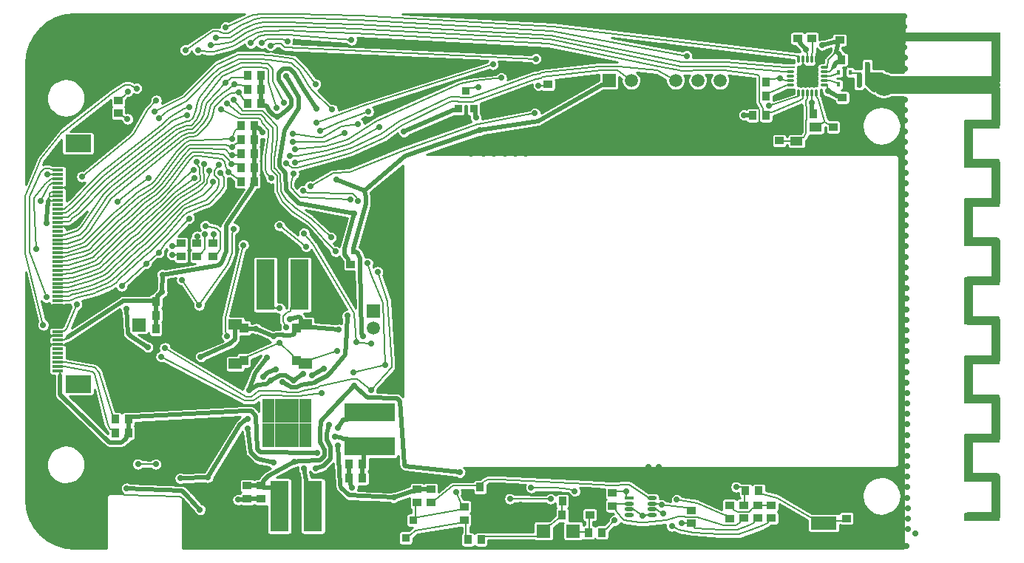
<source format=gtl>
G04 #@! TF.GenerationSoftware,KiCad,Pcbnew,(2017-02-02 revision 8dadc18)-makepkg*
G04 #@! TF.CreationDate,2017-03-13T12:53:18+03:00*
G04 #@! TF.ProjectId,Badge,42616467652E6B696361645F70636200,rev?*
G04 #@! TF.FileFunction,Copper,L1,Top,Signal*
G04 #@! TF.FilePolarity,Positive*
%FSLAX46Y46*%
G04 Gerber Fmt 4.6, Leading zero omitted, Abs format (unit mm)*
G04 Created by KiCad (PCBNEW (2017-02-02 revision 8dadc18)-makepkg) date 03/13/17 12:53:18*
%MOMM*%
%LPD*%
G01*
G04 APERTURE LIST*
%ADD10C,0.100000*%
%ADD11C,1.000000*%
%ADD12C,2.000000*%
%ADD13C,0.200000*%
%ADD14C,1.524000*%
%ADD15C,2.524000*%
%ADD16R,13.000000X1.000000*%
%ADD17R,3.000000X1.500000*%
%ADD18R,2.148840X5.798820*%
%ADD19R,5.798820X2.148840*%
%ADD20R,1.099820X0.449580*%
%ADD21O,1.099820X0.449580*%
%ADD22R,1.500000X1.500000*%
%ADD23C,1.500000*%
%ADD24R,1.400000X1.000000*%
%ADD25R,0.600000X0.600000*%
%ADD26R,1.500000X1.200000*%
%ADD27R,1.000000X1.100000*%
%ADD28R,0.889000X1.016000*%
%ADD29R,1.016000X0.889000*%
%ADD30R,1.250000X0.300000*%
%ADD31R,3.000000X2.000000*%
%ADD32R,1.600000X1.600000*%
%ADD33R,1.000000X0.280000*%
%ADD34O,1.000000X0.280000*%
%ADD35O,0.280000X1.000000*%
%ADD36R,0.800000X0.800000*%
%ADD37R,1.400000X1.400000*%
%ADD38R,1.000000X0.900000*%
%ADD39R,0.900000X1.000000*%
%ADD40R,0.914400X0.914400*%
%ADD41R,0.350000X0.600000*%
%ADD42C,0.700000*%
%ADD43C,0.500000*%
%ADD44C,0.600000*%
%ADD45C,0.250000*%
G04 APERTURE END LIST*
D10*
D11*
X211482000Y-62981400D02*
X208382000Y-62981400D01*
X211482000Y-58981400D02*
X211482000Y-62981400D01*
X211482000Y-52981400D02*
X211482000Y-57981400D01*
X211482000Y-107981400D02*
X208382000Y-107981400D01*
X211482000Y-103481400D02*
X211482000Y-107981400D01*
X208382000Y-103481400D02*
X211482000Y-103481400D01*
X208382000Y-98981400D02*
X208382000Y-103481400D01*
X211482000Y-98981400D02*
X208382000Y-98981400D01*
X211482000Y-94481400D02*
X211482000Y-98981400D01*
X208382000Y-94481400D02*
X211482000Y-94481400D01*
X208382000Y-89981400D02*
X208382000Y-94481400D01*
X211482000Y-89981400D02*
X208382000Y-89981400D01*
X211482000Y-85481400D02*
X211482000Y-89981400D01*
X208382000Y-85481400D02*
X211482000Y-85481400D01*
X208382000Y-80981400D02*
X208382000Y-85481400D01*
X211482000Y-80981400D02*
X208482000Y-80981400D01*
X211482000Y-76481400D02*
X211482000Y-80981400D01*
X208482000Y-76481400D02*
X211482000Y-76481400D01*
X208382000Y-71981400D02*
X208382000Y-76481400D01*
X211482000Y-71981400D02*
X208382000Y-71981400D01*
X211482000Y-67481400D02*
X211482000Y-71981400D01*
X208382000Y-67481400D02*
X211482000Y-67481400D01*
X208382000Y-62981400D02*
X208382000Y-67481400D01*
D12*
X198682000Y-58481400D02*
X210982000Y-58481400D01*
D13*
X211882000Y-52581400D02*
X211382000Y-52581400D01*
X211882000Y-53081400D02*
X211882000Y-52581400D01*
X211882000Y-62681400D02*
X211882000Y-53081400D01*
X211882000Y-63381400D02*
X211882000Y-62681400D01*
X210982000Y-63381400D02*
X211882000Y-63381400D01*
X207982000Y-62581400D02*
X208582000Y-62581400D01*
X207982000Y-63081400D02*
X207982000Y-62581400D01*
X207982000Y-67281400D02*
X207982000Y-63081400D01*
X207982000Y-67881400D02*
X207982000Y-67281400D01*
X208482000Y-67881400D02*
X207982000Y-67881400D01*
X211882000Y-67081400D02*
X211382000Y-67081400D01*
X211882000Y-67581400D02*
X211882000Y-67081400D01*
X211882000Y-71381400D02*
X211882000Y-67581400D01*
X211882000Y-72381400D02*
X211882000Y-71381400D01*
X210782000Y-72381400D02*
X211882000Y-72381400D01*
X208582000Y-71581400D02*
X210782000Y-72381400D01*
X207982000Y-71581400D02*
X208582000Y-71581400D01*
X207982000Y-72581400D02*
X207982000Y-71581400D01*
X207982000Y-75981400D02*
X207982000Y-72581400D01*
X207982000Y-76881400D02*
X207982000Y-75981400D01*
X208482000Y-76881400D02*
X207982000Y-76881400D01*
X211382000Y-76081400D02*
X208482000Y-76881400D01*
X211882000Y-76081400D02*
X211382000Y-76081400D01*
X211882000Y-76781400D02*
X211882000Y-76081400D01*
X211882000Y-80581400D02*
X211882000Y-76781400D01*
X211882000Y-81381400D02*
X211882000Y-80581400D01*
X210982000Y-81381400D02*
X211882000Y-81381400D01*
X207982000Y-80581400D02*
X208582000Y-80581400D01*
X207982000Y-81581400D02*
X207982000Y-80581400D01*
X207982000Y-85881400D02*
X207982000Y-84581400D01*
X208882000Y-85881400D02*
X207982000Y-85881400D01*
X211882000Y-85081400D02*
X210982000Y-85081400D01*
X211882000Y-85581400D02*
X211882000Y-85081400D01*
X211882000Y-90381400D02*
X211882000Y-89681400D01*
X210782000Y-90381400D02*
X211882000Y-90381400D01*
X208482000Y-89581400D02*
X210782000Y-90381400D01*
X207982000Y-89581400D02*
X208482000Y-89581400D01*
X207982000Y-90181400D02*
X207982000Y-89581400D01*
X207982000Y-94881400D02*
X207982000Y-93881400D01*
X209482000Y-94881400D02*
X207982000Y-94881400D01*
X211882000Y-94081400D02*
X211082000Y-94081400D01*
X211882000Y-98681400D02*
X211882000Y-94081400D01*
X211882000Y-99381400D02*
X211882000Y-98681400D01*
X211282000Y-99381400D02*
X211882000Y-99381400D01*
X207982000Y-98581400D02*
X208782000Y-98581400D01*
X207982000Y-99281400D02*
X207982000Y-98581400D01*
X207982000Y-102981400D02*
X207982000Y-99281400D01*
X207982000Y-103881400D02*
X207982000Y-102981400D01*
X208982000Y-103881400D02*
X207982000Y-103881400D01*
X210982000Y-103081400D02*
X208982000Y-103881400D01*
X211882000Y-103081400D02*
X210982000Y-103081400D01*
X211882000Y-108381400D02*
X211882000Y-103081400D01*
X211182000Y-108381400D02*
X211882000Y-108381400D01*
X207982000Y-107581400D02*
X208482000Y-107581400D01*
X207982000Y-108381400D02*
X207982000Y-107581400D01*
X208482000Y-108381400D02*
X207982000Y-108381400D01*
D14*
X198682000Y-52981400D03*
D15*
X198682000Y-58481400D03*
D16*
X205482000Y-52981400D03*
D17*
X191800000Y-108700000D03*
X191800000Y-105700000D03*
D18*
X129451680Y-106775000D03*
X133302320Y-106775000D03*
X131725320Y-81400000D03*
X127874680Y-81400000D03*
D19*
X139777000Y-99900320D03*
X139777000Y-96049680D03*
D20*
X169499520Y-105824640D03*
D21*
X169499520Y-106474880D03*
X169499520Y-107125120D03*
X172100480Y-105824640D03*
X172100480Y-107775360D03*
X172100480Y-107125120D03*
X169499520Y-107775360D03*
X172100480Y-106474880D03*
D22*
X140200000Y-84400000D03*
D23*
X140200000Y-86400000D03*
D22*
X113400000Y-86000000D03*
D24*
X188684000Y-64945800D03*
X190884000Y-64945800D03*
X190884000Y-63345800D03*
X188684000Y-63345800D03*
D25*
X196800000Y-55100000D03*
X196800000Y-56100000D03*
X195800000Y-58500000D03*
X195800000Y-59500000D03*
D26*
X124400000Y-90450000D03*
X124400000Y-85950000D03*
X132400000Y-90450000D03*
X132400000Y-85950000D03*
D27*
X131400000Y-90050000D03*
X131400000Y-86350000D03*
X125400000Y-90050000D03*
X125400000Y-86350000D03*
D28*
X152438000Y-104600000D03*
X153962000Y-104600000D03*
D29*
X194400000Y-108162000D03*
X194400000Y-106638000D03*
D28*
X182838000Y-105000000D03*
X184362000Y-105000000D03*
X195362000Y-55623600D03*
X193838000Y-55623600D03*
D29*
X188800000Y-53162000D03*
X188800000Y-51638000D03*
D28*
X183638000Y-58200000D03*
X185162000Y-58200000D03*
X190562000Y-61800000D03*
X189038000Y-61800000D03*
X166362000Y-109800000D03*
X164838000Y-109800000D03*
D29*
X181000000Y-106638000D03*
X181000000Y-108162000D03*
X193600000Y-53362000D03*
X193600000Y-51838000D03*
D28*
X163362000Y-107800000D03*
X161838000Y-107800000D03*
X185162000Y-59800000D03*
X183638000Y-59800000D03*
D29*
X192873000Y-64860100D03*
X192873000Y-63336100D03*
X186695000Y-63367800D03*
X186695000Y-64891800D03*
X193900000Y-59938000D03*
X193900000Y-61462000D03*
X150600000Y-108362000D03*
X150600000Y-106838000D03*
D28*
X116837000Y-83285700D03*
X115313000Y-83285700D03*
X116837000Y-84885700D03*
X115313000Y-84885700D03*
D29*
X127377000Y-105937000D03*
X127377000Y-104413000D03*
D28*
X138939000Y-101975000D03*
X137415000Y-101975000D03*
D29*
X125777000Y-105937000D03*
X125777000Y-104413000D03*
D28*
X137415000Y-103575000D03*
X138939000Y-103575000D03*
D29*
X137600000Y-80562000D03*
X137600000Y-79038000D03*
X160200000Y-59962000D03*
X160200000Y-58438000D03*
D28*
X115313000Y-86485700D03*
X116837000Y-86485700D03*
D30*
X104066000Y-91242400D03*
X104066000Y-90742400D03*
X104066000Y-90242400D03*
X104066000Y-89742400D03*
X104066000Y-89242400D03*
X104066000Y-88742400D03*
X104066000Y-88242400D03*
X104066000Y-87742400D03*
X104066000Y-87242400D03*
X104066000Y-86742400D03*
X104066000Y-86242400D03*
X104066000Y-85742400D03*
X104066000Y-85242400D03*
X104066000Y-84742400D03*
X104066000Y-84242400D03*
X104066000Y-83742400D03*
X104066000Y-83242400D03*
X104066000Y-82742400D03*
X104066000Y-82242400D03*
X104066000Y-81742400D03*
X104066000Y-81242400D03*
X104066000Y-80742400D03*
X104066000Y-80242400D03*
X104066000Y-79742400D03*
X104066000Y-79242400D03*
X104066000Y-78742400D03*
X104066000Y-78242400D03*
X104066000Y-77742400D03*
X104066000Y-77242400D03*
X104066000Y-76742400D03*
X104066000Y-76242400D03*
X104066000Y-75742400D03*
X104066000Y-75242400D03*
X104066000Y-74742400D03*
X104066000Y-74242400D03*
X104066000Y-73742400D03*
X104066000Y-73242400D03*
X104066000Y-72742400D03*
X104066000Y-72242400D03*
X104066000Y-71742400D03*
X104066000Y-71242400D03*
X104066000Y-70742400D03*
X104066000Y-70242400D03*
X104066000Y-69742400D03*
X104066000Y-69242400D03*
X104066000Y-68742400D03*
X104066000Y-68242400D03*
X104066000Y-67742400D03*
X104066000Y-67242400D03*
X104066000Y-66742400D03*
D31*
X106391000Y-92782400D03*
X106391000Y-65202400D03*
D22*
X167200000Y-58000000D03*
D23*
X169740000Y-58000000D03*
X172280000Y-58000000D03*
X174820000Y-58000000D03*
X177360000Y-58000000D03*
X179900000Y-58000000D03*
D32*
X163100000Y-109600000D03*
X159700000Y-109600000D03*
D33*
X187950000Y-56500000D03*
D34*
X187950000Y-57000000D03*
X187950000Y-57500000D03*
X187950000Y-58000000D03*
X187950000Y-58500000D03*
D35*
X188900000Y-59450000D03*
X189400000Y-59450000D03*
X189900000Y-59450000D03*
X190400000Y-59450000D03*
X190900000Y-59450000D03*
D34*
X191850000Y-58500000D03*
X191850000Y-58000000D03*
X191850000Y-57500000D03*
X191850000Y-57000000D03*
X191850000Y-56500000D03*
D35*
X190900000Y-55550000D03*
X190400000Y-55550000D03*
X189900000Y-55550000D03*
X189400000Y-55550000D03*
X188900000Y-55550000D03*
D36*
X189900000Y-57500000D03*
X190700000Y-57500000D03*
X189900000Y-56700000D03*
X190700000Y-56700000D03*
X189100000Y-56700000D03*
X189100000Y-57500000D03*
X189100000Y-58300000D03*
X189900000Y-58300000D03*
X190700000Y-58300000D03*
D37*
X129602000Y-96530000D03*
X128202000Y-96530000D03*
X128202000Y-95130000D03*
X129602000Y-95130000D03*
X128202000Y-97930000D03*
X129602000Y-97930000D03*
X128202000Y-99330000D03*
X129602000Y-99330000D03*
X131002000Y-99330000D03*
X131002000Y-97930000D03*
X132402000Y-97930000D03*
X132402000Y-99330000D03*
X131002000Y-96530000D03*
X131002000Y-95130000D03*
X132402000Y-95130000D03*
X132402000Y-96530000D03*
D38*
X184200000Y-106650000D03*
X184200000Y-108150000D03*
X176600000Y-107250000D03*
X176600000Y-108750000D03*
X146800000Y-106350000D03*
X146800000Y-104850000D03*
D39*
X183650000Y-62000000D03*
X185150000Y-62000000D03*
D38*
X167600000Y-105250000D03*
X167600000Y-106750000D03*
X165000000Y-107750000D03*
X165000000Y-106250000D03*
D39*
X163350000Y-106200000D03*
X161850000Y-106200000D03*
X151050000Y-110600000D03*
X152550000Y-110600000D03*
D38*
X145200000Y-106350000D03*
X145200000Y-104850000D03*
X121800000Y-76650000D03*
X121800000Y-78150000D03*
X120000000Y-78150000D03*
X120000000Y-76650000D03*
X118200000Y-76650000D03*
X118200000Y-78150000D03*
X190400000Y-51650000D03*
X190400000Y-53150000D03*
X182600000Y-106650000D03*
X182600000Y-108150000D03*
X185800000Y-108150000D03*
X185800000Y-106650000D03*
D39*
X110650000Y-98400000D03*
X112150000Y-98400000D03*
X112150000Y-96800000D03*
X110650000Y-96800000D03*
X125850000Y-57400000D03*
X127350000Y-57400000D03*
X125850000Y-59000000D03*
X127350000Y-59000000D03*
X125850000Y-60600000D03*
X127350000Y-60600000D03*
X125044000Y-63159500D03*
X126544000Y-63159500D03*
X126544000Y-64759500D03*
X125044000Y-64759500D03*
X126544000Y-67959500D03*
X125044000Y-67959500D03*
X125044000Y-69559500D03*
X126544000Y-69559500D03*
D38*
X111000000Y-61750000D03*
X111000000Y-60250000D03*
D39*
X126544000Y-66359500D03*
X125044000Y-66359500D03*
D40*
X151689000Y-61216000D03*
X149911000Y-61216000D03*
X150800000Y-59184000D03*
D25*
X196800000Y-57300000D03*
X195800000Y-57300000D03*
X136900000Y-77600000D03*
X137900000Y-77600000D03*
D41*
X194806000Y-57055700D03*
X194156000Y-57055700D03*
X193506000Y-57055700D03*
X193506000Y-58455700D03*
X194156000Y-58455700D03*
X194806000Y-58455700D03*
D40*
X145689000Y-110416000D03*
X143911000Y-110416000D03*
X144800000Y-108384000D03*
D42*
X131120500Y-101680100D03*
X138048300Y-92939400D03*
X116047400Y-80233400D03*
X186799900Y-57781900D03*
X190431900Y-60519900D03*
X192264200Y-59190100D03*
X182649900Y-61950100D03*
X152439900Y-63707400D03*
X151954900Y-62223500D03*
X116005000Y-82243600D03*
X150115600Y-102896400D03*
X189760100Y-54432600D03*
X191614700Y-53944200D03*
X102790900Y-74346500D03*
X129169500Y-62125000D03*
X133733200Y-61179700D03*
X135944500Y-69356500D03*
X127472100Y-63959400D03*
X139023000Y-87261800D03*
X131011700Y-64987500D03*
X136916500Y-64022500D03*
X143714200Y-63869300D03*
X185539000Y-60904000D03*
X118666500Y-54483000D03*
X176089100Y-55165300D03*
X124028100Y-65619600D03*
X124252400Y-60178100D03*
X135358100Y-75962700D03*
X181771700Y-104571100D03*
X112049000Y-62402100D03*
X138232500Y-87957200D03*
X139991600Y-88145700D03*
X132269700Y-75499300D03*
X116339400Y-88645900D03*
X139938000Y-93456100D03*
X115695300Y-62349000D03*
X135482800Y-61306300D03*
X140704300Y-79912100D03*
X137958500Y-91425500D03*
X141561100Y-90575000D03*
X115164400Y-61589200D03*
X115911200Y-89648000D03*
X134265100Y-93779700D03*
X133600100Y-58404600D03*
X139558200Y-78925800D03*
X119679200Y-68248900D03*
X123991100Y-67554000D03*
X124039400Y-66557500D03*
X125964100Y-93448100D03*
X128443400Y-92379800D03*
X131109400Y-92372100D03*
X132176200Y-91600100D03*
X128010100Y-89771000D03*
X128746900Y-101780100D03*
X125817900Y-97861200D03*
X133569900Y-102428300D03*
X135094900Y-97409300D03*
X127558700Y-91905000D03*
X129008800Y-91073300D03*
X137226200Y-84943700D03*
X129809200Y-92561900D03*
X124028500Y-64702700D03*
X124761700Y-59308300D03*
X124262000Y-58398200D03*
X123289900Y-58278200D03*
X125850800Y-96772500D03*
X118100100Y-103580400D03*
X121258500Y-103466100D03*
X175512700Y-108739400D03*
X173419200Y-107633200D03*
X136156200Y-99821400D03*
X142541900Y-105774700D03*
X123452400Y-87280200D03*
X125316900Y-76835900D03*
X117149800Y-76936500D03*
X117149900Y-77945100D03*
X120942600Y-75646300D03*
X120034500Y-75850600D03*
X121933600Y-75641700D03*
X120958200Y-74643100D03*
X120252900Y-83750100D03*
X118283000Y-80849900D03*
X124233900Y-74975500D03*
X114352000Y-88552300D03*
X111934000Y-84118000D03*
X123457600Y-60658500D03*
X135877300Y-77578000D03*
X149656700Y-105164400D03*
X120115800Y-54489300D03*
X110948500Y-71843000D03*
X114496500Y-69186400D03*
X132266300Y-102459900D03*
X136134200Y-97806400D03*
X135804100Y-98811600D03*
X130251900Y-86286700D03*
X122162400Y-53113600D03*
X121588400Y-53950100D03*
X123305700Y-51869000D03*
X113105200Y-58886900D03*
X102390800Y-86015900D03*
X115339200Y-60282800D03*
X106856200Y-69004600D03*
X106252000Y-83642600D03*
X122799400Y-61322300D03*
X128521800Y-69168700D03*
X126177600Y-53709100D03*
X137696800Y-53337400D03*
X128449900Y-53986300D03*
X158802200Y-55506700D03*
X119946300Y-67345500D03*
X120851400Y-67533800D03*
X121379500Y-68351000D03*
X121834300Y-69607600D03*
X122552400Y-67611800D03*
X122679800Y-68583600D03*
X129942700Y-60519400D03*
X129133400Y-61110500D03*
X133697800Y-62803600D03*
X153904800Y-56137500D03*
X134097500Y-63793600D03*
X139632100Y-61541900D03*
X131199900Y-67373800D03*
X130253400Y-67505600D03*
X132980700Y-70093900D03*
X158701000Y-61743000D03*
X130669100Y-66631600D03*
X140863800Y-63360900D03*
X131199900Y-65888500D03*
X154858400Y-57694500D03*
X130944000Y-64079200D03*
X138454700Y-62979200D03*
X123579900Y-68470800D03*
X119732800Y-69149300D03*
X119115900Y-61065400D03*
X118878700Y-61991100D03*
X102790900Y-82834000D03*
X102088600Y-71807600D03*
X101600700Y-77319100D03*
X102841700Y-68764400D03*
X113248100Y-101945700D03*
X115310500Y-101949900D03*
X129499200Y-84095900D03*
X136089600Y-88995200D03*
X129484000Y-88039400D03*
X152241900Y-58783300D03*
X159135600Y-58553900D03*
X112074000Y-59247700D03*
X174937700Y-106026700D03*
X169169200Y-105049700D03*
X167846800Y-108403000D03*
X173220200Y-106613600D03*
X170991800Y-107888400D03*
X174389500Y-109055400D03*
X133771900Y-100670200D03*
X158268900Y-104645200D03*
X163276700Y-105049900D03*
X129461700Y-74614800D03*
X132495300Y-77024500D03*
X155857300Y-105924700D03*
X160525100Y-105931000D03*
X105241100Y-67450100D03*
X112058000Y-63746100D03*
X109849900Y-61941900D03*
X106062500Y-74472100D03*
X194774000Y-54545900D03*
X119493200Y-56901300D03*
X115230400Y-59359900D03*
X129309300Y-54486100D03*
X173302100Y-60379000D03*
X131463700Y-69978600D03*
X137214500Y-67707700D03*
X121743000Y-109206600D03*
X118267300Y-59147900D03*
X161258100Y-59371500D03*
X161258100Y-60271600D03*
X158934300Y-56499000D03*
X159936300Y-54539200D03*
X117855100Y-83650500D03*
X116588100Y-87659200D03*
X109330100Y-88776600D03*
X105341100Y-71199800D03*
X124750400Y-75941300D03*
X146696300Y-110098800D03*
X151758100Y-108550900D03*
X167681200Y-103649800D03*
X164313200Y-104942500D03*
X153550000Y-64750000D03*
X154750000Y-64750000D03*
X155950000Y-64750000D03*
X157150000Y-64750000D03*
X158350000Y-64750000D03*
X157036000Y-106628600D03*
X155843400Y-107777400D03*
X167762500Y-110114200D03*
X168962000Y-110150300D03*
X170161500Y-110186400D03*
X171361000Y-110222500D03*
X172560500Y-110258600D03*
X173760000Y-110294700D03*
X174959500Y-110330800D03*
X176322400Y-111045900D03*
X177522400Y-111039500D03*
X178722400Y-111033100D03*
X179922400Y-111026700D03*
X181122400Y-111020300D03*
X182322400Y-111013900D03*
X183522400Y-111007500D03*
X184722400Y-111001100D03*
X185922400Y-110994700D03*
X187793900Y-107726700D03*
X187754600Y-108926100D03*
X187715300Y-110125500D03*
X189424300Y-108949600D03*
X189361300Y-110147900D03*
X201229500Y-111361600D03*
X202237400Y-109903700D03*
X201404000Y-109402900D03*
X201396100Y-108202900D03*
X201388200Y-107002900D03*
X201380300Y-105802900D03*
X201372400Y-104602900D03*
X201364500Y-103402900D03*
X201356600Y-102202900D03*
X201348700Y-101002900D03*
X201340800Y-99802900D03*
X201332900Y-98602900D03*
X201325000Y-97402900D03*
X201317100Y-96202900D03*
X201309200Y-95002900D03*
X201301300Y-93802900D03*
X201293400Y-92602900D03*
X201285500Y-91402900D03*
X201277600Y-90202900D03*
X201269700Y-89002900D03*
X201261800Y-87802900D03*
X201253900Y-86602900D03*
X201246000Y-85402900D03*
X201238100Y-84202900D03*
X201230200Y-83002900D03*
X201222300Y-81802900D03*
X201214400Y-80602900D03*
X201206500Y-79402900D03*
X201198600Y-78202900D03*
X201190700Y-77002900D03*
X201182800Y-75802900D03*
X201174900Y-74602900D03*
X201167000Y-73402900D03*
X201159100Y-72202900D03*
X201151200Y-71002900D03*
X201143300Y-69802900D03*
X201135400Y-68602900D03*
X201127500Y-67402900D03*
X201119600Y-66202900D03*
X201111700Y-65002900D03*
X201103800Y-63802900D03*
X201095900Y-62602900D03*
X201088000Y-61402900D03*
X201080100Y-60202900D03*
X201072200Y-59002900D03*
X201064300Y-57802900D03*
X201056400Y-56602900D03*
X201048500Y-55402900D03*
X201040600Y-54202900D03*
X201032700Y-53002900D03*
X201024800Y-51802900D03*
X201016900Y-50602900D03*
X163897900Y-62309300D03*
X165097900Y-62309300D03*
X166297900Y-62309300D03*
X167497900Y-62309300D03*
X168697900Y-62309300D03*
X169897900Y-62309300D03*
X171097900Y-62309300D03*
X172297900Y-62309300D03*
X173497900Y-62309300D03*
X174697900Y-62309300D03*
X175897900Y-62309300D03*
X177097900Y-62309300D03*
X178297900Y-62309300D03*
X179497900Y-62309300D03*
X180697900Y-62309300D03*
X163897900Y-63509300D03*
X165097900Y-63509300D03*
X166297900Y-63509300D03*
X167497900Y-63509300D03*
X168697900Y-63509300D03*
X169897900Y-63509300D03*
X171097900Y-63509300D03*
X172297900Y-63509300D03*
X173497900Y-63509300D03*
X174697900Y-63509300D03*
X175897900Y-63509300D03*
X177097900Y-63509300D03*
X178297900Y-63509300D03*
X179497900Y-63509300D03*
X180697900Y-63509300D03*
X163897900Y-64709300D03*
X165097900Y-64709300D03*
X166297900Y-64709300D03*
X167497900Y-64709300D03*
X168697900Y-64709300D03*
X169897900Y-64709300D03*
X171097900Y-64709300D03*
X172297900Y-64709300D03*
X173497900Y-64709300D03*
X174697900Y-64709300D03*
X175897900Y-64709300D03*
X177097900Y-64709300D03*
X178297900Y-64709300D03*
X179497900Y-64709300D03*
X180697900Y-64709300D03*
X163897900Y-65909300D03*
X165097900Y-65909300D03*
X166297900Y-65909300D03*
X167497900Y-65909300D03*
X168697900Y-65909300D03*
X169897900Y-65909300D03*
X171097900Y-65909300D03*
X172297900Y-65909300D03*
X173497900Y-65909300D03*
X174697900Y-65909300D03*
X175897900Y-65909300D03*
X177097900Y-65909300D03*
X178297900Y-65909300D03*
X179497900Y-65909300D03*
X180697900Y-65909300D03*
X180579300Y-51365000D03*
X181779300Y-51365000D03*
X182979300Y-51365000D03*
X184179300Y-51365000D03*
X185379300Y-51365000D03*
X180579300Y-52565000D03*
X181779300Y-52565000D03*
X182979300Y-52565000D03*
X184179300Y-52565000D03*
X185379300Y-52565000D03*
X166016200Y-51453200D03*
X167216200Y-51453200D03*
X168416200Y-51453200D03*
X169616200Y-51453200D03*
X170816200Y-51453200D03*
X172016200Y-51453200D03*
X173216200Y-51453200D03*
X174416200Y-51453200D03*
X175616200Y-51453200D03*
X176816200Y-51453200D03*
X178016200Y-51453200D03*
X135124800Y-55866300D03*
X136324800Y-55866300D03*
X137524800Y-55866300D03*
X138724800Y-55866300D03*
X139924800Y-55866300D03*
X141124800Y-55866300D03*
X142324800Y-55866300D03*
X143524800Y-55866300D03*
X135124800Y-57066300D03*
X136324800Y-57066300D03*
X137524800Y-57066300D03*
X138724800Y-57066300D03*
X139924800Y-57066300D03*
X141124800Y-57066300D03*
X142324800Y-57066300D03*
X143524800Y-57066300D03*
X135124800Y-58266300D03*
X136324800Y-58266300D03*
X137524800Y-58266300D03*
X138724800Y-58266300D03*
X139924800Y-58266300D03*
X141124800Y-58266300D03*
X142324800Y-58266300D03*
X143524800Y-58266300D03*
X140861800Y-73165500D03*
X142061800Y-73165500D03*
X140861800Y-74365500D03*
X142061800Y-74365500D03*
X140861800Y-75565500D03*
X142061800Y-75565500D03*
X140861800Y-76765500D03*
X142061800Y-76765500D03*
X102644700Y-53836300D03*
X103844700Y-53836300D03*
X102644700Y-55036300D03*
X103844700Y-55036300D03*
X114736500Y-54145200D03*
X115936500Y-54145200D03*
X117074000Y-54646700D03*
X114736500Y-55345200D03*
X115936500Y-55345200D03*
X117087900Y-55546800D03*
X112618200Y-55954500D03*
X106439900Y-56042800D03*
X107639900Y-56042800D03*
X106439900Y-57242800D03*
X107639900Y-57242800D03*
X107719700Y-62618300D03*
X113544900Y-51320800D03*
X114744900Y-51320800D03*
X101762100Y-57675600D03*
X101762100Y-58875600D03*
X101320800Y-65928000D03*
X101188400Y-85566200D03*
X101188400Y-86766200D03*
X101188400Y-87966200D03*
X101188400Y-89166200D03*
X101188400Y-90366200D03*
X101188400Y-91566200D03*
X101188400Y-92766200D03*
X101188400Y-93966200D03*
X101188400Y-95166200D03*
X101188400Y-96366200D03*
X101188400Y-97566200D03*
X101188400Y-98766200D03*
X101188400Y-99966200D03*
X101188400Y-101166200D03*
X101188400Y-102366200D03*
X101188400Y-103566200D03*
X101188400Y-104766200D03*
X101188400Y-105966200D03*
X102600600Y-95495500D03*
X102600600Y-96695500D03*
X102600600Y-97895500D03*
X102600600Y-99095500D03*
X104062100Y-96838000D03*
X104062100Y-98038000D03*
X104062100Y-99238000D03*
X114764400Y-93794600D03*
X115964400Y-93794600D03*
X114764400Y-94994600D03*
X115964400Y-94994600D03*
X117139000Y-92122300D03*
X117139000Y-93322300D03*
X110851400Y-94062100D03*
X112051400Y-94062100D03*
X110851400Y-95262100D03*
X112051400Y-95262100D03*
X110650700Y-100450100D03*
X111850700Y-100450100D03*
X113995200Y-97674200D03*
X113995200Y-98874200D03*
X116871400Y-100851400D03*
X118071400Y-100851400D03*
X103326300Y-105299600D03*
X104526300Y-105299600D03*
X105726300Y-105299600D03*
X103326300Y-106499600D03*
X104526300Y-106499600D03*
X105726300Y-106499600D03*
X103326300Y-107699600D03*
X104526300Y-107699600D03*
X105726300Y-107699600D03*
X103326300Y-108899600D03*
X104526300Y-108899600D03*
X105726300Y-108899600D03*
X107239400Y-95132400D03*
X108376500Y-99480200D03*
X125266100Y-102189200D03*
X126466100Y-102189200D03*
X121152400Y-104764400D03*
X122352400Y-104764400D03*
X125667400Y-108042000D03*
X126867400Y-108042000D03*
X119513600Y-102222600D03*
X121404800Y-110417300D03*
X122604800Y-110417300D03*
X123804800Y-110417300D03*
X125004800Y-110417300D03*
X126204800Y-110417300D03*
X127404800Y-110417300D03*
X128604800Y-110417300D03*
X129804800Y-110417300D03*
X131004800Y-110417300D03*
X132204800Y-110417300D03*
X133404800Y-110417300D03*
X134604800Y-110417300D03*
X135804800Y-110417300D03*
X137004800Y-110417300D03*
X138204800Y-110417300D03*
X139404800Y-110417300D03*
X140604800Y-110417300D03*
X141804800Y-110417300D03*
X138347100Y-106882900D03*
X139547100Y-106882900D03*
X140747100Y-106882900D03*
X138347100Y-108082900D03*
X139547100Y-108082900D03*
X140747100Y-108082900D03*
X140690600Y-103079500D03*
X140690600Y-104279500D03*
X147836300Y-110878300D03*
X149036300Y-110878300D03*
X154828400Y-111262500D03*
X156028400Y-111262500D03*
X157228400Y-111262500D03*
X158428400Y-111262500D03*
X159628400Y-111262500D03*
X160828400Y-111262500D03*
X162028400Y-111262500D03*
X163228400Y-111262500D03*
X164428400Y-111262500D03*
X165628400Y-111262500D03*
X166828400Y-111262500D03*
X168028400Y-111262500D03*
X172846400Y-104846700D03*
X174046400Y-104846700D03*
X175246400Y-104846700D03*
X176446400Y-104846700D03*
X177646400Y-104846700D03*
X171691800Y-102300200D03*
X172899000Y-102250500D03*
X173978600Y-102733700D03*
X175178600Y-102733700D03*
X176378600Y-102733700D03*
X177578600Y-102733700D03*
X178778600Y-102733700D03*
X179978600Y-102733700D03*
X181178600Y-102733700D03*
X182378600Y-102733700D03*
X183578600Y-102733700D03*
X184778600Y-102733700D03*
X185978600Y-102733700D03*
X187178600Y-102733700D03*
X188378600Y-102733700D03*
X189578600Y-102733700D03*
X190778600Y-102733700D03*
X191978600Y-102733700D03*
X193178600Y-102733700D03*
X194378600Y-102733700D03*
X195578600Y-102733700D03*
X196778600Y-102733700D03*
X197978600Y-102733700D03*
X196396600Y-108688500D03*
X197596600Y-108688500D03*
X198796600Y-108688500D03*
X196396600Y-109888500D03*
X197596600Y-109888500D03*
X198796600Y-109888500D03*
X188405600Y-105691900D03*
X188520900Y-103963100D03*
X191248600Y-110724600D03*
X192448600Y-110724600D03*
X193648600Y-110724600D03*
X179176900Y-105760300D03*
X148271200Y-103588300D03*
X135350000Y-108350000D03*
X136550000Y-108350000D03*
X124350000Y-100850000D03*
X120609500Y-95122200D03*
X108350000Y-86850000D03*
X109550000Y-86850000D03*
X123380600Y-72400100D03*
X127350000Y-75850000D03*
X127350000Y-72850000D03*
X127350000Y-74050000D03*
X125202500Y-74242100D03*
X129809100Y-73209800D03*
X148893900Y-63275000D03*
X145350000Y-64350000D03*
X142850000Y-69850000D03*
X142850000Y-71050000D03*
X142850000Y-72250000D03*
X142850000Y-78350000D03*
X142850000Y-79550000D03*
X142850000Y-80750000D03*
X142850000Y-81950000D03*
X141350000Y-78350000D03*
X135350000Y-74350000D03*
X125350000Y-84350000D03*
X129850000Y-80850000D03*
X130850000Y-77850000D03*
X142350000Y-65350000D03*
X153730900Y-61915100D03*
X146850000Y-56350000D03*
X148050000Y-56350000D03*
X149250000Y-56350000D03*
X144226300Y-54092200D03*
X145126400Y-54094600D03*
X146237700Y-54112700D03*
X147504400Y-54110800D03*
X148422600Y-54152300D03*
X149679400Y-54094800D03*
X151050000Y-54350000D03*
X152250000Y-54350000D03*
X153450000Y-54350000D03*
X155954700Y-56295800D03*
X142376800Y-61067100D03*
X162350000Y-55350000D03*
X163550000Y-55350000D03*
X162350000Y-62850000D03*
X162350000Y-64050000D03*
X162350000Y-65250000D03*
X152850000Y-66350000D03*
X154050000Y-66350000D03*
X155250000Y-66350000D03*
X156450000Y-66350000D03*
X157650000Y-66350000D03*
X162350000Y-58850000D03*
X173654900Y-54009200D03*
X182796200Y-55290400D03*
X182350000Y-63850000D03*
X183550000Y-63850000D03*
X182350000Y-65050000D03*
X183550000Y-65050000D03*
X176350000Y-60850000D03*
X177550000Y-60850000D03*
X178750000Y-60850000D03*
X179950000Y-60850000D03*
X192350000Y-61350000D03*
X195350000Y-62850000D03*
X195350000Y-64050000D03*
X195350000Y-65250000D03*
X195850000Y-51350000D03*
X197050000Y-51350000D03*
X195850000Y-52550000D03*
X197050000Y-52550000D03*
X105350000Y-68850000D03*
X197777700Y-54950900D03*
X196134800Y-54166100D03*
X196953900Y-59918800D03*
X192556300Y-50781400D03*
X191897300Y-52543000D03*
X187639100Y-50768800D03*
X187373000Y-52150100D03*
X187360300Y-53506200D03*
X185776200Y-53683600D03*
X185083300Y-55495400D03*
X187369200Y-59480400D03*
X182643400Y-57875900D03*
X187561400Y-62489900D03*
X185003100Y-64772600D03*
X191872000Y-65989300D03*
X193811000Y-65951200D03*
X190427200Y-66255400D03*
X185358000Y-66230100D03*
X151412000Y-66401200D03*
X116725300Y-51128600D03*
X108318500Y-52978800D03*
X108340600Y-54457100D03*
X108274400Y-58362700D03*
X109750700Y-61041800D03*
X116451400Y-56562100D03*
X117351500Y-56609900D03*
X133770400Y-56833100D03*
X102410500Y-65063800D03*
X102890900Y-67319100D03*
X119046500Y-84145300D03*
X117499900Y-81654800D03*
X118979600Y-87240600D03*
X118587600Y-86357000D03*
X110819100Y-86320800D03*
X113327500Y-94929500D03*
X114598400Y-91889400D03*
X119396400Y-89650100D03*
X111404400Y-101755600D03*
X107976300Y-103377700D03*
X107608400Y-107391000D03*
X106491400Y-109932800D03*
X123217300Y-105293200D03*
X142207000Y-107274000D03*
X142106700Y-104447900D03*
X140601600Y-101772300D03*
X146554800Y-111253900D03*
X142474500Y-111203700D03*
X155751800Y-104478000D03*
X156697600Y-104579900D03*
X154942000Y-107572900D03*
X152658200Y-108810300D03*
X153291600Y-109449900D03*
X165835700Y-105200400D03*
X166220300Y-106103400D03*
X166220300Y-107090000D03*
X166437700Y-108243900D03*
X171437700Y-104598400D03*
X192140000Y-104247200D03*
X194079800Y-104966300D03*
X195283800Y-105401100D03*
X195735300Y-106772300D03*
X194698500Y-109631800D03*
X189949300Y-106939500D03*
X189497800Y-105869300D03*
X187290500Y-105200400D03*
X111949900Y-104721400D03*
X120341900Y-107177500D03*
X137773400Y-104633100D03*
X126784000Y-86441900D03*
X128787600Y-87321400D03*
X124718900Y-106027900D03*
X133178800Y-91740500D03*
X134513500Y-90983800D03*
X130607300Y-85313800D03*
X136249600Y-86515500D03*
X120436900Y-89650100D03*
X111394900Y-81542400D03*
X138001300Y-73257100D03*
X130252800Y-57521800D03*
X127439900Y-53703800D03*
X130350300Y-53474000D03*
X114205200Y-78966300D03*
X119125500Y-73794200D03*
X132166200Y-70620600D03*
X138461100Y-71765900D03*
X131074200Y-68674000D03*
X137548800Y-71661800D03*
X115629900Y-77716200D03*
D43*
X131893500Y-101559800D02*
X131120500Y-101680100D01*
X134114900Y-101498300D02*
X131893500Y-101559800D01*
X134600000Y-101013200D02*
X134114900Y-101498300D01*
X134600000Y-100327200D02*
X134600000Y-101013200D01*
X134170900Y-99582900D02*
X134600000Y-100327200D01*
X134103900Y-99421100D02*
X134170900Y-99582900D01*
X134103900Y-98202100D02*
X134103900Y-99421100D01*
X134194800Y-97036500D02*
X134103900Y-98202100D01*
X136327500Y-94747400D02*
X134194800Y-97036500D01*
X138048300Y-92939400D02*
X136327500Y-94747400D01*
X139565200Y-94356200D02*
X138048300Y-92939400D01*
X142904300Y-94425200D02*
X139565200Y-94356200D01*
X143226500Y-94747400D02*
X142904300Y-94425200D01*
X143749500Y-102003800D02*
X143226500Y-94747400D01*
X143896200Y-102150500D02*
X143749500Y-102003800D01*
X150115600Y-102896400D02*
X143896200Y-102150500D01*
X111561200Y-83217900D02*
X105241100Y-87391300D01*
X114868500Y-83217900D02*
X111561200Y-83217900D01*
X115118500Y-83217900D02*
X114868500Y-83217900D01*
X115313000Y-83285700D02*
X115118500Y-83217900D01*
D13*
X103441000Y-71765100D02*
X102990900Y-71765100D01*
X103541000Y-71765100D02*
X103441000Y-71765100D01*
X104066000Y-71742400D02*
X103541000Y-71765100D01*
D43*
X193342000Y-53910100D02*
X193216700Y-54665000D01*
X193342000Y-53806500D02*
X193342000Y-53910100D01*
X193342000Y-53556500D02*
X193342000Y-53806500D01*
X193600000Y-53362000D02*
X193342000Y-53556500D01*
X126344000Y-69809500D02*
X126544000Y-69559500D01*
X126344000Y-70059500D02*
X126344000Y-69809500D01*
X126344000Y-70163100D02*
X126344000Y-70059500D01*
X123333800Y-74602700D02*
X126344000Y-70163100D01*
X123333800Y-75348300D02*
X123333800Y-74602700D01*
X123350200Y-75765000D02*
X123333800Y-75348300D01*
X123350200Y-76665000D02*
X123350200Y-75765000D01*
X123350200Y-77535000D02*
X123350200Y-76665000D01*
X122850100Y-78827900D02*
X123350200Y-77535000D01*
X122527900Y-79150100D02*
X122850100Y-78827900D01*
X116047400Y-80233400D02*
X122527900Y-79150100D01*
X159073800Y-62643100D02*
X152439900Y-63707400D01*
X166346400Y-58500000D02*
X159073800Y-62643100D01*
X166450000Y-58500000D02*
X166346400Y-58500000D01*
X166700000Y-58500000D02*
X166450000Y-58500000D01*
X167200000Y-58000000D02*
X166700000Y-58500000D01*
X135944500Y-69356500D02*
X139171400Y-70574500D01*
X102939800Y-72160200D02*
X102990900Y-71765100D01*
X102931100Y-72181200D02*
X102939800Y-72160200D01*
X102890900Y-72364500D02*
X102931100Y-72181200D01*
X102790900Y-74346500D02*
X102890900Y-72364500D01*
X143896200Y-66649500D02*
X152439900Y-63707400D01*
X139171400Y-70574500D02*
X143896200Y-66649500D01*
X137950000Y-77550000D02*
X137900000Y-77600000D01*
X137950000Y-77300000D02*
X137950000Y-77550000D01*
X137950000Y-77196400D02*
X137950000Y-77300000D01*
X139361200Y-72138700D02*
X137950000Y-77196400D01*
X139361200Y-71393100D02*
X139361200Y-72138700D01*
X139171400Y-70574500D02*
X139361200Y-71393100D01*
X193288400Y-59743500D02*
X192264200Y-59190100D01*
X193392000Y-59743500D02*
X193288400Y-59743500D01*
X193642000Y-59743500D02*
X193392000Y-59743500D01*
X193900000Y-59938000D02*
X193642000Y-59743500D01*
X138899900Y-86929900D02*
X139023000Y-87261800D01*
X138658100Y-79298600D02*
X138899900Y-86929900D01*
X138658100Y-78365600D02*
X138658100Y-79298600D01*
X138450000Y-77796400D02*
X138658100Y-78365600D01*
X138303600Y-77650000D02*
X138450000Y-77796400D01*
X138200000Y-77650000D02*
X138303600Y-77650000D01*
X137950000Y-77650000D02*
X138200000Y-77650000D01*
X137900000Y-77600000D02*
X137950000Y-77650000D01*
D13*
X190400000Y-60017100D02*
X190431900Y-60519900D01*
X190400000Y-59810000D02*
X190400000Y-60017100D01*
X190400000Y-59450000D02*
X190400000Y-59810000D01*
D43*
X132221200Y-59005900D02*
X133733200Y-61179700D01*
X131152900Y-57149000D02*
X132221200Y-59005900D01*
X130625600Y-56621700D02*
X131152900Y-57149000D01*
X129880000Y-56621700D02*
X130625600Y-56621700D01*
X129352700Y-57149000D02*
X129880000Y-56621700D01*
X129352700Y-57894600D02*
X129352700Y-57149000D01*
X130842800Y-60146600D02*
X129352700Y-57894600D01*
X130842800Y-60892200D02*
X130842800Y-60146600D01*
X130315500Y-61419500D02*
X130842800Y-60892200D01*
X129506200Y-62010600D02*
X130315500Y-61419500D01*
X129169500Y-62125000D02*
X129506200Y-62010600D01*
X193342000Y-53556500D02*
X193600000Y-53362000D01*
X193092000Y-53556500D02*
X193342000Y-53556500D01*
X192988400Y-53556500D02*
X193092000Y-53556500D01*
X191614700Y-53944200D02*
X192988400Y-53556500D01*
X189058000Y-53356500D02*
X188800000Y-53162000D01*
X189058000Y-53606500D02*
X189058000Y-53356500D01*
X189058000Y-53710100D02*
X189058000Y-53606500D01*
X189760100Y-54432600D02*
X189058000Y-53710100D01*
X115507500Y-83027700D02*
X115313000Y-83285700D01*
X115507500Y-82777700D02*
X115507500Y-83027700D01*
X115507500Y-82674100D02*
X115507500Y-82777700D01*
X115653900Y-82527700D02*
X115507500Y-82674100D01*
X116005000Y-82243600D02*
X115653900Y-82527700D01*
X128788900Y-61942100D02*
X129169500Y-62125000D01*
X128301800Y-61455000D02*
X128788900Y-61942100D01*
X128050000Y-60996400D02*
X128301800Y-61455000D01*
X127903600Y-60850000D02*
X128050000Y-60996400D01*
X127800000Y-60850000D02*
X127903600Y-60850000D01*
X127550000Y-60850000D02*
X127800000Y-60850000D01*
X127350000Y-60600000D02*
X127550000Y-60850000D01*
D13*
X103040900Y-71426700D02*
X102990900Y-71765100D01*
X103140900Y-71273500D02*
X103040900Y-71426700D01*
D43*
X127244000Y-63555900D02*
X127472100Y-63959400D01*
X127097600Y-63409500D02*
X127244000Y-63555900D01*
X126994000Y-63409500D02*
X127097600Y-63409500D01*
X126744000Y-63409500D02*
X126994000Y-63409500D01*
X126544000Y-63159500D02*
X126744000Y-63409500D01*
D13*
X192710000Y-56707100D02*
X192921400Y-56372200D01*
X192417100Y-57000000D02*
X192710000Y-56707100D01*
X192210000Y-57000000D02*
X192417100Y-57000000D01*
X191850000Y-57000000D02*
X192210000Y-57000000D01*
D43*
X128627300Y-104607500D02*
X129451700Y-106775000D01*
X128377300Y-104607500D02*
X128627300Y-104607500D01*
X127885000Y-104607500D02*
X128377300Y-104607500D01*
X127635000Y-104607500D02*
X127885000Y-104607500D01*
X127377000Y-104413000D02*
X127635000Y-104607500D01*
X193497100Y-54865600D02*
X193216700Y-54665000D01*
X193643500Y-55012000D02*
X193497100Y-54865600D01*
X193643500Y-55115600D02*
X193643500Y-55012000D01*
X193643500Y-55365600D02*
X193643500Y-55115600D01*
X193838000Y-55623600D02*
X193643500Y-55365600D01*
X151896200Y-61776800D02*
X151954900Y-62223500D01*
X151896200Y-61673200D02*
X151896200Y-61776800D01*
X151896200Y-61423200D02*
X151896200Y-61673200D01*
X151689000Y-61216000D02*
X151896200Y-61423200D01*
X126544000Y-64509500D02*
X126544000Y-64759500D01*
X126544000Y-64259500D02*
X126544000Y-64509500D01*
X126544000Y-63659500D02*
X126544000Y-64259500D01*
X126544000Y-63409500D02*
X126544000Y-63659500D01*
X126544000Y-63159500D02*
X126544000Y-63409500D01*
D13*
X103541000Y-70792400D02*
X104066000Y-70742400D01*
X103441000Y-70792400D02*
X103541000Y-70792400D01*
X103316700Y-70792400D02*
X103441000Y-70792400D01*
X103141000Y-70968100D02*
X103316700Y-70792400D01*
X103140900Y-71068100D02*
X103141000Y-70968100D01*
X103140900Y-71273500D02*
X103140900Y-71068100D01*
X192255500Y-55660200D02*
X193216700Y-54665000D01*
X192210000Y-56500000D02*
X192255500Y-55660200D01*
X191850000Y-56500000D02*
X192210000Y-56500000D01*
D43*
X127635000Y-104218500D02*
X127377000Y-104413000D01*
X127635000Y-103968500D02*
X127635000Y-104218500D01*
X127635000Y-103864900D02*
X127635000Y-103968500D01*
X127827200Y-103647700D02*
X127635000Y-103864900D01*
X128149400Y-103325500D02*
X127827200Y-103647700D01*
X131120500Y-101680100D02*
X128149400Y-103325500D01*
X190431900Y-61542000D02*
X190562000Y-61800000D01*
X190431900Y-61292000D02*
X190431900Y-61542000D01*
X190431900Y-60519900D02*
X190431900Y-61292000D01*
X126544000Y-68209500D02*
X126544000Y-67959500D01*
X126544000Y-68459500D02*
X126544000Y-68209500D01*
X126544000Y-69059500D02*
X126544000Y-68459500D01*
X126544000Y-69309500D02*
X126544000Y-69059500D01*
X126544000Y-69559500D02*
X126544000Y-69309500D01*
D13*
X187382900Y-58000000D02*
X186799900Y-57781900D01*
X187590000Y-58000000D02*
X187382900Y-58000000D01*
X187950000Y-58000000D02*
X187590000Y-58000000D01*
X104856700Y-87692500D02*
X105241100Y-87391300D01*
X104691000Y-87692500D02*
X104856700Y-87692500D01*
X104591000Y-87692500D02*
X104691000Y-87692500D01*
X104066000Y-87742400D02*
X104591000Y-87692500D01*
D43*
X115313000Y-86227700D02*
X115313000Y-86485700D01*
X115313000Y-85977700D02*
X115313000Y-86227700D01*
X115313000Y-85393700D02*
X115313000Y-85977700D01*
X115313000Y-85143700D02*
X115313000Y-85393700D01*
X115313000Y-84885700D02*
X115313000Y-85143700D01*
D13*
X103441000Y-71273500D02*
X103140900Y-71273500D01*
X103541000Y-71273500D02*
X103441000Y-71273500D01*
X104066000Y-71242400D02*
X103541000Y-71273500D01*
X192210000Y-58500000D02*
X192264200Y-59190100D01*
X191850000Y-58500000D02*
X192210000Y-58500000D01*
D43*
X126035000Y-104413000D02*
X125777000Y-104413000D01*
X126285000Y-104413000D02*
X126035000Y-104413000D01*
X126869000Y-104413000D02*
X126285000Y-104413000D01*
X127119000Y-104413000D02*
X126869000Y-104413000D01*
X127377000Y-104413000D02*
X127119000Y-104413000D01*
X126544000Y-66109500D02*
X126544000Y-66359500D01*
X126544000Y-65859500D02*
X126544000Y-66109500D01*
X126544000Y-65259500D02*
X126544000Y-65859500D01*
X126544000Y-65009500D02*
X126544000Y-65259500D01*
X126544000Y-64759500D02*
X126544000Y-65009500D01*
X127350000Y-58750000D02*
X127350000Y-59000000D01*
X127350000Y-58500000D02*
X127350000Y-58750000D01*
X127350000Y-57900000D02*
X127350000Y-58500000D01*
X127350000Y-57650000D02*
X127350000Y-57900000D01*
X127350000Y-57400000D02*
X127350000Y-57650000D01*
X193143500Y-56028000D02*
X192921400Y-56372200D01*
X193289900Y-55881600D02*
X193143500Y-56028000D01*
X193393500Y-55881600D02*
X193289900Y-55881600D01*
X193643500Y-55881600D02*
X193393500Y-55881600D01*
X193838000Y-55623600D02*
X193643500Y-55881600D01*
X127350000Y-60350000D02*
X127350000Y-60600000D01*
X127350000Y-60100000D02*
X127350000Y-60350000D01*
X127350000Y-59500000D02*
X127350000Y-60100000D01*
X127350000Y-59250000D02*
X127350000Y-59500000D01*
X127350000Y-59000000D02*
X127350000Y-59250000D01*
X126544000Y-66609500D02*
X126544000Y-66359500D01*
X126544000Y-66859500D02*
X126544000Y-66609500D01*
X126544000Y-67459500D02*
X126544000Y-66859500D01*
X126544000Y-67709500D02*
X126544000Y-67459500D01*
X126544000Y-67959500D02*
X126544000Y-67709500D01*
D13*
X189900000Y-54982900D02*
X189760100Y-54432600D01*
X189900000Y-55190000D02*
X189900000Y-54982900D01*
X189900000Y-55550000D02*
X189900000Y-55190000D01*
D43*
X116005000Y-82243600D02*
X116047400Y-80233400D01*
D13*
X185647900Y-57792000D02*
X186799900Y-57781900D01*
X185606500Y-57792000D02*
X185647900Y-57792000D01*
X185506500Y-57792000D02*
X185606500Y-57792000D01*
X185162000Y-58200000D02*
X185506500Y-57792000D01*
D43*
X115313000Y-84627700D02*
X115313000Y-84885700D01*
X115313000Y-84377700D02*
X115313000Y-84627700D01*
X115313000Y-83793700D02*
X115313000Y-84377700D01*
X115313000Y-83543700D02*
X115313000Y-83793700D01*
X115313000Y-83285700D02*
X115313000Y-83543700D01*
X183450000Y-61950100D02*
X183650000Y-62000000D01*
X183200000Y-61950100D02*
X183450000Y-61950100D01*
X182649900Y-61950100D02*
X183200000Y-61950100D01*
D13*
X103350900Y-71765100D02*
X103053400Y-71901500D01*
X103350900Y-71765100D02*
X103053400Y-71628700D01*
X103040900Y-71426700D02*
X103133900Y-71719700D01*
X103040900Y-71426700D02*
X102867100Y-71680300D01*
X192729200Y-56676600D02*
X192772700Y-56352200D01*
X192729200Y-56676600D02*
X193003300Y-56497800D01*
X192966600Y-54923900D02*
X193075200Y-54615200D01*
X192966600Y-54923900D02*
X193271400Y-54804600D01*
X104957700Y-87613300D02*
X105107800Y-87322500D01*
X104957700Y-87613300D02*
X105276000Y-87537100D01*
D43*
X149703800Y-61423200D02*
X149911000Y-61216000D01*
X149453800Y-61423200D02*
X149703800Y-61423200D01*
X149350200Y-61423200D02*
X149453800Y-61423200D01*
X143714200Y-63869300D02*
X149350200Y-61423200D01*
D13*
X133579700Y-65043800D02*
X131011700Y-64987500D01*
X134615300Y-65043800D02*
X133579700Y-65043800D01*
X136916500Y-64022500D02*
X134615300Y-65043800D01*
X188900000Y-59810000D02*
X185539000Y-60904000D01*
X188900000Y-59450000D02*
X188900000Y-59810000D01*
X160655200Y-52288800D02*
X176089100Y-55165300D01*
X138415700Y-51087000D02*
X160655200Y-52288800D01*
X131147600Y-50829300D02*
X138415700Y-51087000D01*
X129553000Y-50829300D02*
X131147600Y-50829300D01*
X128601900Y-50834100D02*
X129553000Y-50829300D01*
X127551600Y-50834100D02*
X128601900Y-50834100D01*
X126621500Y-50953300D02*
X127551600Y-50834100D01*
X126073700Y-51180200D02*
X126621500Y-50953300D01*
X125094700Y-51609500D02*
X126073700Y-51180200D01*
X123616400Y-52619100D02*
X125094700Y-51609500D01*
X122995000Y-52619100D02*
X123616400Y-52619100D01*
X122473100Y-52363500D02*
X122995000Y-52619100D01*
X121851700Y-52363500D02*
X122473100Y-52363500D01*
X118666500Y-54483000D02*
X121851700Y-52363500D01*
X124694000Y-65159500D02*
X125044000Y-64759500D01*
X124594000Y-65159500D02*
X124694000Y-65159500D01*
X124552600Y-65159500D02*
X124594000Y-65159500D01*
X124315700Y-65396000D02*
X124552600Y-65159500D01*
X124028100Y-65619600D02*
X124315700Y-65396000D01*
X123271300Y-65361400D02*
X124028100Y-65619600D01*
X120618400Y-65330300D02*
X123271300Y-65361400D01*
X119274200Y-65330300D02*
X120618400Y-65330300D01*
X118996600Y-65445300D02*
X119274200Y-65330300D01*
X118046100Y-66395800D02*
X118996600Y-65445300D01*
X115608100Y-69646800D02*
X118046100Y-66395800D01*
X114956900Y-70298000D02*
X115608100Y-69646800D01*
X113843100Y-71000900D02*
X114956900Y-70298000D01*
X113373800Y-71314400D02*
X113843100Y-71000900D01*
X112126100Y-72425700D02*
X113373800Y-71314400D01*
X111464100Y-73087700D02*
X112126100Y-72425700D01*
X110689100Y-73660800D02*
X111464100Y-73087700D01*
X107974500Y-76353600D02*
X110689100Y-73660800D01*
X107390100Y-76938000D02*
X107974500Y-76353600D01*
X106867300Y-77154500D02*
X107390100Y-76938000D01*
X105146600Y-77692400D02*
X106867300Y-77154500D01*
X104691000Y-77692400D02*
X105146600Y-77692400D01*
X104591000Y-77692400D02*
X104691000Y-77692400D01*
X104066000Y-77742400D02*
X104591000Y-77692400D01*
X182200000Y-108500000D02*
X182600000Y-108150000D01*
X182200000Y-108600000D02*
X182200000Y-108500000D01*
X182200000Y-108641400D02*
X182200000Y-108600000D01*
X182141400Y-108700000D02*
X182200000Y-108641400D01*
X181673700Y-109006600D02*
X182141400Y-108700000D01*
X181342300Y-109006600D02*
X181673700Y-109006600D01*
X180326300Y-109006600D02*
X181342300Y-109006600D01*
X177265700Y-107999900D02*
X180326300Y-109006600D01*
X176975700Y-108000000D02*
X177265700Y-107999900D01*
X175934300Y-108000000D02*
X176975700Y-108000000D01*
X175823400Y-107989300D02*
X175934300Y-108000000D01*
X175202000Y-107989300D02*
X175823400Y-107989300D01*
X173729900Y-108383300D02*
X175202000Y-107989300D01*
X171302500Y-108638500D02*
X173729900Y-108383300D01*
X170681100Y-108638500D02*
X171302500Y-108638500D01*
X168915600Y-108400300D02*
X170681100Y-108638500D01*
X168549500Y-108034200D02*
X168915600Y-108400300D01*
X168000000Y-107241400D02*
X168549500Y-108034200D01*
X168000000Y-107200000D02*
X168000000Y-107241400D01*
X168000000Y-107100000D02*
X168000000Y-107200000D01*
X167600000Y-106750000D02*
X168000000Y-107100000D01*
X169174400Y-106474900D02*
X169499500Y-106474900D01*
X168100000Y-106474900D02*
X169174400Y-106474900D01*
X168000000Y-106474900D02*
X168100000Y-106474900D01*
X167600000Y-106750000D02*
X168000000Y-106474900D01*
X124999900Y-61165700D02*
X124252400Y-60178100D01*
X125060100Y-61240800D02*
X124999900Y-61165700D01*
X125259200Y-61439900D02*
X125060100Y-61240800D01*
X127249200Y-61439900D02*
X125259200Y-61439900D01*
X127488900Y-61464700D02*
X127249200Y-61439900D01*
X128188800Y-62164600D02*
X127488900Y-61464700D01*
X128348600Y-62324400D02*
X128188800Y-62164600D01*
X128426300Y-62432800D02*
X128348600Y-62324400D01*
X128779700Y-62786300D02*
X128426300Y-62432800D01*
X129145800Y-63161100D02*
X128779700Y-62786300D01*
X129220100Y-63340400D02*
X129145800Y-63161100D01*
X129220100Y-64578400D02*
X129220100Y-63340400D01*
X128903200Y-66965700D02*
X129220100Y-64578400D01*
X128903200Y-68045500D02*
X128903200Y-66965700D01*
X128916900Y-68078600D02*
X128903200Y-68045500D01*
X129572000Y-68733700D02*
X128916900Y-68078600D01*
X129628600Y-70614900D02*
X129572000Y-68733700D01*
X129716200Y-70826300D02*
X129628600Y-70614900D01*
X130236200Y-71590200D02*
X129716200Y-70826300D01*
X131196600Y-72550600D02*
X130236200Y-71590200D01*
X133069300Y-73823600D02*
X131196600Y-72550600D01*
X135358100Y-75962700D02*
X133069300Y-73823600D01*
X182719000Y-106300000D02*
X182600000Y-106650000D01*
X182719000Y-106200000D02*
X182719000Y-106300000D01*
X182719000Y-105508000D02*
X182719000Y-106200000D01*
X182719000Y-105408000D02*
X182719000Y-105508000D01*
X182838000Y-105000000D02*
X182719000Y-105408000D01*
X182493500Y-104592000D02*
X182838000Y-105000000D01*
X182393500Y-104592000D02*
X182493500Y-104592000D01*
X182352100Y-104592000D02*
X182393500Y-104592000D01*
X181771700Y-104571100D02*
X182352100Y-104592000D01*
X111541400Y-62100000D02*
X112049000Y-62402100D01*
X111500000Y-62100000D02*
X111541400Y-62100000D01*
X111400000Y-62100000D02*
X111500000Y-62100000D01*
X111000000Y-61750000D02*
X111400000Y-62100000D01*
X133245400Y-76713800D02*
X132269700Y-75499300D01*
X137976300Y-84633000D02*
X133245400Y-76713800D01*
X138232500Y-87957200D02*
X137976300Y-84633000D01*
X138712300Y-88011900D02*
X138232500Y-87957200D01*
X139991600Y-88145700D02*
X138712300Y-88011900D01*
X125653400Y-94198200D02*
X116339400Y-88645900D01*
X126274800Y-94198200D02*
X125653400Y-94198200D01*
X127129100Y-93529800D02*
X126274800Y-94198200D01*
X127874900Y-93529800D02*
X127129100Y-93529800D01*
X129385200Y-93529800D02*
X127874900Y-93529800D01*
X130568800Y-93726100D02*
X129385200Y-93529800D01*
X131650000Y-93726100D02*
X130568800Y-93726100D01*
X131684600Y-93711800D02*
X131650000Y-93726100D01*
X132118700Y-93529800D02*
X131684600Y-93711800D01*
X133746500Y-93230500D02*
X132118700Y-93529800D01*
X133831000Y-93195500D02*
X133746500Y-93230500D01*
X133966900Y-93059700D02*
X133831000Y-93195500D01*
X137737600Y-92189300D02*
X133966900Y-93059700D01*
X138359000Y-92189300D02*
X137737600Y-92189300D01*
X139938000Y-93456100D02*
X138359000Y-92189300D01*
X141850200Y-83277100D02*
X140704300Y-79912100D01*
X142311200Y-90264300D02*
X141850200Y-83277100D01*
X142311200Y-90885700D02*
X142311200Y-90264300D01*
X139938000Y-93456100D02*
X142311200Y-90885700D01*
X116238200Y-61806200D02*
X115695300Y-62349000D01*
X116690100Y-61504200D02*
X116238200Y-61806200D01*
X118772900Y-60368500D02*
X116690100Y-61504200D01*
X119487900Y-59653500D02*
X118772900Y-60368500D01*
X121614200Y-57478600D02*
X119487900Y-59653500D01*
X122490300Y-56602500D02*
X121614200Y-57478600D01*
X124798600Y-55521100D02*
X122490300Y-56602500D01*
X124850200Y-55499700D02*
X124798600Y-55521100D01*
X125949800Y-55499700D02*
X124850200Y-55499700D01*
X127449800Y-55499700D02*
X125949800Y-55499700D01*
X127689300Y-55552500D02*
X127449800Y-55499700D01*
X127854000Y-55618200D02*
X127689300Y-55552500D01*
X128064100Y-55618100D02*
X127854000Y-55618200D01*
X128326300Y-55618100D02*
X128064100Y-55618100D01*
X128791500Y-55736300D02*
X128326300Y-55618100D01*
X130832400Y-55971600D02*
X128791500Y-55736300D01*
X130939100Y-56015800D02*
X130832400Y-55971600D01*
X131758800Y-56835500D02*
X130939100Y-56015800D01*
X132850000Y-58715300D02*
X131758800Y-56835500D01*
X133289400Y-59154700D02*
X132850000Y-58715300D01*
X135482800Y-61306300D02*
X133289400Y-59154700D01*
X125446300Y-94698300D02*
X115911200Y-89648000D01*
X126481900Y-94698300D02*
X125446300Y-94698300D01*
X127336300Y-94029900D02*
X126481900Y-94698300D01*
X127667700Y-94029900D02*
X127336300Y-94029900D01*
X129178000Y-94029900D02*
X127667700Y-94029900D01*
X130488900Y-94128000D02*
X129178000Y-94029900D01*
X131729900Y-94128000D02*
X130488900Y-94128000D01*
X132325900Y-94029900D02*
X131729900Y-94128000D01*
X134265100Y-93779700D02*
X132325900Y-94029900D01*
X137958500Y-91425500D02*
X141561100Y-90575000D01*
X132182800Y-56552200D02*
X133600100Y-58404600D01*
X131222400Y-55591800D02*
X132182800Y-56552200D01*
X130931900Y-55471500D02*
X131222400Y-55591800D01*
X128998600Y-55236200D02*
X130931900Y-55471500D01*
X128417900Y-55157500D02*
X128998600Y-55236200D01*
X127964800Y-55157500D02*
X128417900Y-55157500D01*
X127549300Y-54999600D02*
X127964800Y-55157500D01*
X126049300Y-54999600D02*
X127549300Y-54999600D01*
X124750700Y-54999600D02*
X126049300Y-54999600D01*
X124515300Y-55097100D02*
X124750700Y-54999600D01*
X122207000Y-56178600D02*
X124515300Y-55097100D01*
X121190300Y-57195300D02*
X122207000Y-56178600D01*
X119002600Y-59452500D02*
X121190300Y-57195300D01*
X118571900Y-59883200D02*
X119002600Y-59452500D01*
X115164400Y-61589200D02*
X118571900Y-59883200D01*
X139954200Y-80222800D02*
X139558200Y-78925800D01*
X141350100Y-83484300D02*
X139954200Y-80222800D01*
X141561100Y-90575000D02*
X141350100Y-83484300D01*
X119422100Y-68399200D02*
X119679200Y-68248900D01*
X117223400Y-70468600D02*
X119422100Y-68399200D01*
X115910500Y-71781500D02*
X117223400Y-70468600D01*
X114628200Y-72842900D02*
X115910500Y-71781500D01*
X113394300Y-73971100D02*
X114628200Y-72842900D01*
X112588700Y-74776600D02*
X113394300Y-73971100D01*
X111961400Y-75211200D02*
X112588700Y-74776600D01*
X109214900Y-77865000D02*
X111961400Y-75211200D01*
X108552600Y-78527300D02*
X109214900Y-77865000D01*
X108413600Y-78620100D02*
X108552600Y-78527300D01*
X107333100Y-79067700D02*
X108413600Y-78620100D01*
X105340200Y-79692400D02*
X107333100Y-79067700D01*
X104691000Y-79692400D02*
X105340200Y-79692400D01*
X104591000Y-79692400D02*
X104691000Y-79692400D01*
X104066000Y-79742400D02*
X104591000Y-79692400D01*
X124694000Y-67559500D02*
X125044000Y-67959500D01*
X124594000Y-67559500D02*
X124694000Y-67559500D01*
X124552600Y-67559500D02*
X124594000Y-67559500D01*
X123991100Y-67554000D02*
X124552600Y-67559500D01*
X104591000Y-78692400D02*
X104066000Y-78742400D01*
X104691000Y-78692400D02*
X104591000Y-78692400D01*
X105063800Y-78692400D02*
X104691000Y-78692400D01*
X107060900Y-78127400D02*
X105063800Y-78692400D01*
X107941200Y-77762700D02*
X107060900Y-78127400D01*
X108594700Y-77109300D02*
X107941200Y-77762700D01*
X111325300Y-74436000D02*
X108594700Y-77109300D01*
X112025300Y-73933400D02*
X111325300Y-74436000D01*
X112760200Y-73198500D02*
X112025300Y-73933400D01*
X114001000Y-72078700D02*
X112760200Y-73198500D01*
X115422500Y-71051100D02*
X114001000Y-72078700D01*
X116361200Y-70112400D02*
X115422500Y-71051100D01*
X118813700Y-66876400D02*
X116361200Y-70112400D01*
X119477200Y-66212900D02*
X118813700Y-66876400D01*
X120415400Y-66212900D02*
X119477200Y-66212900D01*
X123014100Y-66497200D02*
X120415400Y-66212900D01*
X123667000Y-67150100D02*
X123014100Y-66497200D01*
X123991100Y-67554000D02*
X123667000Y-67150100D01*
X104591000Y-78192400D02*
X104066000Y-78242400D01*
X104691000Y-78192400D02*
X104591000Y-78192400D01*
X104856700Y-78192400D02*
X104691000Y-78192400D01*
X105260700Y-78092500D02*
X104856700Y-78192400D01*
X106964100Y-77640900D02*
X105260700Y-78092500D01*
X107665700Y-77350300D02*
X106964100Y-77640900D01*
X108284600Y-76731400D02*
X107665700Y-77350300D01*
X111007200Y-74048400D02*
X108284600Y-76731400D01*
X111743500Y-73511700D02*
X111007200Y-74048400D01*
X112443100Y-72812100D02*
X111743500Y-73511700D01*
X113687500Y-71696600D02*
X112443100Y-72812100D01*
X115178400Y-70685800D02*
X113687500Y-71696600D01*
X115995900Y-69868300D02*
X115178400Y-70685800D01*
X118420200Y-66645800D02*
X115995900Y-69868300D01*
X119246600Y-65819400D02*
X118420200Y-66645800D01*
X119362000Y-65771600D02*
X119246600Y-65819400D01*
X120530600Y-65771600D02*
X119362000Y-65771600D01*
X123164600Y-65897700D02*
X120530600Y-65771600D01*
X123331500Y-65966800D02*
X123164600Y-65897700D01*
X123722400Y-66357600D02*
X123331500Y-65966800D01*
X124039400Y-66557500D02*
X123722400Y-66357600D01*
X124594000Y-66557500D02*
X124039400Y-66557500D01*
X124694000Y-66557500D02*
X124594000Y-66557500D01*
X125044000Y-66359500D02*
X124694000Y-66557500D01*
D43*
X131109400Y-92372100D02*
X132176200Y-91600100D01*
X126151800Y-100569900D02*
X125817900Y-97861200D01*
X126165500Y-100603000D02*
X126151800Y-100569900D01*
X126929000Y-101366500D02*
X126165500Y-100603000D01*
X126962100Y-101380200D02*
X126929000Y-101366500D01*
X128746900Y-101780100D02*
X126962100Y-101380200D01*
X134904000Y-98438800D02*
X135094900Y-97409300D01*
X134904000Y-99184400D02*
X134904000Y-98438800D01*
X135283000Y-99980500D02*
X134904000Y-99184400D01*
X135328100Y-100089400D02*
X135283000Y-99980500D01*
X135328100Y-101251000D02*
X135328100Y-100089400D01*
X135283000Y-101359900D02*
X135328100Y-101251000D01*
X134461600Y-102181300D02*
X135283000Y-101359900D01*
X134352700Y-102226400D02*
X134461600Y-102181300D01*
X133569900Y-102428300D02*
X134352700Y-102226400D01*
X126815600Y-92923900D02*
X125964100Y-93448100D01*
X126922300Y-92879700D02*
X126815600Y-92923900D01*
X127931500Y-92805100D02*
X126922300Y-92879700D01*
X128443400Y-92379800D02*
X127931500Y-92805100D01*
X126658600Y-91532200D02*
X125964100Y-93448100D01*
X128010100Y-89771000D02*
X126658600Y-91532200D01*
X129344000Y-91882600D02*
X128443400Y-92379800D01*
X129474000Y-91752600D02*
X129344000Y-91882600D01*
X130144400Y-91752600D02*
X129474000Y-91752600D01*
X131109400Y-92372100D02*
X130144400Y-91752600D01*
X128070600Y-91479700D02*
X129008800Y-91073300D01*
X127558700Y-91905000D02*
X128070600Y-91479700D01*
X137149700Y-86888300D02*
X137226200Y-84943700D01*
X136989700Y-89368000D02*
X137149700Y-86888300D01*
X135413600Y-91356600D02*
X136989700Y-89368000D01*
X134886300Y-91883900D02*
X135413600Y-91356600D01*
X133697900Y-92451900D02*
X134886300Y-91883900D01*
X133539200Y-92610500D02*
X133697900Y-92451900D01*
X131911900Y-92879700D02*
X133539200Y-92610500D01*
X131805200Y-92923900D02*
X131911900Y-92879700D01*
X131441600Y-93174100D02*
X131805200Y-92923900D01*
X130777200Y-93174100D02*
X131441600Y-93174100D01*
X129809200Y-92561900D02*
X130777200Y-93174100D01*
D13*
X119726400Y-64889000D02*
X124028500Y-64702700D01*
X119186400Y-64889000D02*
X119726400Y-64889000D01*
X118746600Y-65071200D02*
X119186400Y-64889000D01*
X117672000Y-66145800D02*
X118746600Y-65071200D01*
X115177300Y-69468400D02*
X117672000Y-66145800D01*
X114778500Y-69867200D02*
X115177300Y-69468400D01*
X113610100Y-70564900D02*
X114778500Y-69867200D01*
X113060300Y-70932400D02*
X113610100Y-70564900D01*
X111809100Y-72039500D02*
X113060300Y-70932400D01*
X111258100Y-72590400D02*
X111809100Y-72039500D01*
X110371000Y-73273300D02*
X111258100Y-72590400D01*
X107664400Y-75975700D02*
X110371000Y-73273300D01*
X107114600Y-76525500D02*
X107664400Y-75975700D01*
X106770600Y-76668000D02*
X107114600Y-76525500D01*
X105146600Y-77192400D02*
X106770600Y-76668000D01*
X104856700Y-77192500D02*
X105146600Y-77192400D01*
X104691000Y-77192500D02*
X104856700Y-77192500D01*
X104591000Y-77192500D02*
X104691000Y-77192500D01*
X104066000Y-77242400D02*
X104591000Y-77192500D01*
X124694000Y-63559500D02*
X125044000Y-63159500D01*
X124594000Y-63559500D02*
X124694000Y-63559500D01*
X124552600Y-63559500D02*
X124594000Y-63559500D01*
X124494000Y-63618100D02*
X124552600Y-63559500D01*
X124193900Y-64093800D02*
X124494000Y-63618100D01*
X124028500Y-64702700D02*
X124193900Y-64093800D01*
X123941700Y-59428000D02*
X124761700Y-59308300D01*
X123807700Y-59528400D02*
X123941700Y-59428000D01*
X123146900Y-59908400D02*
X123807700Y-59528400D01*
X122707500Y-60347800D02*
X123146900Y-59908400D01*
X122049300Y-61011600D02*
X122707500Y-60347800D01*
X121866400Y-61883800D02*
X122049300Y-61011600D01*
X121639500Y-62431600D02*
X121866400Y-61883800D01*
X121153000Y-63190800D02*
X121639500Y-62431600D01*
X120078400Y-64265400D02*
X121153000Y-63190800D01*
X119638600Y-64447600D02*
X120078400Y-64265400D01*
X119098600Y-64447600D02*
X119638600Y-64447600D01*
X118496600Y-64697000D02*
X119098600Y-64447600D01*
X110637800Y-71092900D02*
X118496600Y-64697000D01*
X110198400Y-71532300D02*
X110637800Y-71092900D01*
X107703500Y-75248600D02*
X110198400Y-71532300D01*
X106839000Y-76113100D02*
X107703500Y-75248600D01*
X106673800Y-76181500D02*
X106839000Y-76113100D01*
X105146600Y-76692400D02*
X106673800Y-76181500D01*
X104856700Y-76692500D02*
X105146600Y-76692400D01*
X104691000Y-76692500D02*
X104856700Y-76692500D01*
X104591000Y-76692500D02*
X104691000Y-76692500D01*
X104066000Y-76742400D02*
X104591000Y-76692500D01*
X125500000Y-60200000D02*
X125850000Y-60600000D01*
X125400000Y-60200000D02*
X125500000Y-60200000D01*
X125358600Y-60200000D02*
X125400000Y-60200000D01*
X125300000Y-60141400D02*
X125358600Y-60200000D01*
X124761700Y-59308300D02*
X125300000Y-60141400D01*
X123600600Y-59028300D02*
X124262000Y-58398200D01*
X122939800Y-59408300D02*
X123600600Y-59028300D01*
X122207400Y-60140700D02*
X122939800Y-59408300D01*
X121549200Y-60804500D02*
X122207400Y-60140700D01*
X121366300Y-61784300D02*
X121549200Y-60804500D01*
X121215500Y-62148300D02*
X121366300Y-61784300D01*
X120778900Y-62940800D02*
X121215500Y-62148300D01*
X119828400Y-63891300D02*
X120778900Y-62940800D01*
X119550800Y-64006300D02*
X119828400Y-63891300D01*
X119010800Y-64006300D02*
X119550800Y-64006300D01*
X118246600Y-64322800D02*
X119010800Y-64006300D01*
X110430700Y-70592800D02*
X118246600Y-64322800D01*
X109698300Y-71325200D02*
X110430700Y-70592800D01*
X107285400Y-74978600D02*
X109698300Y-71325200D01*
X106569000Y-75695000D02*
X107285400Y-74978600D01*
X105022400Y-76192400D02*
X106569000Y-75695000D01*
X104856700Y-76192500D02*
X105022400Y-76192400D01*
X104691000Y-76192500D02*
X104856700Y-76192500D01*
X104591000Y-76192500D02*
X104691000Y-76192500D01*
X104066000Y-76242400D02*
X104591000Y-76192500D01*
X125358600Y-58600000D02*
X124262000Y-58398200D01*
X125400000Y-58600000D02*
X125358600Y-58600000D01*
X125500000Y-58600000D02*
X125400000Y-58600000D01*
X125850000Y-59000000D02*
X125500000Y-58600000D01*
X121123700Y-60522700D02*
X123289900Y-58278200D01*
X121049100Y-60702900D02*
X121123700Y-60522700D01*
X120866200Y-61684800D02*
X121049100Y-60702900D01*
X120791600Y-61865000D02*
X120866200Y-61684800D01*
X120404800Y-62690800D02*
X120791600Y-61865000D01*
X119578400Y-63517200D02*
X120404800Y-62690800D01*
X119463000Y-63565000D02*
X119578400Y-63517200D01*
X118923000Y-63565000D02*
X119463000Y-63565000D01*
X117996600Y-63948700D02*
X118923000Y-63565000D01*
X110148900Y-70167300D02*
X117996600Y-63948700D01*
X109272800Y-71043400D02*
X110148900Y-70167300D01*
X106799000Y-74777200D02*
X109272800Y-71043400D01*
X106367600Y-75208600D02*
X106799000Y-74777200D01*
X104815300Y-75692400D02*
X106367600Y-75208600D01*
X104691000Y-75692400D02*
X104815300Y-75692400D01*
X104591000Y-75692400D02*
X104691000Y-75692400D01*
X104066000Y-75742400D02*
X104591000Y-75692400D01*
X123951300Y-57648100D02*
X123289900Y-58278200D01*
X125400000Y-57648100D02*
X123951300Y-57648100D01*
X125500000Y-57648100D02*
X125400000Y-57648100D01*
X125850000Y-57400000D02*
X125500000Y-57648100D01*
X110300000Y-96400000D02*
X110650000Y-96800000D01*
X110300000Y-96300000D02*
X110300000Y-96400000D01*
X110300000Y-96258600D02*
X110300000Y-96300000D01*
X108791200Y-91409500D02*
X110300000Y-96258600D01*
X108263900Y-90882200D02*
X108791200Y-91409500D01*
X104939600Y-90292300D02*
X108263900Y-90882200D01*
X104691000Y-90292300D02*
X104939600Y-90292300D01*
X104591000Y-90292300D02*
X104691000Y-90292300D01*
X104066000Y-90242400D02*
X104591000Y-90292300D01*
D43*
X124917800Y-97488400D02*
X121258500Y-103466100D01*
X125445100Y-96961100D02*
X124917800Y-97488400D01*
X125850800Y-96772500D02*
X125445100Y-96961100D01*
X121258500Y-103466100D02*
X118100100Y-103580400D01*
D13*
X183800000Y-108500000D02*
X184200000Y-108150000D01*
X183800000Y-108600000D02*
X183800000Y-108500000D01*
X183800000Y-108641400D02*
X183800000Y-108600000D01*
X183741400Y-108700000D02*
X183800000Y-108641400D01*
X183265700Y-109000100D02*
X183741400Y-108700000D01*
X181880900Y-109506700D02*
X183265700Y-109000100D01*
X181135100Y-109506700D02*
X181880900Y-109506700D01*
X180119100Y-109506700D02*
X181135100Y-109506700D01*
X177058600Y-109300000D02*
X180119100Y-109506700D01*
X177000000Y-109241400D02*
X177058600Y-109300000D01*
X177000000Y-109200000D02*
X177000000Y-109241400D01*
X177000000Y-109100000D02*
X177000000Y-109200000D01*
X176600000Y-108750000D02*
X177000000Y-109100000D01*
X176100000Y-108739400D02*
X175512700Y-108739400D01*
X176200000Y-108739400D02*
X176100000Y-108739400D01*
X176600000Y-108750000D02*
X176200000Y-108739400D01*
X172425600Y-107125100D02*
X172100500Y-107125100D01*
X172684400Y-107150500D02*
X172425600Y-107125100D01*
X172909500Y-107363700D02*
X172684400Y-107150500D01*
X173419200Y-107633200D02*
X172909500Y-107363700D01*
D43*
X137400600Y-105533200D02*
X142541900Y-105774700D01*
X136523000Y-104656000D02*
X137400600Y-105533200D01*
X136509300Y-104622900D02*
X136523000Y-104656000D01*
X136420400Y-104310900D02*
X136509300Y-104622900D01*
X136156200Y-99821400D02*
X136420400Y-104310900D01*
X146550000Y-104850000D02*
X146800000Y-104850000D01*
X146300000Y-104850000D02*
X146550000Y-104850000D01*
X145700000Y-104850000D02*
X146300000Y-104850000D01*
X145450000Y-104850000D02*
X145700000Y-104850000D01*
X145200000Y-104850000D02*
X145450000Y-104850000D01*
X144950000Y-105050000D02*
X145200000Y-104850000D01*
X144700000Y-105050000D02*
X144950000Y-105050000D01*
X144596400Y-105050000D02*
X144700000Y-105050000D01*
X142541900Y-105774700D02*
X144596400Y-105050000D01*
D13*
X123249900Y-85184300D02*
X125316900Y-76835900D01*
X123249900Y-86384300D02*
X123249900Y-85184300D01*
X123249900Y-86715700D02*
X123249900Y-86384300D01*
X123452400Y-87280200D02*
X123249900Y-86715700D01*
X117700000Y-76936500D02*
X117149800Y-76936500D01*
X117800000Y-76936500D02*
X117700000Y-76936500D01*
X118200000Y-76650000D02*
X117800000Y-76936500D01*
X117700000Y-77945100D02*
X117149900Y-77945100D01*
X117800000Y-77945100D02*
X117700000Y-77945100D01*
X118200000Y-78150000D02*
X117800000Y-77945100D01*
X120900000Y-76034300D02*
X120942600Y-75646300D01*
X120900000Y-77265700D02*
X120900000Y-76034300D01*
X120600000Y-77741400D02*
X120900000Y-77265700D01*
X120541400Y-77800000D02*
X120600000Y-77741400D01*
X120500000Y-77800000D02*
X120541400Y-77800000D01*
X120400000Y-77800000D02*
X120500000Y-77800000D01*
X120000000Y-78150000D02*
X120400000Y-77800000D01*
X120034500Y-76300000D02*
X120000000Y-76650000D01*
X120034500Y-76200000D02*
X120034500Y-76300000D01*
X120034500Y-75850600D02*
X120034500Y-76200000D01*
X121933600Y-76300000D02*
X121800000Y-76650000D01*
X121933600Y-76200000D02*
X121933600Y-76300000D01*
X121933600Y-75641700D02*
X121933600Y-76200000D01*
X122200000Y-77800000D02*
X121800000Y-78150000D01*
X122300000Y-77800000D02*
X122200000Y-77800000D01*
X122341400Y-77800000D02*
X122300000Y-77800000D01*
X122400000Y-77741400D02*
X122341400Y-77800000D01*
X122700100Y-77265700D02*
X122400000Y-77741400D01*
X122700100Y-76934300D02*
X122700100Y-77265700D01*
X122700100Y-76034300D02*
X122700100Y-76934300D01*
X122683700Y-75555100D02*
X122700100Y-76034300D01*
X122683700Y-75331000D02*
X122683700Y-75555100D01*
X122244300Y-74891600D02*
X122683700Y-75331000D01*
X120958200Y-74643100D02*
X122244300Y-74891600D01*
X123500200Y-79097100D02*
X120252900Y-83750100D01*
X124000300Y-77709500D02*
X123500200Y-79097100D01*
X124000300Y-75630600D02*
X124000300Y-77709500D01*
X124233900Y-74975500D02*
X124000300Y-75630600D01*
X120252900Y-83750100D02*
X118283000Y-80849900D01*
D43*
X112099900Y-86977900D02*
X111934000Y-84118000D01*
X112422100Y-87300100D02*
X112099900Y-86977900D01*
X114352000Y-88552300D02*
X112422100Y-87300100D01*
D13*
X150192000Y-107182500D02*
X150600000Y-106838000D01*
X150092000Y-107182500D02*
X150192000Y-107182500D01*
X150050600Y-107182500D02*
X150092000Y-107182500D01*
X145298600Y-108026800D02*
X150050600Y-107182500D01*
X145257200Y-108026800D02*
X145298600Y-108026800D01*
X145157200Y-108026800D02*
X145257200Y-108026800D01*
X144800000Y-108384000D02*
X145157200Y-108026800D01*
X134608000Y-76273400D02*
X135877300Y-77578000D01*
X133519900Y-74981500D02*
X134608000Y-76273400D01*
X132787500Y-74249100D02*
X133519900Y-74981500D01*
X130913300Y-72974500D02*
X132787500Y-74249100D01*
X129812300Y-71873500D02*
X130913300Y-72974500D01*
X129353000Y-71068900D02*
X129812300Y-71873500D01*
X129200200Y-70700100D02*
X129353000Y-71068900D01*
X129171900Y-68899400D02*
X129200200Y-70700100D01*
X128577700Y-68305200D02*
X129171900Y-68899400D01*
X128503100Y-68125000D02*
X128577700Y-68305200D01*
X128503100Y-66886200D02*
X128503100Y-68125000D01*
X128720800Y-64476600D02*
X128503100Y-66886200D01*
X128720800Y-63442200D02*
X128720800Y-64476600D01*
X128361600Y-63065700D02*
X128720800Y-63442200D01*
X127933100Y-62637100D02*
X128361600Y-63065700D01*
X127894200Y-62536600D02*
X127933100Y-62637100D01*
X127757200Y-62343400D02*
X127894200Y-62536600D01*
X127310100Y-61896300D02*
X127757200Y-62343400D01*
X127067000Y-61879700D02*
X127310100Y-61896300D01*
X126667000Y-61879700D02*
X127067000Y-61879700D01*
X126577000Y-61879800D02*
X126667000Y-61879700D01*
X125077000Y-61879800D02*
X126577000Y-61879800D01*
X125039000Y-61871600D02*
X125077000Y-61879800D01*
X125025800Y-61858500D02*
X125039000Y-61871600D01*
X123457600Y-60658500D02*
X125025800Y-61858500D01*
X150192000Y-106493500D02*
X150600000Y-106838000D01*
X150192000Y-106393500D02*
X150192000Y-106493500D01*
X150192000Y-106352100D02*
X150192000Y-106393500D01*
X149656700Y-105164400D02*
X150192000Y-106352100D01*
X145000000Y-106700000D02*
X145200000Y-106350000D01*
X145000000Y-106800000D02*
X145000000Y-106700000D01*
X145000000Y-107926800D02*
X145000000Y-106800000D01*
X145000000Y-108026800D02*
X145000000Y-107926800D01*
X144800000Y-108384000D02*
X145000000Y-108026800D01*
X190400000Y-55190000D02*
X190400000Y-55550000D01*
X190400000Y-54982900D02*
X190400000Y-55190000D01*
X190510200Y-54743300D02*
X190400000Y-54982900D01*
X190510200Y-53600000D02*
X190510200Y-54743300D01*
X190510200Y-53500000D02*
X190510200Y-53600000D01*
X190400000Y-53150000D02*
X190510200Y-53500000D01*
X184800000Y-61600000D02*
X185150000Y-62000000D01*
X184800000Y-61500000D02*
X184800000Y-61600000D01*
X184800000Y-61210100D02*
X184800000Y-61500000D01*
X184417400Y-60473700D02*
X184800000Y-61210100D01*
X184400000Y-60439500D02*
X184417400Y-60473700D01*
X184400000Y-57560500D02*
X184400000Y-60439500D01*
X184382600Y-57526300D02*
X184400000Y-57560500D01*
X184148200Y-57291900D02*
X184382600Y-57526300D01*
X180376400Y-56849900D02*
X184148200Y-57291900D01*
X177836400Y-56849900D02*
X180376400Y-56849900D01*
X176883600Y-56849900D02*
X177836400Y-56849900D01*
X176708500Y-56915600D02*
X176883600Y-56849900D01*
X175469700Y-56915600D02*
X176708500Y-56915600D01*
X175296400Y-56849900D02*
X175469700Y-56915600D01*
X172879500Y-56349800D02*
X175296400Y-56849900D01*
X160247000Y-53789100D02*
X172879500Y-56349800D01*
X138007500Y-52587300D02*
X160247000Y-53789100D01*
X131420300Y-52350900D02*
X138007500Y-52587300D01*
X130850600Y-52266100D02*
X131420300Y-52350900D01*
X129850000Y-52266100D02*
X130850600Y-52266100D01*
X128982200Y-52285200D02*
X129850000Y-52266100D01*
X127840300Y-52285200D02*
X128982200Y-52285200D01*
X126922100Y-52453600D02*
X127840300Y-52285200D01*
X125866900Y-52959000D02*
X126922100Y-52453600D01*
X124388600Y-53968600D02*
X125866900Y-52959000D01*
X124024600Y-54119400D02*
X124388600Y-53968600D01*
X121899100Y-54700200D02*
X124024600Y-54119400D01*
X121277700Y-54700200D02*
X121899100Y-54700200D01*
X120115800Y-54489300D02*
X121277700Y-54700200D01*
X189400000Y-59810000D02*
X189400000Y-59450000D01*
X189371700Y-60005400D02*
X189400000Y-59810000D01*
X189095400Y-60281700D02*
X189371700Y-60005400D01*
X185827300Y-61600000D02*
X189095400Y-60281700D01*
X185600000Y-61600000D02*
X185827300Y-61600000D01*
X185500000Y-61600000D02*
X185600000Y-61600000D01*
X185150000Y-62000000D02*
X185500000Y-61600000D01*
X112668700Y-70455300D02*
X114496500Y-69186400D01*
X110948500Y-71843000D02*
X112668700Y-70455300D01*
X110300000Y-98000000D02*
X110650000Y-98400000D01*
X110200000Y-98000000D02*
X110300000Y-98000000D01*
X110158600Y-98000000D02*
X110200000Y-98000000D01*
X110100000Y-97941400D02*
X110158600Y-98000000D01*
X109799900Y-97465700D02*
X110100000Y-97941400D01*
X108291100Y-91616700D02*
X109799900Y-97465700D01*
X108056700Y-91382300D02*
X108291100Y-91616700D01*
X104856700Y-90792300D02*
X108056700Y-91382300D01*
X104691000Y-90792300D02*
X104856700Y-90792300D01*
X104591000Y-90792300D02*
X104691000Y-90792300D01*
X104066000Y-90742400D02*
X104591000Y-90792300D01*
D44*
X195800000Y-57300000D02*
X195800000Y-58500000D01*
D13*
X194881000Y-57177800D02*
X194806000Y-57055700D01*
X194981000Y-57177800D02*
X194881000Y-57177800D01*
X195500000Y-57177800D02*
X194981000Y-57177800D01*
X195600000Y-57177800D02*
X195500000Y-57177800D01*
X195800000Y-57300000D02*
X195600000Y-57177800D01*
X195800000Y-58300000D02*
X195800000Y-58500000D01*
X195800000Y-58200000D02*
X195800000Y-58300000D01*
X195800000Y-57600000D02*
X195800000Y-58200000D01*
X195800000Y-57500000D02*
X195800000Y-57600000D01*
X195800000Y-57300000D02*
X195800000Y-57500000D01*
X193431000Y-57255700D02*
X193506000Y-57055700D01*
X193331000Y-57255700D02*
X193431000Y-57255700D01*
X193289600Y-57255700D02*
X193331000Y-57255700D01*
X192516800Y-57490600D02*
X193289600Y-57255700D01*
X192417100Y-57500000D02*
X192516800Y-57490600D01*
X192210000Y-57500000D02*
X192417100Y-57500000D01*
X191850000Y-57500000D02*
X192210000Y-57500000D01*
X192210000Y-58000000D02*
X191850000Y-58000000D01*
X192417100Y-58000000D02*
X192210000Y-58000000D01*
X193289600Y-58255700D02*
X192417100Y-58000000D01*
X193331000Y-58255700D02*
X193289600Y-58255700D01*
X193431000Y-58255700D02*
X193331000Y-58255700D01*
X193506000Y-58455700D02*
X193431000Y-58255700D01*
D43*
X132477900Y-104125600D02*
X133302300Y-106775000D01*
X132477900Y-103875600D02*
X132477900Y-104125600D01*
X132477900Y-103772000D02*
X132477900Y-103875600D01*
X132266300Y-102459900D02*
X132477900Y-103772000D01*
X136627600Y-97020500D02*
X136134200Y-97806400D01*
X136774000Y-96874100D02*
X136627600Y-97020500D01*
X136877600Y-96874100D02*
X136774000Y-96874100D01*
X137127600Y-96874100D02*
X136877600Y-96874100D01*
X139777000Y-96049700D02*
X137127600Y-96874100D01*
X139133500Y-100724700D02*
X139777000Y-99900300D01*
X139133500Y-100974700D02*
X139133500Y-100724700D01*
X139133500Y-101467000D02*
X139133500Y-100974700D01*
X139133500Y-101717000D02*
X139133500Y-101467000D01*
X138939000Y-101975000D02*
X139133500Y-101717000D01*
X138939000Y-103317000D02*
X138939000Y-103575000D01*
X138939000Y-103067000D02*
X138939000Y-103317000D01*
X138939000Y-102483000D02*
X138939000Y-103067000D01*
X138939000Y-102233000D02*
X138939000Y-102483000D01*
X138939000Y-101975000D02*
X138939000Y-102233000D01*
X136529000Y-98921300D02*
X135804100Y-98811600D01*
X136774000Y-99075900D02*
X136529000Y-98921300D01*
X136877600Y-99075900D02*
X136774000Y-99075900D01*
X137127600Y-99075900D02*
X136877600Y-99075900D01*
X139777000Y-99900300D02*
X137127600Y-99075900D01*
D13*
X130750900Y-84199400D02*
X131725300Y-81400000D01*
X130750900Y-84299400D02*
X130750900Y-84199400D01*
X130750900Y-84340800D02*
X130750900Y-84299400D01*
X130692300Y-84399400D02*
X130750900Y-84340800D01*
X130296600Y-84563700D02*
X130692300Y-84399400D01*
X129857200Y-85003100D02*
X130296600Y-84563700D01*
X129857200Y-85624500D02*
X129857200Y-85003100D01*
X130251900Y-86286700D02*
X129857200Y-85624500D01*
D44*
X197500600Y-57300000D02*
X198400000Y-57300000D01*
X197228398Y-57900000D02*
X198100600Y-57900000D01*
X198100600Y-57900000D02*
X198682000Y-58481400D01*
X197228398Y-57300000D02*
X197228398Y-57900000D01*
X197228398Y-57900000D02*
X197228398Y-58228398D01*
X197228398Y-58228398D02*
X197300000Y-58300000D01*
X196800000Y-57300000D02*
X196800000Y-58300000D01*
X196800000Y-58300000D02*
X197500000Y-59000000D01*
X196800000Y-57300000D02*
X197228398Y-57300000D01*
X197228398Y-57300000D02*
X197500600Y-57300000D01*
X197500600Y-57300000D02*
X198682000Y-58481400D01*
X196800000Y-56100000D02*
X196800000Y-57300000D01*
D13*
X197141400Y-57500000D02*
X198682000Y-58481400D01*
X197100000Y-57500000D02*
X197141400Y-57500000D01*
X197000000Y-57500000D02*
X197100000Y-57500000D01*
X196800000Y-57300000D02*
X197000000Y-57500000D01*
X196800000Y-57100000D02*
X196800000Y-57300000D01*
X196800000Y-57000000D02*
X196800000Y-57100000D01*
X196800000Y-56400000D02*
X196800000Y-57000000D01*
X196800000Y-56300000D02*
X196800000Y-56400000D01*
X196800000Y-56100000D02*
X196800000Y-56300000D01*
X187550000Y-56460000D02*
X187950000Y-56500000D01*
X187450000Y-56460000D02*
X187550000Y-56460000D01*
X187408600Y-56460000D02*
X187450000Y-56460000D01*
X180599000Y-55849700D02*
X187408600Y-56460000D01*
X178059000Y-55849700D02*
X180599000Y-55849700D01*
X176661000Y-55849700D02*
X178059000Y-55849700D01*
X176399800Y-55915400D02*
X176661000Y-55849700D01*
X175778400Y-55915400D02*
X176399800Y-55915400D01*
X175519000Y-55849700D02*
X175778400Y-55915400D01*
X173078500Y-55349600D02*
X175519000Y-55849700D01*
X160555700Y-52788900D02*
X173078500Y-55349600D01*
X138316200Y-51587100D02*
X160555700Y-52788900D01*
X131619200Y-51350700D02*
X138316200Y-51587100D01*
X131052400Y-51308300D02*
X131619200Y-51350700D01*
X129648200Y-51308300D02*
X131052400Y-51308300D01*
X128789800Y-51317800D02*
X129648200Y-51308300D01*
X127647800Y-51317800D02*
X128789800Y-51317800D01*
X126721000Y-51453400D02*
X127647800Y-51317800D01*
X126357000Y-51604200D02*
X126721000Y-51453400D01*
X125378000Y-52033400D02*
X126357000Y-51604200D01*
X123823500Y-53119200D02*
X125378000Y-52033400D01*
X122787900Y-53119200D02*
X123823500Y-53119200D01*
X122162400Y-53113600D02*
X122787900Y-53119200D01*
X187590000Y-57000000D02*
X187950000Y-57000000D01*
X187300900Y-57000000D02*
X187590000Y-57000000D01*
X180499500Y-56349800D02*
X187300900Y-57000000D01*
X177959500Y-56349800D02*
X180499500Y-56349800D01*
X176760500Y-56349800D02*
X177959500Y-56349800D01*
X176617100Y-56409200D02*
X176760500Y-56349800D01*
X176606900Y-56415500D02*
X176617100Y-56409200D01*
X175571300Y-56415500D02*
X176606900Y-56415500D01*
X175562900Y-56409200D02*
X175571300Y-56415500D01*
X175419500Y-56349800D02*
X175562900Y-56409200D01*
X172979000Y-55849700D02*
X175419500Y-56349800D01*
X160454100Y-53289000D02*
X172979000Y-55849700D01*
X138214600Y-52087200D02*
X160454100Y-53289000D01*
X131519800Y-51850800D02*
X138214600Y-52087200D01*
X130957100Y-51787200D02*
X131519800Y-51850800D01*
X129743500Y-51787200D02*
X130957100Y-51787200D01*
X128886000Y-51801500D02*
X129743500Y-51787200D01*
X127744000Y-51801500D02*
X128886000Y-51801500D01*
X126820500Y-51953500D02*
X127744000Y-51801500D01*
X126640300Y-52028100D02*
X126820500Y-51953500D01*
X125659800Y-52458900D02*
X126640300Y-52028100D01*
X124105300Y-53544700D02*
X125659800Y-52458900D01*
X123925100Y-53619300D02*
X124105300Y-53544700D01*
X122473100Y-53863700D02*
X123925100Y-53619300D01*
X121588400Y-53950100D02*
X122473100Y-53863700D01*
X188900000Y-55190000D02*
X188900000Y-55550000D01*
X160754700Y-51788700D02*
X188900000Y-55190000D01*
X138515200Y-50586900D02*
X160754700Y-51788700D01*
X131242900Y-50350400D02*
X138515200Y-50586900D01*
X129457700Y-50350400D02*
X131242900Y-50350400D01*
X127455400Y-50350400D02*
X129457700Y-50350400D01*
X126522000Y-50453200D02*
X127455400Y-50350400D01*
X125790400Y-50756300D02*
X126522000Y-50453200D01*
X124811400Y-51185500D02*
X125790400Y-50756300D01*
X123305700Y-51869000D02*
X124811400Y-51185500D01*
X102140800Y-67008400D02*
X101591500Y-68246600D01*
X104490900Y-64036700D02*
X102140800Y-67008400D01*
X100350500Y-77836900D02*
X102390800Y-86015900D01*
X100350500Y-76801300D02*
X100350500Y-77836900D01*
X100350500Y-71190600D02*
X100350500Y-76801300D01*
X100423300Y-71014900D02*
X100350500Y-71190600D01*
X101591500Y-68246600D02*
X100423300Y-71014900D01*
X104725300Y-63802300D02*
X104490900Y-64036700D01*
X110334300Y-59399900D02*
X104725300Y-63802300D01*
X111763300Y-58497600D02*
X110334300Y-59399900D01*
X112384700Y-58497600D02*
X111763300Y-58497600D01*
X113105200Y-58886900D02*
X112384700Y-58497600D01*
X104591000Y-86692500D02*
X104066000Y-86742400D01*
X104691000Y-86692500D02*
X104591000Y-86692500D01*
X104856700Y-86692500D02*
X104691000Y-86692500D01*
X105091100Y-86458100D02*
X104856700Y-86692500D01*
X106252000Y-83642600D02*
X105091100Y-86458100D01*
X114414300Y-61278500D02*
X115339200Y-60282800D01*
X112808100Y-64056800D02*
X114414300Y-61278500D01*
X112368700Y-64496200D02*
X112808100Y-64056800D01*
X106856200Y-69004600D02*
X112368700Y-64496200D01*
X124844300Y-62310500D02*
X122799400Y-61322300D01*
X124866200Y-62319600D02*
X124844300Y-62310500D01*
X126884800Y-62319600D02*
X124866200Y-62319600D01*
X127131400Y-62327900D02*
X126884800Y-62319600D01*
X127325600Y-62522100D02*
X127131400Y-62327900D01*
X127511400Y-62912900D02*
X127325600Y-62522100D01*
X128221400Y-63649000D02*
X127511400Y-62912900D01*
X128221400Y-64269800D02*
X128221400Y-63649000D01*
X127853000Y-66756900D02*
X128221400Y-64269800D01*
X127853000Y-68254300D02*
X127853000Y-66756900D01*
X128026600Y-68673500D02*
X127853000Y-68254300D01*
X128521800Y-69168700D02*
X128026600Y-68673500D01*
X131320800Y-52851000D02*
X137696800Y-53337400D01*
X130652200Y-52745100D02*
X131320800Y-52851000D01*
X130048400Y-52745100D02*
X130652200Y-52745100D01*
X129078400Y-52768900D02*
X130048400Y-52745100D01*
X127945600Y-52768900D02*
X129078400Y-52768900D01*
X127129200Y-52953700D02*
X127945600Y-52768900D01*
X126177600Y-53709100D02*
X127129200Y-52953700D01*
X130049600Y-54199900D02*
X158802200Y-55506700D01*
X129610000Y-53760200D02*
X130049600Y-54199900D01*
X129008600Y-53760200D02*
X129610000Y-53760200D01*
X128449900Y-53986300D02*
X129008600Y-53760200D01*
X120184100Y-67810200D02*
X119946300Y-67345500D01*
X120329300Y-67979600D02*
X120184100Y-67810200D01*
X120329300Y-68786000D02*
X120329300Y-67979600D01*
X120383200Y-68879900D02*
X120329300Y-68786000D01*
X120383200Y-69418700D02*
X120383200Y-68879900D01*
X120002200Y-69799700D02*
X120383200Y-69418700D01*
X117711500Y-71199100D02*
X120002200Y-69799700D01*
X116398600Y-72512000D02*
X117711500Y-71199100D01*
X113989700Y-74782600D02*
X116398600Y-72512000D01*
X113184100Y-75588100D02*
X113989700Y-74782600D01*
X112559500Y-76024400D02*
X113184100Y-75588100D01*
X109791700Y-78664200D02*
X112559500Y-76024400D01*
X109172800Y-79283100D02*
X109791700Y-78664200D01*
X108874500Y-79482400D02*
X109172800Y-79283100D01*
X107616900Y-80003300D02*
X108874500Y-79482400D01*
X105778500Y-80584500D02*
X107616900Y-80003300D01*
X105735900Y-80593000D02*
X105778500Y-80584500D01*
X105022400Y-80692400D02*
X105735900Y-80593000D01*
X104691000Y-80692400D02*
X105022400Y-80692400D01*
X104591000Y-80692400D02*
X104691000Y-80692400D01*
X104066000Y-80742400D02*
X104591000Y-80692400D01*
X104591000Y-81192400D02*
X104066000Y-81242400D01*
X104691000Y-81192400D02*
X104591000Y-81192400D01*
X105022400Y-81192400D02*
X104691000Y-81192400D01*
X105063700Y-81192200D02*
X105022400Y-81192400D01*
X105782800Y-81069700D02*
X105063700Y-81192200D01*
X105917600Y-81042900D02*
X105782800Y-81069700D01*
X107758800Y-80471000D02*
X105917600Y-81042900D01*
X109104900Y-79913400D02*
X107758800Y-80471000D01*
X109482900Y-79660900D02*
X109104900Y-79913400D01*
X110067300Y-79076500D02*
X109482900Y-79660900D01*
X112842200Y-76447500D02*
X110067300Y-79076500D01*
X113501100Y-75974400D02*
X112842200Y-76447500D01*
X114271400Y-75204100D02*
X113501100Y-75974400D01*
X116667300Y-72852500D02*
X114271400Y-75204100D01*
X117955500Y-71564300D02*
X116667300Y-72852500D01*
X120168100Y-70200100D02*
X117955500Y-71564300D01*
X120783600Y-69584600D02*
X120168100Y-70200100D01*
X120783600Y-68714000D02*
X120783600Y-69584600D01*
X120729400Y-68620300D02*
X120783600Y-68714000D01*
X120729400Y-68081700D02*
X120729400Y-68620300D01*
X120851400Y-67533800D02*
X120729400Y-68081700D01*
X104591000Y-81692400D02*
X104066000Y-81742400D01*
X104691000Y-81692400D02*
X104591000Y-81692400D01*
X105022400Y-81692400D02*
X104691000Y-81692400D01*
X105219600Y-81686100D02*
X105022400Y-81692400D01*
X105572400Y-81589900D02*
X105219600Y-81686100D01*
X106053100Y-81489600D02*
X105572400Y-81589900D01*
X107900700Y-80938800D02*
X106053100Y-81489600D01*
X109335400Y-80344600D02*
X107900700Y-80938800D01*
X109793000Y-80038800D02*
X109335400Y-80344600D01*
X110342800Y-79489000D02*
X109793000Y-80038800D01*
X113124800Y-76870500D02*
X110342800Y-79489000D01*
X113818200Y-76360700D02*
X113124800Y-76870500D01*
X115466200Y-74712700D02*
X113818200Y-76360700D01*
X117260800Y-72868200D02*
X115466200Y-74712700D01*
X118199500Y-71929500D02*
X117260800Y-72868200D01*
X120363000Y-70571300D02*
X118199500Y-71929500D01*
X121154800Y-69779500D02*
X120363000Y-70571300D01*
X121183900Y-69709200D02*
X121154800Y-69779500D01*
X121183900Y-69338200D02*
X121183900Y-69709200D01*
X121379500Y-68858400D02*
X121183900Y-69338200D01*
X121379500Y-68351000D02*
X121379500Y-68858400D01*
X104591000Y-82192400D02*
X104066000Y-82242400D01*
X104691000Y-82192400D02*
X104591000Y-82192400D01*
X105220900Y-82192400D02*
X104691000Y-82192400D01*
X105662000Y-82040500D02*
X105220900Y-82192400D01*
X105874400Y-81998900D02*
X105662000Y-82040500D01*
X106188600Y-81936400D02*
X105874400Y-81998900D01*
X106245500Y-81924000D02*
X106188600Y-81936400D01*
X108042600Y-81406600D02*
X106245500Y-81924000D01*
X109565800Y-80775700D02*
X108042600Y-81406600D01*
X110103100Y-80416700D02*
X109565800Y-80775700D01*
X110618400Y-79901400D02*
X110103100Y-80416700D01*
X113407500Y-77293500D02*
X110618400Y-79901400D01*
X114135300Y-76747100D02*
X113407500Y-77293500D01*
X115852600Y-75029800D02*
X114135300Y-76747100D01*
X117626100Y-73112300D02*
X115852600Y-75029800D01*
X118443600Y-72294800D02*
X117626100Y-73112300D01*
X120731400Y-71122700D02*
X118443600Y-72294800D01*
X121706200Y-70147900D02*
X120731400Y-71122700D01*
X121834300Y-69838600D02*
X121706200Y-70147900D01*
X121834300Y-69607600D02*
X121834300Y-69838600D01*
X104591000Y-82692400D02*
X104066000Y-82742400D01*
X104691000Y-82692400D02*
X104591000Y-82692400D01*
X105320300Y-82692400D02*
X104691000Y-82692400D01*
X105518800Y-82610200D02*
X105320300Y-82692400D01*
X105775100Y-82491200D02*
X105518800Y-82610200D01*
X105939800Y-82463500D02*
X105775100Y-82491200D01*
X106382500Y-82375500D02*
X105939800Y-82463500D01*
X108184500Y-81874400D02*
X106382500Y-82375500D01*
X109796300Y-81206800D02*
X108184500Y-81874400D01*
X110413300Y-80794600D02*
X109796300Y-81206800D01*
X110888400Y-80319500D02*
X110413300Y-80794600D01*
X113688300Y-77718300D02*
X110888400Y-80319500D01*
X114452300Y-77133500D02*
X113688300Y-77718300D01*
X116239000Y-75346800D02*
X114452300Y-77133500D01*
X118013900Y-73333800D02*
X116239000Y-75346800D01*
X118665100Y-72682600D02*
X118013900Y-73333800D01*
X121099000Y-71672900D02*
X118665100Y-72682600D01*
X122256400Y-70515500D02*
X121099000Y-71672900D01*
X122483300Y-69967700D02*
X122256400Y-70515500D01*
X122495300Y-69881400D02*
X122483300Y-69967700D01*
X122495300Y-69333800D02*
X122495300Y-69881400D01*
X122029600Y-68852900D02*
X122495300Y-69333800D01*
X122029600Y-68314300D02*
X122029600Y-68852900D01*
X122552400Y-67611800D02*
X122029600Y-68314300D01*
X104591000Y-83192400D02*
X104066000Y-83242400D01*
X104691000Y-83192400D02*
X104591000Y-83192400D01*
X105419800Y-83192400D02*
X104691000Y-83192400D01*
X105802000Y-83034100D02*
X105419800Y-83192400D01*
X105961800Y-82941900D02*
X105802000Y-83034100D01*
X106517900Y-82822100D02*
X105961800Y-82941900D01*
X108303400Y-82346700D02*
X106517900Y-82822100D01*
X108348000Y-82333200D02*
X108303400Y-82346700D01*
X110005100Y-81646800D02*
X108348000Y-82333200D01*
X110046100Y-81624900D02*
X110005100Y-81646800D01*
X110723300Y-81172400D02*
X110046100Y-81624900D01*
X111089800Y-80805900D02*
X110723300Y-81172400D01*
X113895000Y-78217300D02*
X111089800Y-80805900D01*
X114769300Y-77519700D02*
X113895000Y-78217300D01*
X116625200Y-75663800D02*
X114769300Y-77519700D01*
X118444700Y-73512200D02*
X116625200Y-75663800D01*
X118843500Y-73113400D02*
X118444700Y-73512200D01*
X120650700Y-72399900D02*
X118843500Y-73113400D01*
X121382300Y-72096800D02*
X120650700Y-72399900D01*
X122680300Y-70798800D02*
X121382300Y-72096800D01*
X123084500Y-70125400D02*
X122680300Y-70798800D01*
X123084500Y-69089800D02*
X123084500Y-70125400D01*
X122829800Y-68781500D02*
X123084500Y-69089800D01*
X122679800Y-68583600D02*
X122829800Y-68781500D01*
X128746800Y-58208100D02*
X129942700Y-60519400D01*
X128702600Y-58101400D02*
X128746800Y-58208100D01*
X128700200Y-56777100D02*
X128702600Y-58101400D01*
X128621200Y-56559800D02*
X128700200Y-56777100D01*
X128140200Y-56078800D02*
X128621200Y-56559800D01*
X127762400Y-56078800D02*
X128140200Y-56078800D01*
X127517400Y-56013100D02*
X127762400Y-56078800D01*
X127272900Y-55999800D02*
X127517400Y-56013100D01*
X125772900Y-55999800D02*
X127272900Y-55999800D01*
X125027100Y-55999800D02*
X125772900Y-55999800D01*
X122772100Y-57028000D02*
X125027100Y-55999800D01*
X122039700Y-57760400D02*
X122772100Y-57028000D01*
X120275800Y-59956100D02*
X122039700Y-57760400D01*
X120048900Y-60503900D02*
X120275800Y-59956100D01*
X119866000Y-61376100D02*
X120048900Y-60503900D01*
X119570000Y-62277400D02*
X119866000Y-61376100D01*
X119165000Y-62682400D02*
X119570000Y-62277400D01*
X118836200Y-62682400D02*
X119165000Y-62682400D01*
X118665500Y-62716300D02*
X118836200Y-62682400D01*
X117578600Y-63166600D02*
X118665500Y-62716300D01*
X117434000Y-63263200D02*
X117578600Y-63166600D01*
X116798200Y-63717300D02*
X117434000Y-63263200D01*
X109582300Y-69319400D02*
X116798200Y-63717300D01*
X108424900Y-70476800D02*
X109582300Y-69319400D01*
X107016800Y-71999400D02*
X108424900Y-70476800D01*
X106140700Y-72875500D02*
X107016800Y-71999400D01*
X105579500Y-73306000D02*
X106140700Y-72875500D01*
X105221000Y-73664400D02*
X105579500Y-73306000D01*
X105215700Y-73666600D02*
X105221000Y-73664400D01*
X105063800Y-73692400D02*
X105215700Y-73666600D01*
X104691000Y-73692400D02*
X105063800Y-73692400D01*
X104591000Y-73692400D02*
X104691000Y-73692400D01*
X104066000Y-73742400D02*
X104591000Y-73692400D01*
X128202500Y-58200900D02*
X129133400Y-61110500D01*
X128200100Y-56984300D02*
X128202500Y-58200900D01*
X128160600Y-56750600D02*
X128200100Y-56984300D01*
X127949400Y-56539400D02*
X128160600Y-56750600D01*
X127670800Y-56539400D02*
X127949400Y-56539400D01*
X127315700Y-56499900D02*
X127670800Y-56539400D01*
X125565700Y-56499900D02*
X127315700Y-56499900D01*
X125234300Y-56499900D02*
X125565700Y-56499900D01*
X123744200Y-57148000D02*
X125234300Y-56499900D01*
X122979200Y-57528100D02*
X123744200Y-57148000D01*
X122539800Y-57967500D02*
X122979200Y-57528100D01*
X120699800Y-60239400D02*
X122539800Y-57967500D01*
X120549000Y-60603400D02*
X120699800Y-60239400D01*
X120366100Y-61583200D02*
X120549000Y-60603400D01*
X120011300Y-62460200D02*
X120366100Y-61583200D01*
X119347800Y-63123700D02*
X120011300Y-62460200D01*
X118879600Y-63123700D02*
X119347800Y-63123700D01*
X118794300Y-63140700D02*
X118879600Y-63123700D01*
X117787700Y-63557600D02*
X118794300Y-63140700D01*
X117715300Y-63606000D02*
X117787700Y-63557600D01*
X109865600Y-69743400D02*
X117715300Y-63606000D01*
X108848900Y-70760100D02*
X109865600Y-69743400D01*
X107440700Y-72282700D02*
X108848900Y-70760100D01*
X106424000Y-73299400D02*
X107440700Y-72282700D01*
X105769200Y-73764000D02*
X106424000Y-73299400D01*
X105480400Y-74052700D02*
X105769200Y-73764000D01*
X105292200Y-74171100D02*
X105480400Y-74052700D01*
X105240800Y-74192400D02*
X105292200Y-74171100D01*
X104691000Y-74192400D02*
X105240800Y-74192400D01*
X104591000Y-74192400D02*
X104691000Y-74192400D01*
X104066000Y-74242400D02*
X104591000Y-74192400D01*
X139321400Y-60791800D02*
X153904800Y-56137500D01*
X135793500Y-62056400D02*
X139321400Y-60791800D01*
X133697800Y-62803600D02*
X135793500Y-62056400D01*
X136398700Y-62772300D02*
X139632100Y-61541900D01*
X134097500Y-63793600D02*
X136398700Y-62772300D01*
X172756400Y-56849900D02*
X174820000Y-58000000D01*
X168322900Y-56349800D02*
X172756400Y-56849900D01*
X166822900Y-56349800D02*
X168322900Y-56349800D01*
X166077100Y-56349800D02*
X166822900Y-56349800D01*
X159419100Y-57093300D02*
X166077100Y-56349800D01*
X159335100Y-57131800D02*
X159419100Y-57093300D01*
X159237000Y-57229800D02*
X159335100Y-57131800D01*
X158617800Y-57303700D02*
X159237000Y-57229800D01*
X152552600Y-59533400D02*
X158617800Y-57303700D01*
X151539400Y-59897400D02*
X152552600Y-59533400D01*
X151397700Y-59980400D02*
X151539400Y-59897400D01*
X151116700Y-59980400D02*
X151397700Y-59980400D01*
X150202300Y-59980400D02*
X151116700Y-59980400D01*
X150060600Y-59897400D02*
X150202300Y-59980400D01*
X149826700Y-59858600D02*
X150060600Y-59897400D01*
X149080900Y-59858600D02*
X149826700Y-59858600D01*
X148682500Y-60039900D02*
X149080900Y-59858600D01*
X143196400Y-62619100D02*
X148682500Y-60039900D01*
X141174500Y-64111000D02*
X143196400Y-62619100D01*
X137716100Y-65698200D02*
X141174500Y-64111000D01*
X137535900Y-65772800D02*
X137716100Y-65698200D01*
X134915900Y-66544100D02*
X137535900Y-65772800D01*
X131199900Y-67373800D02*
X134915900Y-66544100D01*
X168115700Y-56849900D02*
X169740000Y-58000000D01*
X166615700Y-56849900D02*
X168115700Y-56849900D01*
X166284300Y-56849900D02*
X166615700Y-56849900D01*
X159626300Y-57593400D02*
X166284300Y-56849900D01*
X159534300Y-57612700D02*
X159626300Y-57593400D01*
X159436200Y-57710700D02*
X159534300Y-57612700D01*
X158824900Y-57803800D02*
X159436200Y-57710700D01*
X152759700Y-60033500D02*
X158824900Y-57803800D01*
X151738500Y-60378100D02*
X152759700Y-60033500D01*
X151621000Y-60419600D02*
X151738500Y-60378100D01*
X151579600Y-60419600D02*
X151621000Y-60419600D01*
X150934800Y-60419600D02*
X151579600Y-60419600D01*
X149979000Y-60419600D02*
X150934800Y-60419600D01*
X149861500Y-60378100D02*
X149979000Y-60419600D01*
X149619500Y-60358700D02*
X149861500Y-60378100D01*
X149288100Y-60358700D02*
X149619500Y-60358700D01*
X148956700Y-60473000D02*
X149288100Y-60358700D01*
X143403500Y-63119200D02*
X148956700Y-60473000D01*
X141381600Y-64611100D02*
X143403500Y-63119200D01*
X137999400Y-66122100D02*
X141381600Y-64611100D01*
X137635400Y-66272900D02*
X137999400Y-66122100D01*
X135015400Y-67044200D02*
X137635400Y-66272900D01*
X131469200Y-68023900D02*
X135015400Y-67044200D01*
X130930600Y-68023900D02*
X131469200Y-68023900D01*
X130253400Y-67505600D02*
X130930600Y-68023900D01*
X152262200Y-62965500D02*
X158701000Y-61743000D01*
X152132600Y-62965400D02*
X152262200Y-62965500D01*
X143627000Y-65999400D02*
X152132600Y-62965400D01*
X137525200Y-68457800D02*
X143627000Y-65999400D01*
X135633800Y-68606400D02*
X137525200Y-68457800D01*
X132980700Y-70093900D02*
X135633800Y-68606400D01*
X130892300Y-66631100D02*
X130669100Y-66631600D01*
X131507500Y-66631200D02*
X130892300Y-66631100D01*
X134816400Y-66044000D02*
X131507500Y-66631200D01*
X137434300Y-65272700D02*
X134816400Y-66044000D01*
X140863800Y-63360900D02*
X137434300Y-65272700D01*
X151931200Y-58033200D02*
X154858400Y-57694500D01*
X150177100Y-58326700D02*
X151931200Y-58033200D01*
X140553100Y-62610800D02*
X150177100Y-58326700D01*
X137227200Y-64772600D02*
X140553100Y-62610800D01*
X134716900Y-65543900D02*
X137227200Y-64772600D01*
X131199900Y-65888500D02*
X134716900Y-65543900D01*
X136605800Y-63272400D02*
X138454700Y-62979200D01*
X134408200Y-64543700D02*
X136605800Y-63272400D01*
X133786800Y-64543700D02*
X134408200Y-64543700D01*
X130944000Y-64079200D02*
X133786800Y-64543700D01*
X124552600Y-69159500D02*
X123579900Y-68470800D01*
X124594000Y-69159500D02*
X124552600Y-69159500D01*
X124694000Y-69159500D02*
X124594000Y-69159500D01*
X125044000Y-69559500D02*
X124694000Y-69159500D01*
X104591000Y-79192400D02*
X104066000Y-79242400D01*
X104691000Y-79192400D02*
X104591000Y-79192400D01*
X105240800Y-79192400D02*
X104691000Y-79192400D01*
X107191200Y-78600000D02*
X105240800Y-79192400D01*
X108183300Y-78189100D02*
X107191200Y-78600000D01*
X108242500Y-78149500D02*
X108183300Y-78189100D01*
X108904800Y-77487200D02*
X108242500Y-78149500D01*
X111643400Y-74823600D02*
X108904800Y-77487200D01*
X112307000Y-74355100D02*
X111643400Y-74823600D01*
X113077300Y-73584800D02*
X112307000Y-74355100D01*
X114314700Y-72460900D02*
X113077300Y-73584800D01*
X115666500Y-71416300D02*
X114314700Y-72460900D01*
X116726400Y-70356400D02*
X115666500Y-71416300D01*
X119255000Y-67059200D02*
X116726400Y-70356400D01*
X119660000Y-66654200D02*
X119255000Y-67059200D01*
X120232600Y-66654200D02*
X119660000Y-66654200D01*
X122835000Y-66929500D02*
X120232600Y-66654200D01*
X123234700Y-67329200D02*
X122835000Y-66929500D01*
X123271700Y-67852000D02*
X123234700Y-67329200D01*
X123579900Y-68470800D02*
X123271700Y-67852000D01*
X104591000Y-80192400D02*
X104066000Y-80242400D01*
X104691000Y-80192400D02*
X104591000Y-80192400D01*
X105406500Y-80125800D02*
X104691000Y-80192400D01*
X105658600Y-80092900D02*
X105406500Y-80125800D01*
X107475000Y-79535500D02*
X105658600Y-80092900D01*
X108644100Y-79051200D02*
X107475000Y-79535500D01*
X108862700Y-78905200D02*
X108644100Y-79051200D01*
X109516200Y-78251800D02*
X108862700Y-78905200D01*
X112276800Y-75601400D02*
X109516200Y-78251800D01*
X112870500Y-75198300D02*
X112276800Y-75601400D01*
X113707900Y-74360900D02*
X112870500Y-75198300D01*
X114941900Y-73225100D02*
X113707900Y-74360900D01*
X116154500Y-72146800D02*
X114941900Y-73225100D01*
X117467500Y-70833800D02*
X116154500Y-72146800D01*
X119732800Y-69149300D02*
X117467500Y-70833800D01*
X118568000Y-61241000D02*
X119115900Y-61065400D01*
X117028500Y-62137400D02*
X118568000Y-61241000D01*
X116693700Y-62361200D02*
X117028500Y-62137400D01*
X115991300Y-63063500D02*
X116693700Y-62361200D01*
X109015700Y-68471500D02*
X115991300Y-63063500D01*
X107577000Y-69910200D02*
X109015700Y-68471500D01*
X106091200Y-71510500D02*
X107577000Y-69910200D01*
X105651800Y-71949900D02*
X106091200Y-71510500D01*
X104815300Y-72692400D02*
X105651800Y-71949900D01*
X104691000Y-72692400D02*
X104815300Y-72692400D01*
X104591000Y-72692400D02*
X104691000Y-72692400D01*
X104066000Y-72742400D02*
X104591000Y-72692400D01*
X118768100Y-61991100D02*
X118878700Y-61991100D01*
X118463900Y-62051600D02*
X118768100Y-61991100D01*
X117251200Y-62553900D02*
X118463900Y-62051600D01*
X116993300Y-62726200D02*
X117251200Y-62553900D01*
X116183700Y-63528100D02*
X116993300Y-62726200D01*
X109299000Y-68895500D02*
X116183700Y-63528100D01*
X108001000Y-70193500D02*
X109299000Y-68895500D01*
X106591300Y-71717600D02*
X108001000Y-70193500D01*
X105858900Y-72450000D02*
X106591300Y-71717600D01*
X105334300Y-72903300D02*
X105858900Y-72450000D01*
X105022400Y-73192400D02*
X105334300Y-72903300D01*
X104691000Y-73192400D02*
X105022400Y-73192400D01*
X104591000Y-73192400D02*
X104691000Y-73192400D01*
X104066000Y-73242400D02*
X104591000Y-73192400D01*
X103541000Y-68192400D02*
X104066000Y-68242400D01*
X103441000Y-68192400D02*
X103541000Y-68192400D01*
X103316700Y-68192400D02*
X103441000Y-68192400D01*
X103283400Y-68172900D02*
X103316700Y-68192400D01*
X103129700Y-68069200D02*
X103283400Y-68172900D01*
X102553700Y-68069200D02*
X103129700Y-68069200D01*
X102146500Y-68476400D02*
X102553700Y-68069200D01*
X100846500Y-71293100D02*
X102146500Y-68476400D01*
X100846500Y-72322100D02*
X100846500Y-71293100D01*
X100850600Y-72730500D02*
X100846500Y-72322100D01*
X100850600Y-77629800D02*
X100850600Y-72730500D01*
X102790900Y-82834000D02*
X100850600Y-77629800D01*
X103541000Y-69792400D02*
X104066000Y-69742400D01*
X103441000Y-69792400D02*
X103541000Y-69792400D01*
X103316700Y-69792400D02*
X103441000Y-69792400D01*
X103285700Y-69817400D02*
X103316700Y-69792400D01*
X103066000Y-70037100D02*
X103285700Y-69817400D01*
X102088600Y-71807600D02*
X103066000Y-70037100D01*
X101342600Y-72116600D02*
X101600700Y-77319100D01*
X101342600Y-71498600D02*
X101342600Y-72116600D01*
X102661800Y-69869600D02*
X101342600Y-71498600D01*
X102732500Y-69798900D02*
X102661800Y-69869600D01*
X103147500Y-69383900D02*
X102732500Y-69798900D01*
X103316700Y-69292400D02*
X103147500Y-69383900D01*
X103441000Y-69292400D02*
X103316700Y-69292400D01*
X103541000Y-69292400D02*
X103441000Y-69292400D01*
X104066000Y-69242400D02*
X103541000Y-69292400D01*
X103441000Y-68764400D02*
X102841700Y-68764400D01*
X103541000Y-68764400D02*
X103441000Y-68764400D01*
X104066000Y-68742400D02*
X103541000Y-68764400D01*
X113248100Y-101945700D02*
X115310500Y-101949900D01*
X128849100Y-84095900D02*
X127874700Y-81400000D01*
X128949100Y-84095900D02*
X128849100Y-84095900D01*
X129499200Y-84095900D02*
X128949100Y-84095900D01*
X125941400Y-89600000D02*
X129484000Y-88039400D01*
X125900000Y-89600000D02*
X125941400Y-89600000D01*
X125800000Y-89600000D02*
X125900000Y-89600000D01*
X125400000Y-90050000D02*
X125800000Y-89600000D01*
X133191400Y-89950000D02*
X136089600Y-88995200D01*
X133150000Y-89950000D02*
X133191400Y-89950000D01*
X133050000Y-89950000D02*
X133150000Y-89950000D01*
X132400000Y-90450000D02*
X133050000Y-89950000D01*
X130941400Y-89400000D02*
X129484000Y-88039400D01*
X131000000Y-89458600D02*
X130941400Y-89400000D01*
X131000000Y-89500000D02*
X131000000Y-89458600D01*
X131000000Y-89600000D02*
X131000000Y-89500000D01*
X131400000Y-90050000D02*
X131000000Y-89600000D01*
X159692000Y-58553900D02*
X159135600Y-58553900D01*
X159792000Y-58553900D02*
X159692000Y-58553900D01*
X160200000Y-58438000D02*
X159792000Y-58553900D01*
X151298600Y-58826800D02*
X152241900Y-58783300D01*
X151257200Y-58826800D02*
X151298600Y-58826800D01*
X151157200Y-58826800D02*
X151257200Y-58826800D01*
X150800000Y-59184000D02*
X151157200Y-58826800D01*
X111400000Y-59900000D02*
X111000000Y-60250000D01*
X111500000Y-59900000D02*
X111400000Y-59900000D01*
X111541400Y-59900000D02*
X111500000Y-59900000D01*
X111600000Y-59841400D02*
X111541400Y-59900000D01*
X112074000Y-59247700D02*
X111600000Y-59841400D01*
X193200000Y-108431000D02*
X191800000Y-108700000D01*
X193300000Y-108431000D02*
X193200000Y-108431000D01*
X193892000Y-108431000D02*
X193300000Y-108431000D01*
X193992000Y-108431000D02*
X193892000Y-108431000D01*
X194400000Y-108162000D02*
X193992000Y-108431000D01*
X184706500Y-105408000D02*
X184362000Y-105000000D01*
X184806500Y-105408000D02*
X184706500Y-105408000D01*
X184847900Y-105408000D02*
X184806500Y-105408000D01*
X186465700Y-105799900D02*
X184847900Y-105408000D01*
X190258600Y-108050000D02*
X186465700Y-105799900D01*
X190300000Y-108050000D02*
X190258600Y-108050000D01*
X190400000Y-108050000D02*
X190300000Y-108050000D01*
X191800000Y-108700000D02*
X190400000Y-108050000D01*
X184600000Y-106650000D02*
X184200000Y-106650000D01*
X184700000Y-106650000D02*
X184600000Y-106650000D01*
X185300000Y-106650000D02*
X184700000Y-106650000D01*
X185400000Y-106650000D02*
X185300000Y-106650000D01*
X185800000Y-106650000D02*
X185400000Y-106650000D01*
X183800000Y-107000000D02*
X184200000Y-106650000D01*
X183700000Y-107000000D02*
X183800000Y-107000000D01*
X183658600Y-107000000D02*
X183700000Y-107000000D01*
X183600000Y-107058600D02*
X183658600Y-107000000D01*
X183500000Y-107165700D02*
X183600000Y-107058600D01*
X183265700Y-107400000D02*
X183500000Y-107165700D01*
X183224300Y-107400000D02*
X183265700Y-107400000D01*
X182975700Y-107400000D02*
X183224300Y-107400000D01*
X181934300Y-107400000D02*
X182975700Y-107400000D01*
X181466600Y-107182500D02*
X181934300Y-107400000D01*
X181408000Y-107123900D02*
X181466600Y-107182500D01*
X181408000Y-107082500D02*
X181408000Y-107123900D01*
X181408000Y-106982500D02*
X181408000Y-107082500D01*
X181000000Y-106638000D02*
X181408000Y-106982500D01*
X168000000Y-105049700D02*
X167600000Y-105250000D01*
X168100000Y-105049700D02*
X168000000Y-105049700D01*
X169169200Y-105049700D02*
X168100000Y-105049700D01*
X177265700Y-106399900D02*
X174937700Y-106026700D01*
X180450600Y-107817500D02*
X177265700Y-106399900D01*
X180492000Y-107817500D02*
X180450600Y-107817500D01*
X180592000Y-107817500D02*
X180492000Y-107817500D01*
X181000000Y-108162000D02*
X180592000Y-107817500D01*
X169169200Y-105699800D02*
X169499500Y-105824600D01*
X169169200Y-105599800D02*
X169169200Y-105699800D01*
X169169200Y-105049700D02*
X169169200Y-105599800D01*
X171775400Y-105824600D02*
X172100500Y-105824600D01*
X169479900Y-104299600D02*
X171775400Y-105824600D01*
X168858500Y-104299600D02*
X169479900Y-104299600D01*
X167991900Y-104399900D02*
X168858500Y-104299600D01*
X167370500Y-104399900D02*
X167991900Y-104399900D01*
X164623900Y-104192400D02*
X167370500Y-104399900D01*
X154572200Y-103691900D02*
X164623900Y-104192400D01*
X153683200Y-103691900D02*
X154572200Y-103691900D01*
X153351800Y-103691900D02*
X153683200Y-103691900D01*
X152841100Y-103992000D02*
X153351800Y-103691900D01*
X152782500Y-104050600D02*
X152841100Y-103992000D01*
X152782500Y-104092000D02*
X152782500Y-104050600D01*
X152782500Y-104192000D02*
X152782500Y-104092000D01*
X152438000Y-104600000D02*
X152782500Y-104192000D01*
X152093500Y-104414300D02*
X152438000Y-104600000D01*
X151993500Y-104414300D02*
X152093500Y-104414300D01*
X149346000Y-104414300D02*
X151993500Y-104414300D01*
X147341400Y-106000000D02*
X149346000Y-104414300D01*
X147300000Y-106000000D02*
X147341400Y-106000000D01*
X147200000Y-106000000D02*
X147300000Y-106000000D01*
X146800000Y-106350000D02*
X147200000Y-106000000D01*
X189284000Y-64545800D02*
X188684000Y-64945800D01*
X189384000Y-64545800D02*
X189284000Y-64545800D01*
X189425400Y-64545800D02*
X189384000Y-64545800D01*
X189484000Y-64487200D02*
X189425400Y-64545800D01*
X189784000Y-64011500D02*
X189484000Y-64487200D01*
X189784000Y-62680100D02*
X189784000Y-64011500D01*
X189800000Y-62439500D02*
X189784000Y-62680100D01*
X189800000Y-62176500D02*
X189800000Y-62439500D01*
X189800000Y-61160500D02*
X189800000Y-62176500D01*
X189750200Y-60802300D02*
X189800000Y-61160500D01*
X189750200Y-60237500D02*
X189750200Y-60802300D01*
X189803400Y-60184200D02*
X189750200Y-60237500D01*
X189900000Y-60017100D02*
X189803400Y-60184200D01*
X189900000Y-59810000D02*
X189900000Y-60017100D01*
X189900000Y-59450000D02*
X189900000Y-59810000D01*
X187103000Y-64918800D02*
X186695000Y-64891800D01*
X187203000Y-64918800D02*
X187103000Y-64918800D01*
X187984000Y-64918800D02*
X187203000Y-64918800D01*
X188084000Y-64918800D02*
X187984000Y-64918800D01*
X188684000Y-64945800D02*
X188084000Y-64918800D01*
X166847900Y-109392000D02*
X167846800Y-108403000D01*
X166806500Y-109392000D02*
X166847900Y-109392000D01*
X166706500Y-109392000D02*
X166806500Y-109392000D01*
X166362000Y-109800000D02*
X166706500Y-109392000D01*
X174627000Y-106776800D02*
X173220200Y-106613600D01*
X176058600Y-106900000D02*
X174627000Y-106776800D01*
X176100000Y-106900000D02*
X176058600Y-106900000D01*
X176200000Y-106900000D02*
X176100000Y-106900000D01*
X176600000Y-107250000D02*
X176200000Y-106900000D01*
X172425600Y-106474900D02*
X172100500Y-106474900D01*
X172684400Y-106500200D02*
X172425600Y-106474900D01*
X173220200Y-106613600D02*
X172684400Y-106500200D01*
X164493500Y-109700000D02*
X164838000Y-109800000D01*
X164393500Y-109700000D02*
X164493500Y-109700000D01*
X163900000Y-109700000D02*
X164393500Y-109700000D01*
X163800000Y-109700000D02*
X163900000Y-109700000D01*
X163100000Y-109600000D02*
X163800000Y-109700000D01*
X164919000Y-109392000D02*
X164838000Y-109800000D01*
X164919000Y-109292000D02*
X164919000Y-109392000D01*
X164919000Y-108200000D02*
X164919000Y-109292000D01*
X164919000Y-108100000D02*
X164919000Y-108200000D01*
X165000000Y-107750000D02*
X164919000Y-108100000D01*
X191884100Y-62680100D02*
X191885600Y-62737000D01*
X191182000Y-60209200D02*
X191884100Y-62680100D01*
X190900000Y-59810000D02*
X191182000Y-60209200D01*
X190900000Y-59450000D02*
X190900000Y-59810000D01*
X191625400Y-62945800D02*
X191885600Y-62737000D01*
X191584000Y-62945800D02*
X191625400Y-62945800D01*
X191484000Y-62945800D02*
X191584000Y-62945800D01*
X190884000Y-63345800D02*
X191484000Y-62945800D01*
X192465000Y-62991600D02*
X192873000Y-63336100D01*
X192365000Y-62991600D02*
X192465000Y-62991600D01*
X192323600Y-62991600D02*
X192365000Y-62991600D01*
X191885600Y-62737000D02*
X192323600Y-62991600D01*
X187590000Y-58500000D02*
X187950000Y-58500000D01*
X185647900Y-59392000D02*
X187590000Y-58500000D01*
X185606500Y-59392000D02*
X185647900Y-59392000D01*
X185506500Y-59392000D02*
X185606500Y-59392000D01*
X185162000Y-59800000D02*
X185506500Y-59392000D01*
X161844000Y-107392000D02*
X161838000Y-107800000D01*
X161844000Y-107292000D02*
X161844000Y-107392000D01*
X161844000Y-106700000D02*
X161844000Y-107292000D01*
X161844000Y-106600000D02*
X161844000Y-106700000D01*
X161850000Y-106200000D02*
X161844000Y-106600000D01*
X161493500Y-108208000D02*
X161838000Y-107800000D01*
X161393500Y-108208000D02*
X161493500Y-108208000D01*
X161352100Y-108208000D02*
X161393500Y-108208000D01*
X160541400Y-108900000D02*
X161352100Y-108208000D01*
X160500000Y-108900000D02*
X160541400Y-108900000D01*
X160400000Y-108900000D02*
X160500000Y-108900000D01*
X159700000Y-109600000D02*
X160400000Y-108900000D01*
X159000000Y-110200000D02*
X159700000Y-109600000D01*
X158900000Y-110200000D02*
X159000000Y-110200000D01*
X153000000Y-110200000D02*
X158900000Y-110200000D01*
X152900000Y-110200000D02*
X153000000Y-110200000D01*
X152550000Y-110600000D02*
X152900000Y-110200000D01*
X150825000Y-110200000D02*
X151050000Y-110600000D01*
X150825000Y-110100000D02*
X150825000Y-110200000D01*
X150825000Y-108806500D02*
X150825000Y-110100000D01*
X150825000Y-108706500D02*
X150825000Y-108806500D01*
X150600000Y-108362000D02*
X150825000Y-108706500D01*
X150192000Y-108706500D02*
X150600000Y-108362000D01*
X150092000Y-108706500D02*
X150192000Y-108706500D01*
X150050600Y-108706500D02*
X150092000Y-108706500D01*
X145066100Y-109558700D02*
X150050600Y-108706500D01*
X144409600Y-110058800D02*
X145066100Y-109558700D01*
X144368200Y-110058800D02*
X144409600Y-110058800D01*
X144268200Y-110058800D02*
X144368200Y-110058800D01*
X143911000Y-110416000D02*
X144268200Y-110058800D01*
X185400000Y-108500000D02*
X185800000Y-108150000D01*
X185400000Y-108600000D02*
X185400000Y-108500000D01*
X185400000Y-108641400D02*
X185400000Y-108600000D01*
X185341400Y-108700000D02*
X185400000Y-108641400D01*
X184865700Y-109000100D02*
X185341400Y-108700000D01*
X183472900Y-109500200D02*
X184865700Y-109000100D01*
X182057800Y-110006800D02*
X183472900Y-109500200D01*
X180958200Y-110006800D02*
X182057800Y-110006800D01*
X179942200Y-110006800D02*
X180958200Y-110006800D01*
X176851200Y-109800600D02*
X179942200Y-110006800D01*
X175202000Y-109489500D02*
X176851200Y-109800600D01*
X174389500Y-109055400D02*
X175202000Y-109489500D01*
X171775400Y-107775400D02*
X170991800Y-107888400D01*
X172100500Y-107775400D02*
X171775400Y-107775400D01*
X170083400Y-107150500D02*
X170991800Y-107888400D01*
X169824600Y-107125100D02*
X170083400Y-107150500D01*
X169499500Y-107125100D02*
X169824600Y-107125100D01*
D43*
X112350000Y-96550000D02*
X112150000Y-96800000D01*
X112600000Y-96550000D02*
X112350000Y-96550000D01*
X112703600Y-96550000D02*
X112600000Y-96550000D01*
X125478000Y-95872400D02*
X112703600Y-96550000D01*
X126223600Y-95872400D02*
X125478000Y-95872400D01*
X126750900Y-96399700D02*
X126223600Y-95872400D01*
X126951900Y-100257900D02*
X126750900Y-96399700D01*
X127274100Y-100580100D02*
X126951900Y-100257900D01*
X133771900Y-100670200D02*
X127274100Y-100580100D01*
X111950000Y-98650000D02*
X112150000Y-98400000D01*
X111950000Y-98900000D02*
X111950000Y-98650000D01*
X111950000Y-99003600D02*
X111950000Y-98900000D01*
X111803600Y-99150000D02*
X111950000Y-99003600D01*
X111327900Y-99450100D02*
X111803600Y-99150000D01*
X110872100Y-99450100D02*
X111327900Y-99450100D01*
X109972100Y-99450100D02*
X110872100Y-99450100D01*
X104663100Y-94332500D02*
X109972100Y-99450100D01*
X104340900Y-94010300D02*
X104663100Y-94332500D01*
X104340900Y-91842500D02*
X104340900Y-94010300D01*
X112150000Y-98150000D02*
X112150000Y-98400000D01*
X112150000Y-97900000D02*
X112150000Y-98150000D01*
X112150000Y-97300000D02*
X112150000Y-97900000D01*
X112150000Y-97050000D02*
X112150000Y-97300000D01*
X112150000Y-96800000D02*
X112150000Y-97050000D01*
D13*
X104340900Y-91292400D02*
X104066000Y-91242400D01*
X104340900Y-91392400D02*
X104340900Y-91292400D01*
X104340900Y-91842500D02*
X104340900Y-91392400D01*
X104340900Y-91482500D02*
X104477300Y-91780000D01*
X104340900Y-91482500D02*
X104204500Y-91780000D01*
X162672900Y-104799800D02*
X163276700Y-105049900D01*
X161042900Y-104680800D02*
X162672900Y-104799800D01*
X158268900Y-104645200D02*
X161042900Y-104680800D01*
X155857300Y-105924700D02*
X160525100Y-105931000D01*
X129461700Y-74614800D02*
X132495300Y-77024500D01*
X156974500Y-106739200D02*
X155843400Y-107777400D01*
X157036000Y-106677700D02*
X156974500Y-106739200D01*
X157036000Y-106628600D02*
X157036000Y-106677700D01*
X190400000Y-105050000D02*
X191800000Y-105700000D01*
X190300000Y-105050000D02*
X190400000Y-105050000D01*
X190258600Y-105050000D02*
X190300000Y-105050000D01*
X184972200Y-104091900D02*
X190258600Y-105050000D01*
X182082400Y-103821000D02*
X184972200Y-104091900D01*
X167681200Y-103649800D02*
X182082400Y-103821000D01*
X152763400Y-106762400D02*
X152745500Y-106744600D01*
X152935800Y-106762400D02*
X152763400Y-106762400D01*
X156168000Y-106674800D02*
X152935800Y-106762400D01*
X157036000Y-106628600D02*
X156168000Y-106674800D01*
X153617500Y-105008000D02*
X153962000Y-104600000D01*
X153617500Y-105108000D02*
X153617500Y-105008000D01*
X153617500Y-105149400D02*
X153617500Y-105108000D01*
X152799200Y-106646400D02*
X153617500Y-105149400D01*
X152745500Y-106744600D02*
X152799200Y-106646400D01*
X180376400Y-59150100D02*
X173302100Y-60379000D01*
X183152100Y-58608000D02*
X180376400Y-59150100D01*
X183193500Y-58608000D02*
X183152100Y-58608000D01*
X183293500Y-58608000D02*
X183193500Y-58608000D01*
X183638000Y-58200000D02*
X183293500Y-58608000D01*
X183638000Y-58608000D02*
X183638000Y-58200000D01*
X183638000Y-58708000D02*
X183638000Y-58608000D01*
X183638000Y-59292000D02*
X183638000Y-58708000D01*
X183638000Y-59392000D02*
X183638000Y-59292000D01*
X183638000Y-59800000D02*
X183638000Y-59392000D01*
X184634300Y-62900100D02*
X185886900Y-63836400D01*
X184399900Y-62665700D02*
X184634300Y-62900100D01*
X184400000Y-62375700D02*
X184399900Y-62665700D01*
X184400000Y-61375700D02*
X184400000Y-62375700D01*
X183982500Y-60653900D02*
X184400000Y-61375700D01*
X183982500Y-60308000D02*
X183982500Y-60653900D01*
X183982500Y-60208000D02*
X183982500Y-60308000D01*
X183638000Y-59800000D02*
X183982500Y-60208000D01*
X120031200Y-107927600D02*
X121743000Y-109206600D01*
X119591800Y-107488200D02*
X120031200Y-107927600D01*
X118250500Y-105854800D02*
X119591800Y-107488200D01*
X118045200Y-105649500D02*
X118250500Y-105854800D01*
X111639200Y-105471500D02*
X118045200Y-105649500D01*
X111199800Y-105032100D02*
X111639200Y-105471500D01*
X103690800Y-94279500D02*
X111199800Y-105032100D01*
X103040900Y-91558100D02*
X103690800Y-94279500D01*
X103040900Y-91226700D02*
X103040900Y-91558100D01*
X103040900Y-88726700D02*
X103040900Y-91226700D01*
X103104500Y-88253000D02*
X103040900Y-88726700D01*
X103140900Y-88216500D02*
X103104500Y-88253000D01*
X118267300Y-59147900D02*
X115230400Y-59359900D01*
X116092300Y-85853400D02*
X116258400Y-85687200D01*
X116075000Y-85946200D02*
X116092300Y-85853400D01*
X116075000Y-87125200D02*
X116075000Y-85946200D01*
X115884100Y-87367600D02*
X116075000Y-87125200D01*
X115102100Y-88863000D02*
X115884100Y-87367600D01*
X114662700Y-89302400D02*
X115102100Y-88863000D01*
X114041300Y-89302400D02*
X114662700Y-89302400D01*
X109330100Y-88776600D02*
X114041300Y-89302400D01*
X193281000Y-64515600D02*
X192873000Y-64860100D01*
X193381000Y-64515600D02*
X193281000Y-64515600D01*
X193422400Y-64515600D02*
X193381000Y-64515600D01*
X193481000Y-64457000D02*
X193422400Y-64515600D01*
X193781100Y-63946300D02*
X193481000Y-64457000D01*
X193781100Y-61906500D02*
X193781100Y-63946300D01*
X193781100Y-61806500D02*
X193781100Y-61906500D01*
X193900000Y-61462000D02*
X193781100Y-61806500D01*
X129151000Y-73864700D02*
X124750400Y-75941300D01*
X129772400Y-73864700D02*
X129151000Y-73864700D01*
X132580400Y-74749200D02*
X129772400Y-73864700D01*
X133019800Y-75188600D02*
X132580400Y-74749200D01*
X135127200Y-77888700D02*
X133019800Y-75188600D01*
X136992000Y-80158900D02*
X135127200Y-77888700D01*
X137050600Y-80217500D02*
X136992000Y-80158900D01*
X137092000Y-80217500D02*
X137050600Y-80217500D01*
X137192000Y-80217500D02*
X137092000Y-80217500D01*
X137600000Y-80562000D02*
X137192000Y-80217500D01*
X103541000Y-88216500D02*
X104066000Y-88242400D01*
X103441000Y-88216500D02*
X103541000Y-88216500D01*
X103140900Y-88216500D02*
X103441000Y-88216500D01*
X103140900Y-86210400D02*
X103140900Y-85786000D01*
X103040900Y-85226700D02*
X103140900Y-85122600D01*
X103040900Y-85558100D02*
X103040900Y-85226700D01*
X103140900Y-85786000D02*
X103040900Y-85558100D01*
X163000000Y-105800000D02*
X163350000Y-106200000D01*
X162900000Y-105800000D02*
X163000000Y-105800000D01*
X162858600Y-105800000D02*
X162900000Y-105800000D01*
X162800000Y-105741400D02*
X162858600Y-105800000D01*
X162700100Y-105534300D02*
X162800000Y-105741400D01*
X162465700Y-105299900D02*
X162700100Y-105534300D01*
X160835800Y-105180900D02*
X162465700Y-105299900D01*
X160214400Y-105180900D02*
X160835800Y-105180900D01*
X158579600Y-105395300D02*
X160214400Y-105180900D01*
X157958200Y-105395300D02*
X158579600Y-105395300D01*
X156168000Y-105174600D02*
X157958200Y-105395300D01*
X154447900Y-105008000D02*
X156168000Y-105174600D01*
X154406500Y-105008000D02*
X154447900Y-105008000D01*
X154306500Y-105008000D02*
X154406500Y-105008000D01*
X153962000Y-104600000D02*
X154306500Y-105008000D01*
X110334300Y-62600100D02*
X112058000Y-63746100D01*
X110099900Y-62365700D02*
X110334300Y-62600100D01*
X109849900Y-61941900D02*
X110099900Y-62365700D01*
X163841400Y-105800000D02*
X164195900Y-105650200D01*
X163800000Y-105800000D02*
X163841400Y-105800000D01*
X163700000Y-105800000D02*
X163800000Y-105800000D01*
X163350000Y-106200000D02*
X163700000Y-105800000D01*
X103541000Y-85192400D02*
X104066000Y-85242400D01*
X103441000Y-85192400D02*
X103541000Y-85192400D01*
X103316700Y-85192400D02*
X103441000Y-85192400D01*
X103140900Y-85122600D02*
X103316700Y-85192400D01*
X163356000Y-106600000D02*
X163350000Y-106200000D01*
X163356000Y-106700000D02*
X163356000Y-106600000D01*
X163356000Y-107292000D02*
X163356000Y-106700000D01*
X163356000Y-107392000D02*
X163356000Y-107292000D01*
X163362000Y-107800000D02*
X163356000Y-107392000D01*
X103040900Y-88058100D02*
X103140900Y-88216500D01*
X103040900Y-87726700D02*
X103040900Y-88058100D01*
X103040900Y-87526700D02*
X103040900Y-87726700D01*
X103275300Y-87292300D02*
X103040900Y-87526700D01*
X103441000Y-87292300D02*
X103275300Y-87292300D01*
X103541000Y-87292300D02*
X103441000Y-87292300D01*
X104066000Y-87242400D02*
X103541000Y-87292300D01*
X103541000Y-84273500D02*
X104066000Y-84242400D01*
X103441000Y-84273500D02*
X103541000Y-84273500D01*
X103140900Y-84273500D02*
X103441000Y-84273500D01*
X194308000Y-61117500D02*
X193900000Y-61462000D01*
X194408000Y-61117500D02*
X194308000Y-61117500D01*
X194449400Y-61117500D02*
X194408000Y-61117500D01*
X194508000Y-61058900D02*
X194449400Y-61117500D01*
X195600000Y-59841400D02*
X194508000Y-61058900D01*
X195600000Y-59800000D02*
X195600000Y-59841400D01*
X195600000Y-59700000D02*
X195600000Y-59800000D01*
X195800000Y-59500000D02*
X195600000Y-59700000D01*
X103541000Y-84692400D02*
X104066000Y-84742400D01*
X103441000Y-84692400D02*
X103541000Y-84692400D01*
X103358200Y-84692400D02*
X103441000Y-84692400D01*
X103325500Y-84677000D02*
X103358200Y-84692400D01*
X103140900Y-84676700D02*
X103325500Y-84677000D01*
X185786900Y-64281600D02*
X185886900Y-63836400D01*
X185786900Y-65170600D02*
X185786900Y-64281600D01*
X185786900Y-65502000D02*
X185786900Y-65170600D01*
X186021300Y-65736400D02*
X185786900Y-65502000D01*
X187818300Y-65845900D02*
X186021300Y-65736400D01*
X189218300Y-65845900D02*
X187818300Y-65845900D01*
X189549700Y-65845900D02*
X189218300Y-65845900D01*
X190142600Y-65345800D02*
X189549700Y-65845900D01*
X190184000Y-65345800D02*
X190142600Y-65345800D01*
X190284000Y-65345800D02*
X190184000Y-65345800D01*
X190884000Y-64945800D02*
X190284000Y-65345800D01*
X135426700Y-68106300D02*
X137214500Y-67707700D01*
X132670000Y-69343800D02*
X135426700Y-68106300D01*
X131463700Y-69978600D02*
X132670000Y-69343800D01*
X108056700Y-66602500D02*
X105241100Y-67450100D01*
X112058000Y-63746100D02*
X108056700Y-66602500D01*
X116492500Y-85435100D02*
X116258400Y-85687200D01*
X116492500Y-85393700D02*
X116492500Y-85435100D01*
X116492500Y-85293700D02*
X116492500Y-85393700D01*
X116837000Y-84885700D02*
X116492500Y-85293700D01*
X104591000Y-67692500D02*
X104066000Y-67742400D01*
X104691000Y-67692500D02*
X104591000Y-67692500D01*
X104856700Y-67692500D02*
X104691000Y-67692500D01*
X104980900Y-67692400D02*
X104856700Y-67692500D01*
X105015500Y-67675700D02*
X104980900Y-67692400D01*
X105241100Y-67450100D02*
X105015500Y-67675700D01*
X112799100Y-62712800D02*
X112058000Y-63746100D01*
X114589100Y-59972100D02*
X112799100Y-62712800D01*
X115028500Y-59532700D02*
X114589100Y-59972100D01*
X115230400Y-59359900D02*
X115028500Y-59532700D01*
X103541000Y-85786000D02*
X104066000Y-85742400D01*
X103441000Y-85786000D02*
X103541000Y-85786000D01*
X103140900Y-85786000D02*
X103441000Y-85786000D01*
X194231000Y-56855700D02*
X194156000Y-57055700D01*
X194231000Y-56755700D02*
X194231000Y-56855700D01*
X194230900Y-56690000D02*
X194231000Y-56755700D01*
X194287100Y-56613300D02*
X194230900Y-56690000D01*
X194488600Y-56411800D02*
X194287100Y-56613300D01*
X194876100Y-56031600D02*
X194488600Y-56411800D01*
X194917500Y-56031600D02*
X194876100Y-56031600D01*
X195017500Y-56031600D02*
X194917500Y-56031600D01*
X195362000Y-55623600D02*
X195017500Y-56031600D01*
X105419800Y-74692400D02*
X106062500Y-74472100D01*
X104856700Y-74692500D02*
X105419800Y-74692400D01*
X104691000Y-74692500D02*
X104856700Y-74692500D01*
X104591000Y-74692500D02*
X104691000Y-74692500D01*
X104066000Y-74742400D02*
X104591000Y-74692500D01*
X103100200Y-86251200D02*
X103140900Y-86210400D01*
X103100200Y-86309700D02*
X103100200Y-86251200D01*
X103040900Y-86426700D02*
X103100200Y-86309700D01*
X103040900Y-86626700D02*
X103040900Y-86426700D01*
X103040900Y-86958100D02*
X103040900Y-86626700D01*
X103275300Y-87192500D02*
X103040900Y-86958100D01*
X103441000Y-87192400D02*
X103275300Y-87192500D01*
X103541000Y-87192400D02*
X103441000Y-87192400D01*
X104066000Y-87242400D02*
X103541000Y-87192400D01*
X195017500Y-55074200D02*
X194774000Y-54545900D01*
X195017500Y-55115600D02*
X195017500Y-55074200D01*
X195017500Y-55215600D02*
X195017500Y-55115600D01*
X195362000Y-55623600D02*
X195017500Y-55215600D01*
X103076300Y-84741300D02*
X103140900Y-84676700D01*
X103076300Y-85043500D02*
X103076300Y-84741300D01*
X103140900Y-85122600D02*
X103076300Y-85043500D01*
X161258100Y-59371500D02*
X161258100Y-60271600D01*
X103541000Y-83792400D02*
X104066000Y-83742400D01*
X103441000Y-83792400D02*
X103541000Y-83792400D01*
X103316700Y-83792400D02*
X103441000Y-83792400D01*
X103141000Y-83968100D02*
X103316700Y-83792400D01*
X103140900Y-84068100D02*
X103141000Y-83968100D01*
X103140900Y-84273500D02*
X103140900Y-84068100D01*
X191484000Y-64902900D02*
X190884000Y-64945800D01*
X191584000Y-64902900D02*
X191484000Y-64902900D01*
X192365000Y-64902900D02*
X191584000Y-64902900D01*
X192465000Y-64902900D02*
X192365000Y-64902900D01*
X192873000Y-64860100D02*
X192465000Y-64902900D01*
X104591000Y-66792300D02*
X104066000Y-66742400D01*
X104691000Y-66792300D02*
X104591000Y-66792300D01*
X104856700Y-66792300D02*
X104691000Y-66792300D01*
X104918900Y-66842300D02*
X104856700Y-66792300D01*
X105241100Y-67164500D02*
X104918900Y-66842300D01*
X105241100Y-67450100D02*
X105241100Y-67164500D01*
X190900000Y-56400000D02*
X190700000Y-56700000D01*
X190900000Y-56300000D02*
X190900000Y-56400000D01*
X190900000Y-55910000D02*
X190900000Y-56300000D01*
X190900000Y-55550000D02*
X190900000Y-55910000D01*
X193192000Y-51744000D02*
X193600000Y-51838000D01*
X193092000Y-51744000D02*
X193192000Y-51744000D01*
X190900000Y-51744000D02*
X193092000Y-51744000D01*
X190800000Y-51744000D02*
X190900000Y-51744000D01*
X190400000Y-51650000D02*
X190800000Y-51744000D01*
X172280000Y-58000000D02*
X173302100Y-60379000D01*
X151758100Y-108550900D02*
X152745500Y-106744600D01*
X159552300Y-55817400D02*
X159936300Y-54539200D01*
X158934300Y-56499000D02*
X159552300Y-55817400D01*
X103140900Y-84676700D02*
X103140900Y-84273500D01*
X195706500Y-55300000D02*
X195362000Y-55623600D01*
X195806500Y-55300000D02*
X195706500Y-55300000D01*
X196500000Y-55300000D02*
X195806500Y-55300000D01*
X196600000Y-55300000D02*
X196500000Y-55300000D01*
X196800000Y-55100000D02*
X196600000Y-55300000D01*
X197012500Y-53914300D02*
X198682000Y-52981400D01*
X164600000Y-105900000D02*
X165000000Y-106250000D01*
X164500000Y-105900000D02*
X164600000Y-105900000D01*
X164458600Y-105900000D02*
X164500000Y-105900000D01*
X164195900Y-105650200D02*
X164458600Y-105900000D01*
X104815300Y-88292400D02*
X109330100Y-88776600D01*
X104691000Y-88292400D02*
X104815300Y-88292400D01*
X104591000Y-88292400D02*
X104691000Y-88292400D01*
X104066000Y-88242400D02*
X104591000Y-88292400D01*
X116588100Y-86893700D02*
X116837000Y-86485700D01*
X116588100Y-86993700D02*
X116588100Y-86893700D01*
X116588100Y-87659200D02*
X116588100Y-86993700D01*
X104591000Y-67292300D02*
X104066000Y-67242400D01*
X104691000Y-67292300D02*
X104591000Y-67292300D01*
X104856700Y-67292300D02*
X104691000Y-67292300D01*
X105063800Y-67292400D02*
X104856700Y-67292300D01*
X105241100Y-67450100D02*
X105063800Y-67292400D01*
X117181500Y-83650500D02*
X116837000Y-83285700D01*
X117281500Y-83650500D02*
X117181500Y-83650500D01*
X117855100Y-83650500D02*
X117281500Y-83650500D01*
X186145600Y-63712300D02*
X185886900Y-63836400D01*
X186187000Y-63712300D02*
X186145600Y-63712300D01*
X186287000Y-63712300D02*
X186187000Y-63712300D01*
X186695000Y-63367800D02*
X186287000Y-63712300D01*
X116837000Y-84477700D02*
X116837000Y-84885700D01*
X116837000Y-84377700D02*
X116837000Y-84477700D01*
X116837000Y-83793700D02*
X116837000Y-84377700D01*
X116837000Y-83693700D02*
X116837000Y-83793700D01*
X116837000Y-83285700D02*
X116837000Y-83693700D01*
X194156000Y-58255700D02*
X194156000Y-58455700D01*
X194156000Y-58155700D02*
X194156000Y-58255700D01*
X194156000Y-57355700D02*
X194156000Y-58155700D01*
X194156000Y-57255700D02*
X194156000Y-57355700D01*
X194156000Y-57055700D02*
X194156000Y-57255700D01*
X103541000Y-86210400D02*
X104066000Y-86242400D01*
X103441000Y-86210400D02*
X103541000Y-86210400D01*
X103140900Y-86210400D02*
X103441000Y-86210400D01*
X189400000Y-56400000D02*
X189100000Y-56700000D01*
X189400000Y-56300000D02*
X189400000Y-56400000D01*
X189400000Y-55910000D02*
X189400000Y-56300000D01*
X189400000Y-55550000D02*
X189400000Y-55910000D01*
X193200000Y-106293500D02*
X191800000Y-105700000D01*
X193300000Y-106293500D02*
X193200000Y-106293500D01*
X193892000Y-106293500D02*
X193300000Y-106293500D01*
X193992000Y-106293500D02*
X193892000Y-106293500D01*
X194400000Y-106638000D02*
X193992000Y-106293500D01*
X195600000Y-59300000D02*
X195800000Y-59500000D01*
X195500000Y-59300000D02*
X195600000Y-59300000D01*
X195458600Y-59300000D02*
X195500000Y-59300000D01*
X194939600Y-58855700D02*
X195458600Y-59300000D01*
X194881000Y-58797100D02*
X194939600Y-58855700D01*
X194881000Y-58755700D02*
X194881000Y-58797100D01*
X194881000Y-58655700D02*
X194881000Y-58755700D01*
X194806000Y-58455700D02*
X194881000Y-58655700D01*
X105091100Y-70526700D02*
X105341100Y-71199800D01*
X104856700Y-70292300D02*
X105091100Y-70526700D01*
X104691000Y-70292300D02*
X104856700Y-70292300D01*
X104591000Y-70292300D02*
X104691000Y-70292300D01*
X104066000Y-70242400D02*
X104591000Y-70292300D01*
X190000000Y-51644000D02*
X190400000Y-51650000D01*
X189900000Y-51644000D02*
X190000000Y-51644000D01*
X189308000Y-51644000D02*
X189900000Y-51644000D01*
X189208000Y-51644000D02*
X189308000Y-51644000D01*
X188800000Y-51638000D02*
X189208000Y-51644000D01*
X187103000Y-63356800D02*
X186695000Y-63367800D01*
X187203000Y-63356800D02*
X187103000Y-63356800D01*
X187984000Y-63356800D02*
X187203000Y-63356800D01*
X188084000Y-63356800D02*
X187984000Y-63356800D01*
X188684000Y-63345800D02*
X188084000Y-63356800D01*
X146146200Y-110098800D02*
X146696300Y-110098800D01*
X146046200Y-110098800D02*
X146146200Y-110098800D01*
X145689000Y-110416000D02*
X146046200Y-110098800D01*
X194149400Y-52182500D02*
X197012500Y-53914300D01*
X194108000Y-52182500D02*
X194149400Y-52182500D01*
X194008000Y-52182500D02*
X194108000Y-52182500D01*
X193600000Y-51838000D02*
X194008000Y-52182500D01*
X164313200Y-104942500D02*
X164195900Y-105650200D01*
X116492500Y-85936300D02*
X116258400Y-85687200D01*
X116492500Y-85977700D02*
X116492500Y-85936300D01*
X116492500Y-86077700D02*
X116492500Y-85977700D01*
X116837000Y-86485700D02*
X116492500Y-86077700D01*
X197000000Y-54758600D02*
X197012500Y-53914300D01*
X197000000Y-54800000D02*
X197000000Y-54758600D01*
X197000000Y-54900000D02*
X197000000Y-54800000D01*
X196800000Y-55100000D02*
X197000000Y-54900000D01*
X188861000Y-62945800D02*
X188684000Y-63345800D01*
X188861000Y-62845800D02*
X188861000Y-62945800D01*
X188861000Y-62308000D02*
X188861000Y-62845800D01*
X188861000Y-62208000D02*
X188861000Y-62308000D01*
X189038000Y-61800000D02*
X188861000Y-62208000D01*
X119493200Y-56901300D02*
X118267300Y-59147900D01*
X160708000Y-60271600D02*
X161258100Y-60271600D01*
X160608000Y-60271600D02*
X160708000Y-60271600D01*
X160200000Y-59962000D02*
X160608000Y-60271600D01*
X128744200Y-54696900D02*
X129309300Y-54486100D01*
X128155600Y-54696900D02*
X128744200Y-54696900D01*
X127648800Y-54499500D02*
X128155600Y-54696900D01*
X126148800Y-54499500D02*
X127648800Y-54499500D01*
X124651200Y-54499500D02*
X126148800Y-54499500D01*
X124232000Y-54673100D02*
X124651200Y-54499500D01*
X121923700Y-55754600D02*
X124232000Y-54673100D01*
X119493200Y-56901300D02*
X121923700Y-55754600D01*
X194731000Y-58455700D02*
X194806000Y-58455700D01*
X194631000Y-58455700D02*
X194731000Y-58455700D01*
X194331000Y-58455700D02*
X194631000Y-58455700D01*
X194231000Y-58455700D02*
X194331000Y-58455700D01*
X194156000Y-58455700D02*
X194231000Y-58455700D01*
D43*
X129114900Y-87148200D02*
X128787600Y-87321400D01*
X129853100Y-87148200D02*
X129114900Y-87148200D01*
X129882800Y-87177900D02*
X129853100Y-87148200D01*
X130621000Y-87177900D02*
X129882800Y-87177900D01*
X131003600Y-87150000D02*
X130621000Y-87177900D01*
X131150000Y-87003600D02*
X131003600Y-87150000D01*
X131150000Y-86900000D02*
X131150000Y-87003600D01*
X131150000Y-86650000D02*
X131150000Y-86900000D01*
X131400000Y-86350000D02*
X131150000Y-86650000D01*
X132900000Y-86300000D02*
X132400000Y-85950000D01*
X133150000Y-86300000D02*
X132900000Y-86300000D01*
X133253600Y-86300000D02*
X133150000Y-86300000D01*
X136249600Y-86515500D02*
X133253600Y-86300000D01*
X137415000Y-103317000D02*
X137415000Y-103575000D01*
X137415000Y-103067000D02*
X137415000Y-103317000D01*
X137415000Y-102483000D02*
X137415000Y-103067000D01*
X137415000Y-102233000D02*
X137415000Y-102483000D01*
X137415000Y-101975000D02*
X137415000Y-102233000D01*
X118314500Y-104999400D02*
X111949900Y-104721400D01*
X118900600Y-105585500D02*
X118314500Y-104999400D01*
X120341900Y-107177500D02*
X118900600Y-105585500D01*
X125269000Y-106027900D02*
X124718900Y-106027900D01*
X125519000Y-106027900D02*
X125269000Y-106027900D01*
X125777000Y-105937000D02*
X125519000Y-106027900D01*
X137609500Y-103833000D02*
X137415000Y-103575000D01*
X137609500Y-104083000D02*
X137609500Y-103833000D01*
X137609500Y-104186600D02*
X137609500Y-104083000D01*
X137773400Y-104633100D02*
X137609500Y-104186600D01*
X127119000Y-105937000D02*
X127377000Y-105937000D01*
X126869000Y-105937000D02*
X127119000Y-105937000D01*
X126285000Y-105937000D02*
X126869000Y-105937000D01*
X126035000Y-105937000D02*
X126285000Y-105937000D01*
X125777000Y-105937000D02*
X126035000Y-105937000D01*
X123824700Y-88179000D02*
X120436900Y-89650100D01*
X124351200Y-87652500D02*
X123824700Y-88179000D01*
X124351200Y-86550000D02*
X124351200Y-87652500D01*
X124351200Y-86300000D02*
X124351200Y-86550000D01*
X124400000Y-85950000D02*
X124351200Y-86300000D01*
X125650000Y-86441900D02*
X125400000Y-86350000D01*
X125900000Y-86441900D02*
X125650000Y-86441900D01*
X126784000Y-86441900D02*
X125900000Y-86441900D01*
X126784000Y-86441900D02*
X128787600Y-87321400D01*
X131546400Y-85100000D02*
X130607300Y-85313800D01*
X131753600Y-85100000D02*
X131546400Y-85100000D01*
X131900000Y-85246400D02*
X131753600Y-85100000D01*
X131900000Y-85350000D02*
X131900000Y-85246400D01*
X131900000Y-85600000D02*
X131900000Y-85350000D01*
X132400000Y-85950000D02*
X131900000Y-85600000D01*
X133178800Y-91740500D02*
X134513500Y-90983800D01*
D13*
X138298900Y-71351100D02*
X138461100Y-71765900D01*
X137859500Y-70911700D02*
X138298900Y-71351100D01*
X132670000Y-70844000D02*
X137859500Y-70911700D01*
X132166200Y-70620600D02*
X132670000Y-70844000D01*
D43*
X131575900Y-59748100D02*
X130252800Y-57521800D01*
X131642900Y-59909900D02*
X131575900Y-59748100D01*
X131642900Y-61128900D02*
X131642900Y-59909900D01*
X131575900Y-61290700D02*
X131642900Y-61128900D01*
X130043900Y-63706400D02*
X131575900Y-61290700D01*
X129453300Y-67174200D02*
X130043900Y-63706400D01*
X129453300Y-67837000D02*
X129453300Y-67174200D01*
X130070300Y-68454000D02*
X129453300Y-67837000D01*
X130122100Y-68579100D02*
X130070300Y-68454000D01*
X130206900Y-70499200D02*
X130122100Y-68579100D01*
X130787300Y-71221900D02*
X130206900Y-70499200D01*
X131564900Y-71999500D02*
X130787300Y-71221900D01*
X131616400Y-72020800D02*
X131564900Y-71999500D01*
X138001300Y-73257100D02*
X131616400Y-72020800D01*
D13*
X117030500Y-75996400D02*
X119125500Y-73794200D01*
X116407800Y-76629200D02*
X117030500Y-75996400D01*
X115629900Y-77716200D02*
X116407800Y-76629200D01*
X129815200Y-53264700D02*
X130350300Y-53474000D01*
X128753800Y-53252600D02*
X129815200Y-53264700D01*
X128146000Y-53252600D02*
X128753800Y-53252600D01*
X127439900Y-53703800D02*
X128146000Y-53252600D01*
D43*
X136950000Y-77650000D02*
X136900000Y-77600000D01*
X136950000Y-77900000D02*
X136950000Y-77650000D01*
X136950000Y-78003600D02*
X136950000Y-77900000D01*
X137049900Y-78127900D02*
X136950000Y-78003600D01*
X137342000Y-78489900D02*
X137049900Y-78127900D01*
X137342000Y-78593500D02*
X137342000Y-78489900D01*
X137342000Y-78843500D02*
X137342000Y-78593500D01*
X137600000Y-79038000D02*
X137342000Y-78843500D01*
D13*
X131855500Y-71370700D02*
X137548800Y-71661800D01*
X131416100Y-70931300D02*
X131855500Y-71370700D01*
X130785300Y-70259600D02*
X131416100Y-70931300D01*
X130785300Y-69697600D02*
X130785300Y-70259600D01*
X131074200Y-68674000D02*
X130785300Y-69697600D01*
D43*
X136950000Y-77196400D02*
X138001300Y-73257100D01*
X136950000Y-77300000D02*
X136950000Y-77196400D01*
X136950000Y-77550000D02*
X136950000Y-77300000D01*
X136900000Y-77600000D02*
X136950000Y-77550000D01*
D13*
X114205200Y-78966300D02*
X111394900Y-81542400D01*
X115629900Y-77716200D02*
X114205200Y-78966300D01*
D45*
G36*
X194317691Y-56546353D02*
X194282869Y-56611500D01*
X194261426Y-56682187D01*
X194254186Y-56755700D01*
X194254186Y-57355700D01*
X194261426Y-57429213D01*
X194282869Y-57499900D01*
X194317691Y-57565047D01*
X194364552Y-57622148D01*
X194421653Y-57669009D01*
X194486800Y-57703831D01*
X194557487Y-57725274D01*
X194631000Y-57732514D01*
X194981000Y-57732514D01*
X195054513Y-57725274D01*
X195125000Y-57703892D01*
X195125000Y-58181581D01*
X195123186Y-58200000D01*
X195123186Y-58800000D01*
X195130426Y-58873513D01*
X195151869Y-58944200D01*
X195186691Y-59009347D01*
X195233552Y-59066448D01*
X195290653Y-59113309D01*
X195355800Y-59148131D01*
X195426487Y-59169574D01*
X195500000Y-59176814D01*
X196100000Y-59176814D01*
X196173513Y-59169574D01*
X196244200Y-59148131D01*
X196309347Y-59113309D01*
X196366448Y-59066448D01*
X196413309Y-59009347D01*
X196448131Y-58944200D01*
X196457784Y-58912378D01*
X197022703Y-59477297D01*
X197124500Y-59560914D01*
X197240600Y-59623167D01*
X197366581Y-59661683D01*
X197497644Y-59674995D01*
X197553727Y-59669694D01*
X197615894Y-59734070D01*
X197879509Y-59917288D01*
X198173691Y-60045813D01*
X198487235Y-60114750D01*
X198808197Y-60121473D01*
X199124352Y-60065726D01*
X199423658Y-59949633D01*
X199570569Y-59856400D01*
X200955005Y-59856400D01*
X200878090Y-111620000D01*
X118375000Y-111620000D01*
X118375000Y-105943783D01*
X118447679Y-106016462D01*
X119631698Y-107324280D01*
X119641613Y-107378304D01*
X119693953Y-107510499D01*
X119770973Y-107630011D01*
X119869739Y-107732287D01*
X119986490Y-107813431D01*
X120116779Y-107870352D01*
X120255642Y-107900883D01*
X120397790Y-107903861D01*
X120537810Y-107879172D01*
X120670368Y-107827756D01*
X120790414Y-107751572D01*
X120893377Y-107653522D01*
X120975334Y-107537341D01*
X121033164Y-107407453D01*
X121064663Y-107268806D01*
X121066931Y-107106410D01*
X121039315Y-106966938D01*
X120985134Y-106835486D01*
X120906453Y-106717062D01*
X120806268Y-106616175D01*
X120688396Y-106536669D01*
X120557326Y-106481572D01*
X120554391Y-106480969D01*
X119363927Y-105166032D01*
X119355645Y-105158511D01*
X119348669Y-105149772D01*
X119342542Y-105143559D01*
X118756442Y-104557458D01*
X118722321Y-104529431D01*
X118689772Y-104499604D01*
X118675284Y-104490795D01*
X118662185Y-104480035D01*
X118623290Y-104459180D01*
X118585548Y-104436231D01*
X118569617Y-104430401D01*
X118554684Y-104422394D01*
X118512468Y-104409487D01*
X118470999Y-104394311D01*
X118454254Y-104391688D01*
X118438036Y-104386730D01*
X118394103Y-104382268D01*
X118350489Y-104375437D01*
X118341774Y-104374995D01*
X112344538Y-104113041D01*
X112296396Y-104080569D01*
X112165326Y-104025472D01*
X112026050Y-103996883D01*
X111883873Y-103995890D01*
X111744212Y-104022532D01*
X111612385Y-104075794D01*
X111493414Y-104153646D01*
X111391830Y-104253124D01*
X111311504Y-104370439D01*
X111255493Y-104501121D01*
X111225932Y-104640194D01*
X111223947Y-104782360D01*
X111249613Y-104922204D01*
X111301953Y-105054399D01*
X111378973Y-105173911D01*
X111477739Y-105276187D01*
X111547972Y-105325000D01*
X110100000Y-105325000D01*
X110055431Y-105329370D01*
X110010994Y-105333414D01*
X110009400Y-105333883D01*
X110007739Y-105334046D01*
X109964907Y-105346978D01*
X109922062Y-105359588D01*
X109920586Y-105360360D01*
X109918992Y-105360841D01*
X109879524Y-105381826D01*
X109839907Y-105402537D01*
X109838610Y-105403580D01*
X109837139Y-105404362D01*
X109802523Y-105432594D01*
X109767660Y-105460625D01*
X109766588Y-105461903D01*
X109765299Y-105462954D01*
X109736805Y-105497397D01*
X109708071Y-105531641D01*
X109707270Y-105533098D01*
X109706207Y-105534383D01*
X109684915Y-105573762D01*
X109663411Y-105612878D01*
X109662908Y-105614463D01*
X109662115Y-105615930D01*
X109648890Y-105658654D01*
X109635380Y-105701242D01*
X109635194Y-105702898D01*
X109634702Y-105704488D01*
X109630036Y-105748883D01*
X109625046Y-105793368D01*
X109625024Y-105796572D01*
X109625012Y-105796684D01*
X109625022Y-105796796D01*
X109625000Y-105800000D01*
X109625000Y-111620000D01*
X106018581Y-111620000D01*
X104908757Y-111511181D01*
X103859080Y-111194265D01*
X102890949Y-110679500D01*
X102041240Y-109986494D01*
X101342320Y-109141645D01*
X100820810Y-108177135D01*
X100496572Y-107129689D01*
X100380077Y-106021319D01*
X100380000Y-105999250D01*
X100380000Y-102031066D01*
X102775217Y-102031066D01*
X102823622Y-102462604D01*
X102954924Y-102876521D01*
X103164122Y-103257052D01*
X103443249Y-103589702D01*
X103781672Y-103861801D01*
X104166500Y-104062984D01*
X104583077Y-104185589D01*
X105015533Y-104224946D01*
X105447398Y-104179555D01*
X105862222Y-104051146D01*
X106244204Y-103844609D01*
X106578795Y-103567811D01*
X106853250Y-103231296D01*
X107057115Y-102847882D01*
X107182625Y-102432171D01*
X107224346Y-102006660D01*
X112522147Y-102006660D01*
X112547813Y-102146504D01*
X112600153Y-102278699D01*
X112677173Y-102398211D01*
X112775939Y-102500487D01*
X112892690Y-102581631D01*
X113022979Y-102638552D01*
X113161842Y-102669083D01*
X113303990Y-102672061D01*
X113444010Y-102647372D01*
X113576568Y-102595956D01*
X113696614Y-102519772D01*
X113799470Y-102421824D01*
X114760209Y-102423780D01*
X114838339Y-102504687D01*
X114955090Y-102585831D01*
X115085379Y-102642752D01*
X115224242Y-102673283D01*
X115366390Y-102676261D01*
X115506410Y-102651572D01*
X115638968Y-102600156D01*
X115759014Y-102523972D01*
X115861977Y-102425922D01*
X115943934Y-102309741D01*
X116001764Y-102179853D01*
X116033263Y-102041206D01*
X116035531Y-101878810D01*
X116007915Y-101739338D01*
X115953734Y-101607886D01*
X115875053Y-101489462D01*
X115774868Y-101388575D01*
X115656996Y-101309069D01*
X115525926Y-101253972D01*
X115386650Y-101225383D01*
X115244473Y-101224390D01*
X115104812Y-101251032D01*
X114972985Y-101304294D01*
X114854014Y-101382146D01*
X114760441Y-101473779D01*
X113799306Y-101471822D01*
X113712468Y-101384375D01*
X113594596Y-101304869D01*
X113463526Y-101249772D01*
X113324250Y-101221183D01*
X113182073Y-101220190D01*
X113042412Y-101246832D01*
X112910585Y-101300094D01*
X112791614Y-101377946D01*
X112690030Y-101477424D01*
X112609704Y-101594739D01*
X112553693Y-101725421D01*
X112524132Y-101864494D01*
X112522147Y-102006660D01*
X107224346Y-102006660D01*
X107225000Y-102000000D01*
X107224133Y-101937874D01*
X107169707Y-101507055D01*
X107032639Y-101095011D01*
X106818147Y-100717438D01*
X106534403Y-100388718D01*
X106192215Y-100121370D01*
X105804615Y-99925580D01*
X105386367Y-99808803D01*
X104953403Y-99775488D01*
X104522214Y-99826904D01*
X104109223Y-99961093D01*
X103730162Y-100172943D01*
X103399469Y-100454385D01*
X103129739Y-100794699D01*
X102931247Y-101180923D01*
X102811553Y-101598345D01*
X102775217Y-102031066D01*
X100380000Y-102031066D01*
X100380000Y-79917654D01*
X101797327Y-85599329D01*
X101752404Y-85664939D01*
X101696393Y-85795621D01*
X101666832Y-85934694D01*
X101664847Y-86076860D01*
X101690513Y-86216704D01*
X101742853Y-86348899D01*
X101819873Y-86468411D01*
X101918639Y-86570687D01*
X102035390Y-86651831D01*
X102165679Y-86708752D01*
X102304542Y-86739283D01*
X102446690Y-86742261D01*
X102586710Y-86717572D01*
X102719268Y-86666156D01*
X102839314Y-86589972D01*
X102942277Y-86491922D01*
X103024234Y-86375741D01*
X103082064Y-86245853D01*
X103113563Y-86107206D01*
X103115831Y-85944810D01*
X103088215Y-85805338D01*
X103034034Y-85673886D01*
X102955353Y-85555462D01*
X102855168Y-85454575D01*
X102737296Y-85375069D01*
X102718529Y-85367180D01*
X102186561Y-83234666D01*
X102219973Y-83286511D01*
X102318739Y-83388787D01*
X102435490Y-83469931D01*
X102565779Y-83526852D01*
X102704642Y-83557383D01*
X102846790Y-83560361D01*
X102986810Y-83535672D01*
X103081452Y-83498963D01*
X103092869Y-83536600D01*
X103127691Y-83601747D01*
X103174552Y-83658848D01*
X103231653Y-83705709D01*
X103296800Y-83740531D01*
X103367487Y-83761974D01*
X103441000Y-83769214D01*
X104691000Y-83769214D01*
X104764513Y-83761974D01*
X104835200Y-83740531D01*
X104900347Y-83705709D01*
X104947027Y-83667400D01*
X105419800Y-83667400D01*
X105463095Y-83663155D01*
X105506349Y-83659448D01*
X105509151Y-83658639D01*
X105512061Y-83658354D01*
X105526740Y-83653922D01*
X105526047Y-83703560D01*
X105551713Y-83843404D01*
X105602510Y-83971702D01*
X104688134Y-86189315D01*
X104661863Y-86215586D01*
X103441000Y-86215586D01*
X103367487Y-86222826D01*
X103296800Y-86244269D01*
X103231653Y-86279091D01*
X103174552Y-86325952D01*
X103127691Y-86383053D01*
X103092869Y-86448200D01*
X103071426Y-86518887D01*
X103064186Y-86592400D01*
X103064186Y-86892400D01*
X103071426Y-86965913D01*
X103092869Y-87036600D01*
X103127691Y-87101747D01*
X103174552Y-87158848D01*
X103231653Y-87205709D01*
X103296800Y-87240531D01*
X103302961Y-87242400D01*
X103296800Y-87244269D01*
X103231653Y-87279091D01*
X103174552Y-87325952D01*
X103127691Y-87383053D01*
X103092869Y-87448200D01*
X103071426Y-87518887D01*
X103064186Y-87592400D01*
X103064186Y-87892400D01*
X103071426Y-87965913D01*
X103092869Y-88036600D01*
X103127691Y-88101747D01*
X103174552Y-88158848D01*
X103231653Y-88205709D01*
X103296800Y-88240531D01*
X103302961Y-88242400D01*
X103296800Y-88244269D01*
X103231653Y-88279091D01*
X103174552Y-88325952D01*
X103127691Y-88383053D01*
X103092869Y-88448200D01*
X103071426Y-88518887D01*
X103064186Y-88592400D01*
X103064186Y-88892400D01*
X103071426Y-88965913D01*
X103079461Y-88992400D01*
X103071426Y-89018887D01*
X103064186Y-89092400D01*
X103064186Y-89392400D01*
X103071426Y-89465913D01*
X103079461Y-89492400D01*
X103071426Y-89518887D01*
X103064186Y-89592400D01*
X103064186Y-89892400D01*
X103071426Y-89965913D01*
X103079461Y-89992400D01*
X103071426Y-90018887D01*
X103064186Y-90092400D01*
X103064186Y-90392400D01*
X103071426Y-90465913D01*
X103079461Y-90492400D01*
X103071426Y-90518887D01*
X103064186Y-90592400D01*
X103064186Y-90892400D01*
X103071426Y-90965913D01*
X103079461Y-90992400D01*
X103071426Y-91018887D01*
X103064186Y-91092400D01*
X103064186Y-91392400D01*
X103071426Y-91465913D01*
X103092869Y-91536600D01*
X103127691Y-91601747D01*
X103174552Y-91658848D01*
X103231653Y-91705709D01*
X103296800Y-91740531D01*
X103367487Y-91761974D01*
X103441000Y-91769214D01*
X103723203Y-91769214D01*
X103715961Y-91833774D01*
X103715900Y-91842500D01*
X103715900Y-94010300D01*
X103721535Y-94067768D01*
X103726566Y-94125270D01*
X103727482Y-94128423D01*
X103727803Y-94131696D01*
X103744485Y-94186950D01*
X103760596Y-94242405D01*
X103762110Y-94245326D01*
X103763059Y-94248469D01*
X103790163Y-94299444D01*
X103816731Y-94350699D01*
X103818779Y-94353265D01*
X103820324Y-94356170D01*
X103856840Y-94400942D01*
X103892831Y-94446028D01*
X103897343Y-94450604D01*
X103897418Y-94450696D01*
X103897503Y-94450766D01*
X103898958Y-94452242D01*
X104221159Y-94774442D01*
X104222223Y-94775316D01*
X104223104Y-94776379D01*
X104229344Y-94782479D01*
X109538344Y-99900079D01*
X109579150Y-99932362D01*
X109618996Y-99965796D01*
X109626917Y-99970150D01*
X109634006Y-99975759D01*
X109680290Y-99999493D01*
X109725886Y-100024560D01*
X109734505Y-100027294D01*
X109742547Y-100031418D01*
X109792573Y-100045714D01*
X109842155Y-100061442D01*
X109851135Y-100062449D01*
X109859830Y-100064934D01*
X109911687Y-100069241D01*
X109963374Y-100075039D01*
X109972100Y-100075100D01*
X111327900Y-100075100D01*
X111376954Y-100070290D01*
X111426169Y-100067327D01*
X111437574Y-100064346D01*
X111449296Y-100063197D01*
X111496477Y-100048952D01*
X111544184Y-100036484D01*
X111554790Y-100031346D01*
X111566069Y-100027941D01*
X111609603Y-100004794D01*
X111653961Y-99983306D01*
X111661374Y-99978702D01*
X112137073Y-99678602D01*
X112140332Y-99676070D01*
X112143999Y-99674169D01*
X112188475Y-99638665D01*
X112233395Y-99603763D01*
X112236101Y-99600645D01*
X112239328Y-99598069D01*
X112245542Y-99591942D01*
X112391942Y-99445542D01*
X112428601Y-99400912D01*
X112465696Y-99356704D01*
X112467279Y-99353825D01*
X112469365Y-99351285D01*
X112496621Y-99300453D01*
X112509616Y-99276814D01*
X112600000Y-99276814D01*
X112673513Y-99269574D01*
X112744200Y-99248131D01*
X112809347Y-99213309D01*
X112866448Y-99166448D01*
X112913309Y-99109347D01*
X112948131Y-99044200D01*
X112969574Y-98973513D01*
X112976814Y-98900000D01*
X112976814Y-97900000D01*
X112969574Y-97826487D01*
X112948131Y-97755800D01*
X112913309Y-97690653D01*
X112866448Y-97633552D01*
X112825564Y-97600000D01*
X112866448Y-97566448D01*
X112913309Y-97509347D01*
X112948131Y-97444200D01*
X112969574Y-97373513D01*
X112976814Y-97300000D01*
X112976814Y-97161387D01*
X124998608Y-96523708D01*
X124475858Y-97046458D01*
X124470551Y-97052919D01*
X124464241Y-97058390D01*
X124431896Y-97099979D01*
X124398435Y-97140715D01*
X124394486Y-97148079D01*
X124389355Y-97154677D01*
X124384747Y-97162087D01*
X120920851Y-102820581D01*
X120868555Y-102854803D01*
X118450652Y-102942305D01*
X118446596Y-102939569D01*
X118315526Y-102884472D01*
X118176250Y-102855883D01*
X118034073Y-102854890D01*
X117894412Y-102881532D01*
X117762585Y-102934794D01*
X117643614Y-103012646D01*
X117542030Y-103112124D01*
X117461704Y-103229439D01*
X117405693Y-103360121D01*
X117376132Y-103499194D01*
X117374147Y-103641360D01*
X117399813Y-103781204D01*
X117452153Y-103913399D01*
X117529173Y-104032911D01*
X117627939Y-104135187D01*
X117744690Y-104216331D01*
X117874979Y-104273252D01*
X118013842Y-104303783D01*
X118155990Y-104306761D01*
X118296010Y-104282072D01*
X118428568Y-104230656D01*
X118489952Y-104191701D01*
X120908036Y-104104192D01*
X121033379Y-104158952D01*
X121172242Y-104189483D01*
X121314390Y-104192461D01*
X121454410Y-104167772D01*
X121586968Y-104116356D01*
X121707014Y-104040172D01*
X121809977Y-103942122D01*
X121891934Y-103825941D01*
X121949764Y-103696053D01*
X121981263Y-103557406D01*
X121982333Y-103480761D01*
X125194875Y-98232870D01*
X125243235Y-98307911D01*
X125531495Y-100646364D01*
X125535626Y-100664803D01*
X125537235Y-100683631D01*
X125548932Y-100724198D01*
X125558161Y-100765392D01*
X125565794Y-100782676D01*
X125571030Y-100800835D01*
X125574311Y-100808921D01*
X125588011Y-100842021D01*
X125614964Y-100892532D01*
X125641331Y-100943399D01*
X125643670Y-100946328D01*
X125645435Y-100949637D01*
X125681696Y-100993964D01*
X125717431Y-101038728D01*
X125722623Y-101043994D01*
X125722669Y-101044050D01*
X125722720Y-101044092D01*
X125723558Y-101044942D01*
X126487058Y-101808442D01*
X126531299Y-101844782D01*
X126575135Y-101881674D01*
X126578417Y-101883485D01*
X126581315Y-101885865D01*
X126631763Y-101912915D01*
X126681939Y-101940596D01*
X126688748Y-101943469D01*
X126688816Y-101943506D01*
X126688883Y-101943527D01*
X126689979Y-101943989D01*
X126723079Y-101957689D01*
X126770306Y-101972024D01*
X126816950Y-101988111D01*
X126825451Y-101990079D01*
X128249991Y-102309260D01*
X128274739Y-102334887D01*
X128391490Y-102416031D01*
X128453020Y-102442912D01*
X127846606Y-102778745D01*
X127828510Y-102791218D01*
X127809001Y-102801331D01*
X127778407Y-102825754D01*
X127746175Y-102847971D01*
X127730849Y-102863719D01*
X127713672Y-102877431D01*
X127707459Y-102883558D01*
X127385258Y-103205758D01*
X127375906Y-103217144D01*
X127364971Y-103227022D01*
X127359143Y-103233517D01*
X127166943Y-103450717D01*
X127144215Y-103482109D01*
X127119304Y-103511796D01*
X127108527Y-103531399D01*
X127095409Y-103549517D01*
X127079214Y-103584718D01*
X127075384Y-103591686D01*
X126869000Y-103591686D01*
X126795487Y-103598926D01*
X126724800Y-103620369D01*
X126659653Y-103655191D01*
X126602552Y-103702052D01*
X126577000Y-103733188D01*
X126551448Y-103702052D01*
X126494347Y-103655191D01*
X126429200Y-103620369D01*
X126358513Y-103598926D01*
X126285000Y-103591686D01*
X125269000Y-103591686D01*
X125195487Y-103598926D01*
X125124800Y-103620369D01*
X125059653Y-103655191D01*
X125002552Y-103702052D01*
X124955691Y-103759153D01*
X124920869Y-103824300D01*
X124899426Y-103894987D01*
X124892186Y-103968500D01*
X124892186Y-104857500D01*
X124899426Y-104931013D01*
X124920869Y-105001700D01*
X124955691Y-105066847D01*
X125002552Y-105123948D01*
X125059653Y-105170809D01*
X125067494Y-105175000D01*
X125059653Y-105179191D01*
X125002552Y-105226052D01*
X124955691Y-105283153D01*
X124930064Y-105331097D01*
X124795050Y-105303383D01*
X124652873Y-105302390D01*
X124513212Y-105329032D01*
X124381385Y-105382294D01*
X124262414Y-105460146D01*
X124160830Y-105559624D01*
X124080504Y-105676939D01*
X124024493Y-105807621D01*
X123994932Y-105946694D01*
X123992947Y-106088860D01*
X124018613Y-106228704D01*
X124070953Y-106360899D01*
X124147973Y-106480411D01*
X124246739Y-106582687D01*
X124363490Y-106663831D01*
X124493779Y-106720752D01*
X124632642Y-106751283D01*
X124774790Y-106754261D01*
X124914810Y-106729572D01*
X125041931Y-106680265D01*
X125059653Y-106694809D01*
X125124800Y-106729631D01*
X125195487Y-106751074D01*
X125269000Y-106758314D01*
X126285000Y-106758314D01*
X126358513Y-106751074D01*
X126429200Y-106729631D01*
X126494347Y-106694809D01*
X126551448Y-106647948D01*
X126577000Y-106616812D01*
X126602552Y-106647948D01*
X126659653Y-106694809D01*
X126724800Y-106729631D01*
X126795487Y-106751074D01*
X126869000Y-106758314D01*
X127885000Y-106758314D01*
X127958513Y-106751074D01*
X128000446Y-106738354D01*
X128000446Y-109674410D01*
X128007686Y-109747923D01*
X128029129Y-109818610D01*
X128063951Y-109883757D01*
X128110812Y-109940858D01*
X128167913Y-109987719D01*
X128233060Y-110022541D01*
X128303747Y-110043984D01*
X128377260Y-110051224D01*
X130526100Y-110051224D01*
X130599613Y-110043984D01*
X130670300Y-110022541D01*
X130735447Y-109987719D01*
X130792548Y-109940858D01*
X130839409Y-109883757D01*
X130874231Y-109818610D01*
X130895674Y-109747923D01*
X130902914Y-109674410D01*
X130902914Y-103875590D01*
X130895674Y-103802077D01*
X130874231Y-103731390D01*
X130839409Y-103666243D01*
X130792548Y-103609142D01*
X130735447Y-103562281D01*
X130670300Y-103527459D01*
X130599613Y-103506016D01*
X130526100Y-103498776D01*
X129126585Y-103498776D01*
X131101801Y-102404898D01*
X131176390Y-102406461D01*
X131316410Y-102381772D01*
X131448968Y-102330356D01*
X131568767Y-102254329D01*
X131542332Y-102378694D01*
X131540347Y-102520860D01*
X131566013Y-102660704D01*
X131618353Y-102792899D01*
X131695373Y-102912411D01*
X131708371Y-102925871D01*
X131852900Y-103822074D01*
X131852900Y-103857171D01*
X131851086Y-103875590D01*
X131851086Y-109674410D01*
X131858326Y-109747923D01*
X131879769Y-109818610D01*
X131914591Y-109883757D01*
X131961452Y-109940858D01*
X132018553Y-109987719D01*
X132083700Y-110022541D01*
X132154387Y-110043984D01*
X132227900Y-110051224D01*
X134376740Y-110051224D01*
X134450253Y-110043984D01*
X134520940Y-110022541D01*
X134586087Y-109987719D01*
X134643188Y-109940858D01*
X134690049Y-109883757D01*
X134724871Y-109818610D01*
X134746314Y-109747923D01*
X134753554Y-109674410D01*
X134753554Y-103875590D01*
X134746314Y-103802077D01*
X134724871Y-103731390D01*
X134690049Y-103666243D01*
X134643188Y-103609142D01*
X134586087Y-103562281D01*
X134520940Y-103527459D01*
X134450253Y-103506016D01*
X134376740Y-103498776D01*
X133066913Y-103498776D01*
X132956669Y-102815167D01*
X132998973Y-102880811D01*
X133097739Y-102983087D01*
X133214490Y-103064231D01*
X133344779Y-103121152D01*
X133483642Y-103151683D01*
X133625790Y-103154661D01*
X133765810Y-103129972D01*
X133898368Y-103078556D01*
X134018414Y-103002372D01*
X134082213Y-102941617D01*
X134508792Y-102831594D01*
X134545847Y-102818061D01*
X134583756Y-102807122D01*
X134591842Y-102803839D01*
X134700742Y-102758739D01*
X134751213Y-102731794D01*
X134801999Y-102705469D01*
X134804977Y-102703091D01*
X134808346Y-102701293D01*
X134852647Y-102665038D01*
X134897328Y-102629369D01*
X134902688Y-102624084D01*
X134902743Y-102624039D01*
X134902783Y-102623990D01*
X134903542Y-102623242D01*
X135651015Y-101875769D01*
X135796479Y-104347617D01*
X135796938Y-104350524D01*
X135796851Y-104353455D01*
X135806422Y-104410625D01*
X135815493Y-104468104D01*
X135816508Y-104470867D01*
X135816992Y-104473759D01*
X135819324Y-104482168D01*
X135908224Y-104794168D01*
X135919790Y-104823524D01*
X135928530Y-104853835D01*
X135931811Y-104861921D01*
X135945511Y-104895021D01*
X135972503Y-104945605D01*
X135998909Y-104996519D01*
X136001203Y-104999392D01*
X136002935Y-105002637D01*
X136039240Y-105047017D01*
X136075031Y-105091831D01*
X136080114Y-105096983D01*
X136080169Y-105097050D01*
X136080229Y-105097100D01*
X136081159Y-105098042D01*
X136958759Y-105975242D01*
X136992038Y-106002565D01*
X137023688Y-106031760D01*
X137039082Y-106041189D01*
X137053033Y-106052644D01*
X137090977Y-106072978D01*
X137127703Y-106095475D01*
X137144641Y-106101737D01*
X137160547Y-106110261D01*
X137201719Y-106122838D01*
X137242113Y-106137772D01*
X137259939Y-106140624D01*
X137277204Y-106145898D01*
X137320052Y-106150240D01*
X137362561Y-106157041D01*
X137371274Y-106157512D01*
X142144925Y-106381743D01*
X142186490Y-106410631D01*
X142316779Y-106467552D01*
X142455642Y-106498083D01*
X142597790Y-106501061D01*
X142737810Y-106476372D01*
X142870368Y-106424956D01*
X142990414Y-106348772D01*
X143093377Y-106250722D01*
X143100707Y-106240331D01*
X144337194Y-105804175D01*
X144330426Y-105826487D01*
X144323186Y-105900000D01*
X144323186Y-106800000D01*
X144330426Y-106873513D01*
X144351869Y-106944200D01*
X144386691Y-107009347D01*
X144433552Y-107066448D01*
X144490653Y-107113309D01*
X144525000Y-107131668D01*
X144525000Y-107549986D01*
X144342800Y-107549986D01*
X144269287Y-107557226D01*
X144198600Y-107578669D01*
X144133453Y-107613491D01*
X144076352Y-107660352D01*
X144029491Y-107717453D01*
X143994669Y-107782600D01*
X143973226Y-107853287D01*
X143965986Y-107926800D01*
X143965986Y-108841200D01*
X143973226Y-108914713D01*
X143994669Y-108985400D01*
X144029491Y-109050547D01*
X144076352Y-109107648D01*
X144133453Y-109154509D01*
X144198600Y-109189331D01*
X144269287Y-109210774D01*
X144342800Y-109218014D01*
X144729469Y-109218014D01*
X144251669Y-109581986D01*
X143453800Y-109581986D01*
X143380287Y-109589226D01*
X143309600Y-109610669D01*
X143244453Y-109645491D01*
X143187352Y-109692352D01*
X143140491Y-109749453D01*
X143105669Y-109814600D01*
X143084226Y-109885287D01*
X143076986Y-109958800D01*
X143076986Y-110873200D01*
X143084226Y-110946713D01*
X143105669Y-111017400D01*
X143140491Y-111082547D01*
X143187352Y-111139648D01*
X143244453Y-111186509D01*
X143309600Y-111221331D01*
X143380287Y-111242774D01*
X143453800Y-111250014D01*
X144368200Y-111250014D01*
X144441713Y-111242774D01*
X144512400Y-111221331D01*
X144577547Y-111186509D01*
X144634648Y-111139648D01*
X144681509Y-111082547D01*
X144716331Y-111017400D01*
X144737774Y-110946713D01*
X144745014Y-110873200D01*
X144745014Y-110400413D01*
X145261138Y-110007246D01*
X150084578Y-109182583D01*
X150092000Y-109183314D01*
X150350000Y-109183314D01*
X150350000Y-109820054D01*
X150333552Y-109833552D01*
X150286691Y-109890653D01*
X150251869Y-109955800D01*
X150230426Y-110026487D01*
X150223186Y-110100000D01*
X150223186Y-111100000D01*
X150230426Y-111173513D01*
X150251869Y-111244200D01*
X150286691Y-111309347D01*
X150333552Y-111366448D01*
X150390653Y-111413309D01*
X150455800Y-111448131D01*
X150526487Y-111469574D01*
X150600000Y-111476814D01*
X151500000Y-111476814D01*
X151573513Y-111469574D01*
X151644200Y-111448131D01*
X151709347Y-111413309D01*
X151766448Y-111366448D01*
X151800000Y-111325564D01*
X151833552Y-111366448D01*
X151890653Y-111413309D01*
X151955800Y-111448131D01*
X152026487Y-111469574D01*
X152100000Y-111476814D01*
X153000000Y-111476814D01*
X153073513Y-111469574D01*
X153144200Y-111448131D01*
X153209347Y-111413309D01*
X153266448Y-111366448D01*
X153313309Y-111309347D01*
X153348131Y-111244200D01*
X153369574Y-111173513D01*
X153376814Y-111100000D01*
X153376814Y-110675000D01*
X158643973Y-110675000D01*
X158690653Y-110713309D01*
X158755800Y-110748131D01*
X158826487Y-110769574D01*
X158900000Y-110776814D01*
X160500000Y-110776814D01*
X160573513Y-110769574D01*
X160644200Y-110748131D01*
X160709347Y-110713309D01*
X160766448Y-110666448D01*
X160813309Y-110609347D01*
X160848131Y-110544200D01*
X160869574Y-110473513D01*
X160876814Y-110400000D01*
X160876814Y-109238210D01*
X161525135Y-108684814D01*
X161943068Y-108684814D01*
X161930426Y-108726487D01*
X161923186Y-108800000D01*
X161923186Y-110400000D01*
X161930426Y-110473513D01*
X161951869Y-110544200D01*
X161986691Y-110609347D01*
X162033552Y-110666448D01*
X162090653Y-110713309D01*
X162155800Y-110748131D01*
X162226487Y-110769574D01*
X162300000Y-110776814D01*
X163900000Y-110776814D01*
X163973513Y-110769574D01*
X164044200Y-110748131D01*
X164109347Y-110713309D01*
X164166448Y-110666448D01*
X164197595Y-110628494D01*
X164249300Y-110656131D01*
X164319987Y-110677574D01*
X164393500Y-110684814D01*
X165282500Y-110684814D01*
X165356013Y-110677574D01*
X165426700Y-110656131D01*
X165491847Y-110621309D01*
X165548948Y-110574448D01*
X165595809Y-110517347D01*
X165600000Y-110509506D01*
X165604191Y-110517347D01*
X165651052Y-110574448D01*
X165708153Y-110621309D01*
X165773300Y-110656131D01*
X165843987Y-110677574D01*
X165917500Y-110684814D01*
X166806500Y-110684814D01*
X166880013Y-110677574D01*
X166950700Y-110656131D01*
X167015847Y-110621309D01*
X167072948Y-110574448D01*
X167119809Y-110517347D01*
X167154631Y-110452200D01*
X167176074Y-110381513D01*
X167183314Y-110308000D01*
X167183314Y-109728341D01*
X167790660Y-109127014D01*
X167902690Y-109129361D01*
X168042710Y-109104672D01*
X168175268Y-109053256D01*
X168295314Y-108977072D01*
X168398277Y-108879022D01*
X168480234Y-108762841D01*
X168519099Y-108675550D01*
X168579725Y-108736176D01*
X168589090Y-108743868D01*
X168597247Y-108752828D01*
X168624828Y-108773225D01*
X168651359Y-108795018D01*
X168662046Y-108800748D01*
X168671783Y-108807949D01*
X168702802Y-108822601D01*
X168733060Y-108838825D01*
X168744651Y-108842369D01*
X168755605Y-108847543D01*
X168788893Y-108855895D01*
X168821713Y-108865929D01*
X168833765Y-108867153D01*
X168845522Y-108870103D01*
X168852089Y-108871035D01*
X170617588Y-109109235D01*
X170646108Y-109110273D01*
X170674468Y-109113454D01*
X170681100Y-109113500D01*
X171302500Y-109113500D01*
X171323981Y-109111394D01*
X171345564Y-109111544D01*
X171352164Y-109110896D01*
X173688689Y-108865250D01*
X173665532Y-108974194D01*
X173663547Y-109116360D01*
X173689213Y-109256204D01*
X173741553Y-109388399D01*
X173818573Y-109507911D01*
X173917339Y-109610187D01*
X174034090Y-109691331D01*
X174164379Y-109748252D01*
X174303242Y-109778783D01*
X174445390Y-109781761D01*
X174585410Y-109757072D01*
X174648803Y-109732483D01*
X174978163Y-109908453D01*
X174998982Y-109917083D01*
X175018828Y-109927761D01*
X175041697Y-109934789D01*
X175063800Y-109943951D01*
X175085899Y-109948373D01*
X175107442Y-109954993D01*
X175113950Y-109956268D01*
X176763150Y-110267368D01*
X176788212Y-110269597D01*
X176812969Y-110274059D01*
X176819583Y-110274547D01*
X179910583Y-110480747D01*
X179923113Y-110480357D01*
X179935568Y-110481754D01*
X179942200Y-110481800D01*
X182057800Y-110481800D01*
X182089551Y-110478687D01*
X182121420Y-110477520D01*
X182135577Y-110474174D01*
X182150061Y-110472754D01*
X182180598Y-110463534D01*
X182211639Y-110456198D01*
X182217898Y-110454006D01*
X183632998Y-109947407D01*
X183633029Y-109947392D01*
X183633420Y-109947255D01*
X185026220Y-109447155D01*
X185028081Y-109446273D01*
X185030076Y-109445752D01*
X185069953Y-109426435D01*
X185109996Y-109407463D01*
X185111653Y-109406235D01*
X185113506Y-109405337D01*
X185119140Y-109401838D01*
X185594840Y-109101738D01*
X185597320Y-109099811D01*
X185600104Y-109098368D01*
X185633915Y-109071377D01*
X185668044Y-109044860D01*
X185670097Y-109042494D01*
X185672554Y-109040533D01*
X185677276Y-109035876D01*
X185735876Y-108977276D01*
X185736255Y-108976814D01*
X186300000Y-108976814D01*
X186373513Y-108969574D01*
X186444200Y-108948131D01*
X186509347Y-108913309D01*
X186566448Y-108866448D01*
X186613309Y-108809347D01*
X186648131Y-108744200D01*
X186669574Y-108673513D01*
X186676814Y-108600000D01*
X186676814Y-107700000D01*
X186669574Y-107626487D01*
X186648131Y-107555800D01*
X186613309Y-107490653D01*
X186566448Y-107433552D01*
X186525564Y-107400000D01*
X186566448Y-107366448D01*
X186613309Y-107309347D01*
X186648131Y-107244200D01*
X186669574Y-107173513D01*
X186676814Y-107100000D01*
X186676814Y-106477436D01*
X189923186Y-108403315D01*
X189923186Y-109450000D01*
X189930426Y-109523513D01*
X189951869Y-109594200D01*
X189986691Y-109659347D01*
X190033552Y-109716448D01*
X190090653Y-109763309D01*
X190155800Y-109798131D01*
X190226487Y-109819574D01*
X190300000Y-109826814D01*
X193300000Y-109826814D01*
X193373513Y-109819574D01*
X193444200Y-109798131D01*
X193509347Y-109763309D01*
X193566448Y-109716448D01*
X193613309Y-109659347D01*
X193648131Y-109594200D01*
X193669574Y-109523513D01*
X193676814Y-109450000D01*
X193676814Y-108915017D01*
X193682653Y-108919809D01*
X193747800Y-108954631D01*
X193818487Y-108976074D01*
X193892000Y-108983314D01*
X194908000Y-108983314D01*
X194981513Y-108976074D01*
X195052200Y-108954631D01*
X195117347Y-108919809D01*
X195174448Y-108872948D01*
X195221309Y-108815847D01*
X195256131Y-108750700D01*
X195277574Y-108680013D01*
X195284814Y-108606500D01*
X195284814Y-107717500D01*
X195277574Y-107643987D01*
X195256131Y-107573300D01*
X195221309Y-107508153D01*
X195174448Y-107451052D01*
X195117347Y-107404191D01*
X195052200Y-107369369D01*
X194981513Y-107347926D01*
X194908000Y-107340686D01*
X193892000Y-107340686D01*
X193818487Y-107347926D01*
X193747800Y-107369369D01*
X193682653Y-107404191D01*
X193625552Y-107451052D01*
X193578691Y-107508153D01*
X193543869Y-107573300D01*
X193522426Y-107643987D01*
X193522113Y-107647167D01*
X193509347Y-107636691D01*
X193444200Y-107601869D01*
X193373513Y-107580426D01*
X193300000Y-107573186D01*
X190385835Y-107573186D01*
X187112085Y-105631066D01*
X196175217Y-105631066D01*
X196223622Y-106062604D01*
X196354924Y-106476521D01*
X196564122Y-106857052D01*
X196843249Y-107189702D01*
X197181672Y-107461801D01*
X197566500Y-107662984D01*
X197983077Y-107785589D01*
X198415533Y-107824946D01*
X198847398Y-107779555D01*
X199262222Y-107651146D01*
X199644204Y-107444609D01*
X199978795Y-107167811D01*
X200253250Y-106831296D01*
X200457115Y-106447882D01*
X200582625Y-106032171D01*
X200625000Y-105600000D01*
X200624133Y-105537874D01*
X200569707Y-105107055D01*
X200432639Y-104695011D01*
X200218147Y-104317438D01*
X199934403Y-103988718D01*
X199592215Y-103721370D01*
X199204615Y-103525580D01*
X198786367Y-103408803D01*
X198353403Y-103375488D01*
X197922214Y-103426904D01*
X197509223Y-103561093D01*
X197130162Y-103772943D01*
X196799469Y-104054385D01*
X196529739Y-104394699D01*
X196331247Y-104780923D01*
X196211553Y-105198345D01*
X196175217Y-105631066D01*
X187112085Y-105631066D01*
X186708052Y-105391378D01*
X186689032Y-105382477D01*
X186671069Y-105371591D01*
X186647145Y-105362875D01*
X186624088Y-105352085D01*
X186603704Y-105347049D01*
X186583966Y-105339858D01*
X186577531Y-105338252D01*
X185183314Y-105000513D01*
X185183314Y-104492000D01*
X185176074Y-104418487D01*
X185154631Y-104347800D01*
X185119809Y-104282653D01*
X185072948Y-104225552D01*
X185015847Y-104178691D01*
X184950700Y-104143869D01*
X184880013Y-104122426D01*
X184806500Y-104115186D01*
X183917500Y-104115186D01*
X183843987Y-104122426D01*
X183773300Y-104143869D01*
X183708153Y-104178691D01*
X183651052Y-104225552D01*
X183604191Y-104282653D01*
X183600000Y-104290494D01*
X183595809Y-104282653D01*
X183548948Y-104225552D01*
X183491847Y-104178691D01*
X183426700Y-104143869D01*
X183356013Y-104122426D01*
X183282500Y-104115186D01*
X182393500Y-104115186D01*
X182375081Y-104117000D01*
X182360640Y-104117000D01*
X182339969Y-104116256D01*
X182336253Y-104110662D01*
X182236068Y-104009775D01*
X182118196Y-103930269D01*
X181987126Y-103875172D01*
X181847850Y-103846583D01*
X181705673Y-103845590D01*
X181566012Y-103872232D01*
X181434185Y-103925494D01*
X181315214Y-104003346D01*
X181213630Y-104102824D01*
X181133304Y-104220139D01*
X181077293Y-104350821D01*
X181047732Y-104489894D01*
X181045747Y-104632060D01*
X181071413Y-104771904D01*
X181123753Y-104904099D01*
X181200773Y-105023611D01*
X181299539Y-105125887D01*
X181416290Y-105207031D01*
X181546579Y-105263952D01*
X181685442Y-105294483D01*
X181827590Y-105297461D01*
X181967610Y-105272772D01*
X182016686Y-105253737D01*
X182016686Y-105508000D01*
X182023926Y-105581513D01*
X182045369Y-105652200D01*
X182080191Y-105717347D01*
X182127052Y-105774448D01*
X182184153Y-105821309D01*
X182187665Y-105823186D01*
X182100000Y-105823186D01*
X182026487Y-105830426D01*
X181955800Y-105851869D01*
X181890653Y-105886691D01*
X181833552Y-105933552D01*
X181806667Y-105966312D01*
X181774448Y-105927052D01*
X181717347Y-105880191D01*
X181652200Y-105845369D01*
X181581513Y-105823926D01*
X181508000Y-105816686D01*
X180492000Y-105816686D01*
X180418487Y-105823926D01*
X180347800Y-105845369D01*
X180282653Y-105880191D01*
X180225552Y-105927052D01*
X180178691Y-105984153D01*
X180143869Y-106049300D01*
X180122426Y-106119987D01*
X180115186Y-106193500D01*
X180115186Y-107082500D01*
X180121961Y-107151295D01*
X177458853Y-105965945D01*
X177447470Y-105962160D01*
X177436757Y-105956770D01*
X177403572Y-105947562D01*
X177370886Y-105936693D01*
X177358986Y-105935191D01*
X177347428Y-105931984D01*
X177340887Y-105930888D01*
X175554213Y-105644468D01*
X175502253Y-105566262D01*
X175402068Y-105465375D01*
X175284196Y-105385869D01*
X175153126Y-105330772D01*
X175013850Y-105302183D01*
X174871673Y-105301190D01*
X174732012Y-105327832D01*
X174600185Y-105381094D01*
X174481214Y-105458946D01*
X174379630Y-105558424D01*
X174299304Y-105675739D01*
X174243293Y-105806421D01*
X174213732Y-105945494D01*
X174211747Y-106087660D01*
X174237413Y-106227504D01*
X174248167Y-106254666D01*
X173819124Y-106204894D01*
X173784753Y-106153162D01*
X173684568Y-106052275D01*
X173566696Y-105972769D01*
X173435626Y-105917672D01*
X173296350Y-105889083D01*
X173154173Y-105888090D01*
X173020950Y-105913504D01*
X173029850Y-105828827D01*
X173019241Y-105712251D01*
X172986191Y-105599955D01*
X172931958Y-105496217D01*
X172858609Y-105404989D01*
X172768937Y-105329745D01*
X172666357Y-105273352D01*
X172554778Y-105237957D01*
X172438449Y-105224908D01*
X172430075Y-105224850D01*
X171770885Y-105224850D01*
X171736149Y-105228256D01*
X169742746Y-103903952D01*
X169704713Y-103883732D01*
X169667022Y-103863011D01*
X169663841Y-103862002D01*
X169660892Y-103860434D01*
X169619677Y-103847992D01*
X169578658Y-103834980D01*
X169575340Y-103834608D01*
X169572144Y-103833643D01*
X169529320Y-103829446D01*
X169486532Y-103824646D01*
X169479900Y-103824600D01*
X168858500Y-103824600D01*
X168834549Y-103826948D01*
X168810481Y-103827033D01*
X168803888Y-103827750D01*
X167964504Y-103924900D01*
X167388414Y-103924900D01*
X164659683Y-103718750D01*
X164656896Y-103718812D01*
X164654144Y-103718364D01*
X164647522Y-103717988D01*
X154595822Y-103217488D01*
X154587308Y-103217897D01*
X154578832Y-103216946D01*
X154572200Y-103216900D01*
X153351800Y-103216900D01*
X153321934Y-103219828D01*
X153291942Y-103220687D01*
X153275910Y-103224341D01*
X153259539Y-103225946D01*
X153230815Y-103234619D01*
X153201556Y-103241287D01*
X153186532Y-103247989D01*
X153170792Y-103252741D01*
X153144299Y-103266827D01*
X153116893Y-103279052D01*
X153111152Y-103282372D01*
X152600451Y-103582472D01*
X152591840Y-103588737D01*
X152582397Y-103593632D01*
X152554438Y-103615951D01*
X152525490Y-103637013D01*
X152518265Y-103644826D01*
X152509946Y-103651467D01*
X152505224Y-103656124D01*
X152446624Y-103714724D01*
X152446245Y-103715186D01*
X151993500Y-103715186D01*
X151919987Y-103722426D01*
X151849300Y-103743869D01*
X151784153Y-103778691D01*
X151727052Y-103825552D01*
X151680191Y-103882653D01*
X151649912Y-103939300D01*
X149346000Y-103939300D01*
X149329692Y-103940899D01*
X149313320Y-103940426D01*
X149283677Y-103945411D01*
X149253739Y-103948346D01*
X149238049Y-103953083D01*
X149221899Y-103955799D01*
X149193783Y-103966448D01*
X149164992Y-103975141D01*
X149150527Y-103982832D01*
X149135206Y-103988635D01*
X149109693Y-104004543D01*
X149083139Y-104018662D01*
X149070441Y-104029019D01*
X149056542Y-104037685D01*
X149051312Y-104041763D01*
X147676814Y-105129033D01*
X147676814Y-104400000D01*
X147669574Y-104326487D01*
X147648131Y-104255800D01*
X147613309Y-104190653D01*
X147566448Y-104133552D01*
X147509347Y-104086691D01*
X147444200Y-104051869D01*
X147373513Y-104030426D01*
X147300000Y-104023186D01*
X146300000Y-104023186D01*
X146226487Y-104030426D01*
X146155800Y-104051869D01*
X146090653Y-104086691D01*
X146033552Y-104133552D01*
X146000000Y-104174436D01*
X145966448Y-104133552D01*
X145909347Y-104086691D01*
X145844200Y-104051869D01*
X145773513Y-104030426D01*
X145700000Y-104023186D01*
X144700000Y-104023186D01*
X144626487Y-104030426D01*
X144555800Y-104051869D01*
X144490653Y-104086691D01*
X144433552Y-104133552D01*
X144386691Y-104190653D01*
X144351869Y-104255800D01*
X144330426Y-104326487D01*
X144323186Y-104400000D01*
X144323186Y-104483631D01*
X142680617Y-105063026D01*
X142618050Y-105050183D01*
X142475873Y-105049190D01*
X142336212Y-105075832D01*
X142204385Y-105129094D01*
X142198593Y-105132884D01*
X138423478Y-104955558D01*
X138464664Y-104863053D01*
X138496163Y-104724406D01*
X138498431Y-104562010D01*
X138477872Y-104458176D01*
X138494500Y-104459814D01*
X139383500Y-104459814D01*
X139457013Y-104452574D01*
X139527700Y-104431131D01*
X139592847Y-104396309D01*
X139649948Y-104349448D01*
X139696809Y-104292347D01*
X139731631Y-104227200D01*
X139753074Y-104156513D01*
X139760314Y-104083000D01*
X139760314Y-103067000D01*
X139753074Y-102993487D01*
X139731631Y-102922800D01*
X139696809Y-102857653D01*
X139649948Y-102800552D01*
X139618812Y-102775000D01*
X139649948Y-102749448D01*
X139696809Y-102692347D01*
X139731631Y-102627200D01*
X139753074Y-102556513D01*
X139760314Y-102483000D01*
X139760314Y-101467000D01*
X139758500Y-101448581D01*
X139758500Y-101351554D01*
X142676410Y-101351554D01*
X142749923Y-101344314D01*
X142820610Y-101322871D01*
X142885757Y-101288049D01*
X142942858Y-101241188D01*
X142989719Y-101184087D01*
X143024541Y-101118940D01*
X143045984Y-101048253D01*
X143050617Y-101001206D01*
X143126117Y-102048730D01*
X143132086Y-102083568D01*
X143135166Y-102118770D01*
X143142360Y-102143533D01*
X143146716Y-102168956D01*
X143159336Y-102201967D01*
X143169196Y-102235905D01*
X143181065Y-102258802D01*
X143190275Y-102282893D01*
X143209069Y-102312827D01*
X143225331Y-102344199D01*
X143241419Y-102364353D01*
X143255135Y-102386198D01*
X143279384Y-102411911D01*
X143301431Y-102439528D01*
X143307558Y-102445742D01*
X143454258Y-102592442D01*
X143470142Y-102605489D01*
X143484200Y-102620480D01*
X143517172Y-102644119D01*
X143548515Y-102669865D01*
X143566623Y-102679575D01*
X143583332Y-102691554D01*
X143620277Y-102708343D01*
X143656016Y-102727506D01*
X143675666Y-102733514D01*
X143694382Y-102742019D01*
X143733866Y-102751308D01*
X143772664Y-102763170D01*
X143793119Y-102765248D01*
X143813120Y-102769953D01*
X143821776Y-102771053D01*
X149674851Y-103473019D01*
X149760190Y-103532331D01*
X149890479Y-103589252D01*
X150029342Y-103619783D01*
X150171490Y-103622761D01*
X150311510Y-103598072D01*
X150444068Y-103546656D01*
X150564114Y-103470472D01*
X150667077Y-103372422D01*
X150749034Y-103256241D01*
X150806864Y-103126353D01*
X150838363Y-102987706D01*
X150840631Y-102825310D01*
X150813015Y-102685838D01*
X150758834Y-102554386D01*
X150680153Y-102435962D01*
X150579968Y-102335075D01*
X150565031Y-102325000D01*
X200000000Y-102325000D01*
X200039794Y-102321098D01*
X200079637Y-102317472D01*
X200081066Y-102317052D01*
X200082550Y-102316906D01*
X200120860Y-102305339D01*
X200159208Y-102294053D01*
X200160528Y-102293363D01*
X200161955Y-102292932D01*
X200197286Y-102274146D01*
X200232714Y-102255625D01*
X200233874Y-102254692D01*
X200235191Y-102253992D01*
X200266224Y-102228682D01*
X200297357Y-102203651D01*
X200298313Y-102202511D01*
X200299470Y-102201568D01*
X200324998Y-102170710D01*
X200350673Y-102140111D01*
X200351390Y-102138806D01*
X200352341Y-102137657D01*
X200371365Y-102102473D01*
X200390633Y-102067425D01*
X200391084Y-102066004D01*
X200391792Y-102064694D01*
X200403601Y-102026543D01*
X200415713Y-101988362D01*
X200415879Y-101986878D01*
X200416319Y-101985458D01*
X200420494Y-101945740D01*
X200424959Y-101905934D01*
X200424979Y-101903074D01*
X200424990Y-101902967D01*
X200424980Y-101902860D01*
X200425000Y-101900000D01*
X200425000Y-66900000D01*
X200421098Y-66860206D01*
X200417472Y-66820363D01*
X200417052Y-66818934D01*
X200416906Y-66817450D01*
X200405339Y-66779140D01*
X200394053Y-66740792D01*
X200393363Y-66739472D01*
X200392932Y-66738045D01*
X200374146Y-66702714D01*
X200355625Y-66667286D01*
X200354692Y-66666126D01*
X200353992Y-66664809D01*
X200328682Y-66633776D01*
X200303651Y-66602643D01*
X200302511Y-66601687D01*
X200301568Y-66600530D01*
X200270710Y-66575002D01*
X200240111Y-66549327D01*
X200238806Y-66548610D01*
X200237657Y-66547659D01*
X200202473Y-66528635D01*
X200167425Y-66509367D01*
X200166004Y-66508916D01*
X200164694Y-66508208D01*
X200126543Y-66496399D01*
X200088362Y-66484287D01*
X200086878Y-66484121D01*
X200085458Y-66483681D01*
X200045740Y-66479506D01*
X200005934Y-66475041D01*
X200003074Y-66475021D01*
X200002967Y-66475010D01*
X200002860Y-66475020D01*
X200000000Y-66475000D01*
X146322502Y-66475000D01*
X152295757Y-64418056D01*
X152353642Y-64430783D01*
X152495790Y-64433761D01*
X152635810Y-64409072D01*
X152768368Y-64357656D01*
X152888414Y-64281472D01*
X152904877Y-64265795D01*
X159172805Y-63260209D01*
X159217915Y-63248362D01*
X159263504Y-63238614D01*
X159276790Y-63232901D01*
X159290782Y-63229226D01*
X159332727Y-63208845D01*
X159375561Y-63190425D01*
X159383173Y-63186159D01*
X166508754Y-59126814D01*
X167950000Y-59126814D01*
X168023513Y-59119574D01*
X168094200Y-59098131D01*
X168159347Y-59063309D01*
X168216448Y-59016448D01*
X168263309Y-58959347D01*
X168298131Y-58894200D01*
X168319574Y-58823513D01*
X168326814Y-58750000D01*
X168326814Y-57581396D01*
X168632751Y-57798018D01*
X168616602Y-57873991D01*
X168613522Y-58094593D01*
X168653348Y-58311592D01*
X168734565Y-58516723D01*
X168854079Y-58702172D01*
X169007337Y-58860876D01*
X169188502Y-58986789D01*
X169390674Y-59075115D01*
X169606151Y-59122491D01*
X169826726Y-59127111D01*
X170043999Y-59088800D01*
X170249691Y-59009017D01*
X170435970Y-58890801D01*
X170595740Y-58738655D01*
X170722914Y-58558373D01*
X170812650Y-58356823D01*
X170861529Y-58141682D01*
X170865048Y-57889688D01*
X170822195Y-57673266D01*
X170738122Y-57469289D01*
X170616031Y-57285527D01*
X170460571Y-57128979D01*
X170353690Y-57056886D01*
X172608430Y-57311222D01*
X173695997Y-57917352D01*
X173693522Y-58094593D01*
X173733348Y-58311592D01*
X173814565Y-58516723D01*
X173934079Y-58702172D01*
X174087337Y-58860876D01*
X174268502Y-58986789D01*
X174470674Y-59075115D01*
X174686151Y-59122491D01*
X174906726Y-59127111D01*
X175123999Y-59088800D01*
X175329691Y-59009017D01*
X175515970Y-58890801D01*
X175675740Y-58738655D01*
X175802914Y-58558373D01*
X175892650Y-58356823D01*
X175941529Y-58141682D01*
X175945048Y-57889688D01*
X175902195Y-57673266D01*
X175818122Y-57469289D01*
X175765841Y-57390600D01*
X176413758Y-57390600D01*
X176369385Y-57455405D01*
X176282472Y-57658188D01*
X176236602Y-57873991D01*
X176233522Y-58094593D01*
X176273348Y-58311592D01*
X176354565Y-58516723D01*
X176474079Y-58702172D01*
X176627337Y-58860876D01*
X176808502Y-58986789D01*
X177010674Y-59075115D01*
X177226151Y-59122491D01*
X177446726Y-59127111D01*
X177663999Y-59088800D01*
X177869691Y-59009017D01*
X178055970Y-58890801D01*
X178215740Y-58738655D01*
X178342914Y-58558373D01*
X178432650Y-58356823D01*
X178481529Y-58141682D01*
X178485048Y-57889688D01*
X178442195Y-57673266D01*
X178358122Y-57469289D01*
X178262190Y-57324900D01*
X178998743Y-57324900D01*
X178909385Y-57455405D01*
X178822472Y-57658188D01*
X178776602Y-57873991D01*
X178773522Y-58094593D01*
X178813348Y-58311592D01*
X178894565Y-58516723D01*
X179014079Y-58702172D01*
X179167337Y-58860876D01*
X179348502Y-58986789D01*
X179550674Y-59075115D01*
X179766151Y-59122491D01*
X179986726Y-59127111D01*
X180203999Y-59088800D01*
X180409691Y-59009017D01*
X180595970Y-58890801D01*
X180755740Y-58738655D01*
X180882914Y-58558373D01*
X180972650Y-58356823D01*
X181021529Y-58141682D01*
X181025048Y-57889688D01*
X180982195Y-57673266D01*
X180898122Y-57469289D01*
X180840482Y-57382534D01*
X183925000Y-57743995D01*
X183925000Y-60439500D01*
X183926526Y-60455068D01*
X183926026Y-60470697D01*
X183931039Y-60501089D01*
X183934046Y-60531761D01*
X183938567Y-60546736D01*
X183941112Y-60562164D01*
X183951935Y-60591011D01*
X183960841Y-60620508D01*
X183968183Y-60634316D01*
X183973677Y-60648960D01*
X183976643Y-60654892D01*
X183994043Y-60689092D01*
X183994102Y-60689184D01*
X183995895Y-60692695D01*
X184232639Y-61148362D01*
X184173513Y-61130426D01*
X184100000Y-61123186D01*
X183200000Y-61123186D01*
X183126487Y-61130426D01*
X183055800Y-61151869D01*
X182990653Y-61186691D01*
X182933552Y-61233552D01*
X182903471Y-61270207D01*
X182865326Y-61254172D01*
X182726050Y-61225583D01*
X182583873Y-61224590D01*
X182444212Y-61251232D01*
X182312385Y-61304494D01*
X182193414Y-61382346D01*
X182091830Y-61481824D01*
X182011504Y-61599139D01*
X181955493Y-61729821D01*
X181925932Y-61868894D01*
X181923947Y-62011060D01*
X181949613Y-62150904D01*
X182001953Y-62283099D01*
X182078973Y-62402611D01*
X182177739Y-62504887D01*
X182294490Y-62586031D01*
X182424779Y-62642952D01*
X182563642Y-62673483D01*
X182705790Y-62676461D01*
X182845810Y-62651772D01*
X182854181Y-62648525D01*
X182886691Y-62709347D01*
X182933552Y-62766448D01*
X182990653Y-62813309D01*
X183055800Y-62848131D01*
X183126487Y-62869574D01*
X183200000Y-62876814D01*
X184100000Y-62876814D01*
X184173513Y-62869574D01*
X184244200Y-62848131D01*
X184309347Y-62813309D01*
X184366448Y-62766448D01*
X184400000Y-62725564D01*
X184433552Y-62766448D01*
X184490653Y-62813309D01*
X184555800Y-62848131D01*
X184626487Y-62869574D01*
X184700000Y-62876814D01*
X185600000Y-62876814D01*
X185673513Y-62869574D01*
X185744200Y-62848131D01*
X185809347Y-62813309D01*
X185866448Y-62766448D01*
X185913309Y-62709347D01*
X185948131Y-62644200D01*
X185969574Y-62573513D01*
X185976814Y-62500000D01*
X185976814Y-62049082D01*
X185998827Y-62042949D01*
X186004995Y-62040510D01*
X189273095Y-60722210D01*
X189275200Y-60721111D01*
X189275200Y-60802300D01*
X189278077Y-60831647D01*
X189278857Y-60861134D01*
X189279725Y-60867709D01*
X189325000Y-61193362D01*
X189325000Y-62423726D01*
X189310047Y-62648582D01*
X189310438Y-62661058D01*
X189309046Y-62673468D01*
X189309000Y-62680100D01*
X189309000Y-63874229D01*
X189186176Y-64068986D01*
X187984000Y-64068986D01*
X187910487Y-64076226D01*
X187839800Y-64097669D01*
X187774653Y-64132491D01*
X187717552Y-64179352D01*
X187670691Y-64236453D01*
X187635869Y-64301600D01*
X187614426Y-64372287D01*
X187607383Y-64443800D01*
X187579469Y-64443800D01*
X187572574Y-64373787D01*
X187551131Y-64303100D01*
X187516309Y-64237953D01*
X187469448Y-64180852D01*
X187412347Y-64133991D01*
X187347200Y-64099169D01*
X187276513Y-64077726D01*
X187203000Y-64070486D01*
X186187000Y-64070486D01*
X186113487Y-64077726D01*
X186042800Y-64099169D01*
X185977653Y-64133991D01*
X185920552Y-64180852D01*
X185873691Y-64237953D01*
X185838869Y-64303100D01*
X185817426Y-64373787D01*
X185810186Y-64447300D01*
X185810186Y-65336300D01*
X185817426Y-65409813D01*
X185838869Y-65480500D01*
X185873691Y-65545647D01*
X185920552Y-65602748D01*
X185977653Y-65649609D01*
X186042800Y-65684431D01*
X186113487Y-65705874D01*
X186187000Y-65713114D01*
X187203000Y-65713114D01*
X187276513Y-65705874D01*
X187347200Y-65684431D01*
X187412347Y-65649609D01*
X187469448Y-65602748D01*
X187516309Y-65545647D01*
X187551131Y-65480500D01*
X187572574Y-65409813D01*
X187574151Y-65393800D01*
X187607186Y-65393800D01*
X187607186Y-65445800D01*
X187614426Y-65519313D01*
X187635869Y-65590000D01*
X187670691Y-65655147D01*
X187717552Y-65712248D01*
X187774653Y-65759109D01*
X187839800Y-65793931D01*
X187910487Y-65815374D01*
X187984000Y-65822614D01*
X189384000Y-65822614D01*
X189457513Y-65815374D01*
X189528200Y-65793931D01*
X189593347Y-65759109D01*
X189650448Y-65712248D01*
X189697309Y-65655147D01*
X189732131Y-65590000D01*
X189753574Y-65519313D01*
X189760814Y-65445800D01*
X189760814Y-64882132D01*
X189761276Y-64881676D01*
X189819876Y-64823076D01*
X189821892Y-64820622D01*
X189824315Y-64818577D01*
X189851275Y-64784851D01*
X189878718Y-64751441D01*
X189880218Y-64748643D01*
X189882199Y-64746165D01*
X189885776Y-64740580D01*
X190185776Y-64264880D01*
X190202565Y-64231408D01*
X190207399Y-64222614D01*
X191584000Y-64222614D01*
X191657513Y-64215374D01*
X191728200Y-64193931D01*
X191793347Y-64159109D01*
X191850448Y-64112248D01*
X191897309Y-64055147D01*
X191932131Y-63990000D01*
X191953574Y-63919313D01*
X191960814Y-63845800D01*
X191960814Y-63330139D01*
X191988186Y-63346049D01*
X191988186Y-63780600D01*
X191995426Y-63854113D01*
X192016869Y-63924800D01*
X192051691Y-63989947D01*
X192098552Y-64047048D01*
X192155653Y-64093909D01*
X192220800Y-64128731D01*
X192291487Y-64150174D01*
X192365000Y-64157414D01*
X193381000Y-64157414D01*
X193454513Y-64150174D01*
X193525200Y-64128731D01*
X193590347Y-64093909D01*
X193647448Y-64047048D01*
X193694309Y-63989947D01*
X193729131Y-63924800D01*
X193750574Y-63854113D01*
X193757814Y-63780600D01*
X193757814Y-63231066D01*
X196175217Y-63231066D01*
X196223622Y-63662604D01*
X196354924Y-64076521D01*
X196564122Y-64457052D01*
X196843249Y-64789702D01*
X197181672Y-65061801D01*
X197566500Y-65262984D01*
X197983077Y-65385589D01*
X198415533Y-65424946D01*
X198847398Y-65379555D01*
X199262222Y-65251146D01*
X199644204Y-65044609D01*
X199978795Y-64767811D01*
X200253250Y-64431296D01*
X200457115Y-64047882D01*
X200582625Y-63632171D01*
X200625000Y-63200000D01*
X200624133Y-63137874D01*
X200569707Y-62707055D01*
X200432639Y-62295011D01*
X200218147Y-61917438D01*
X199934403Y-61588718D01*
X199592215Y-61321370D01*
X199204615Y-61125580D01*
X198786367Y-61008803D01*
X198353403Y-60975488D01*
X197922214Y-61026904D01*
X197509223Y-61161093D01*
X197130162Y-61372943D01*
X196799469Y-61654385D01*
X196529739Y-61994699D01*
X196331247Y-62380923D01*
X196211553Y-62798345D01*
X196175217Y-63231066D01*
X193757814Y-63231066D01*
X193757814Y-62891600D01*
X193750574Y-62818087D01*
X193729131Y-62747400D01*
X193694309Y-62682253D01*
X193647448Y-62625152D01*
X193590347Y-62578291D01*
X193525200Y-62543469D01*
X193454513Y-62522026D01*
X193381000Y-62514786D01*
X192448505Y-62514786D01*
X192307669Y-62432921D01*
X191638912Y-60079369D01*
X191627726Y-60050918D01*
X191618465Y-60021789D01*
X191610805Y-60007876D01*
X191604993Y-59993094D01*
X191588500Y-59967366D01*
X191573752Y-59940581D01*
X191569963Y-59935138D01*
X191415000Y-59715772D01*
X191415000Y-59085766D01*
X191407272Y-59006952D01*
X191478575Y-59014950D01*
X191485766Y-59015000D01*
X191560190Y-59015000D01*
X191540232Y-59108894D01*
X191538247Y-59251060D01*
X191563913Y-59390904D01*
X191616253Y-59523099D01*
X191693273Y-59642611D01*
X191792039Y-59744887D01*
X191908790Y-59826031D01*
X192039079Y-59882952D01*
X192177942Y-59913483D01*
X192292677Y-59915887D01*
X192991294Y-60293367D01*
X193015186Y-60303402D01*
X193015186Y-60382500D01*
X193022426Y-60456013D01*
X193043869Y-60526700D01*
X193078691Y-60591847D01*
X193125552Y-60648948D01*
X193182653Y-60695809D01*
X193247800Y-60730631D01*
X193318487Y-60752074D01*
X193392000Y-60759314D01*
X194408000Y-60759314D01*
X194481513Y-60752074D01*
X194552200Y-60730631D01*
X194617347Y-60695809D01*
X194674448Y-60648948D01*
X194721309Y-60591847D01*
X194756131Y-60526700D01*
X194777574Y-60456013D01*
X194784814Y-60382500D01*
X194784814Y-59493500D01*
X194777574Y-59419987D01*
X194756131Y-59349300D01*
X194721309Y-59284153D01*
X194674448Y-59227052D01*
X194617347Y-59180191D01*
X194552200Y-59145369D01*
X194481513Y-59123926D01*
X194408000Y-59116686D01*
X193782823Y-59116686D01*
X193825200Y-59103831D01*
X193890347Y-59069009D01*
X193947448Y-59022148D01*
X193994309Y-58965047D01*
X194029131Y-58899900D01*
X194050574Y-58829213D01*
X194057814Y-58755700D01*
X194057814Y-58155700D01*
X194050574Y-58082187D01*
X194029131Y-58011500D01*
X193994309Y-57946353D01*
X193947448Y-57889252D01*
X193890347Y-57842391D01*
X193825200Y-57807569D01*
X193754513Y-57786126D01*
X193681000Y-57778886D01*
X193351580Y-57778886D01*
X193275256Y-57756518D01*
X193354227Y-57732514D01*
X193681000Y-57732514D01*
X193754513Y-57725274D01*
X193825200Y-57703831D01*
X193890347Y-57669009D01*
X193947448Y-57622148D01*
X193994309Y-57565047D01*
X194029131Y-57499900D01*
X194050574Y-57429213D01*
X194057814Y-57355700D01*
X194057814Y-56755700D01*
X194050574Y-56682187D01*
X194029131Y-56611500D01*
X193994309Y-56546353D01*
X193963174Y-56508414D01*
X194282500Y-56508414D01*
X194354659Y-56501307D01*
X194317691Y-56546353D01*
X194317691Y-56546353D01*
G37*
X194317691Y-56546353D02*
X194282869Y-56611500D01*
X194261426Y-56682187D01*
X194254186Y-56755700D01*
X194254186Y-57355700D01*
X194261426Y-57429213D01*
X194282869Y-57499900D01*
X194317691Y-57565047D01*
X194364552Y-57622148D01*
X194421653Y-57669009D01*
X194486800Y-57703831D01*
X194557487Y-57725274D01*
X194631000Y-57732514D01*
X194981000Y-57732514D01*
X195054513Y-57725274D01*
X195125000Y-57703892D01*
X195125000Y-58181581D01*
X195123186Y-58200000D01*
X195123186Y-58800000D01*
X195130426Y-58873513D01*
X195151869Y-58944200D01*
X195186691Y-59009347D01*
X195233552Y-59066448D01*
X195290653Y-59113309D01*
X195355800Y-59148131D01*
X195426487Y-59169574D01*
X195500000Y-59176814D01*
X196100000Y-59176814D01*
X196173513Y-59169574D01*
X196244200Y-59148131D01*
X196309347Y-59113309D01*
X196366448Y-59066448D01*
X196413309Y-59009347D01*
X196448131Y-58944200D01*
X196457784Y-58912378D01*
X197022703Y-59477297D01*
X197124500Y-59560914D01*
X197240600Y-59623167D01*
X197366581Y-59661683D01*
X197497644Y-59674995D01*
X197553727Y-59669694D01*
X197615894Y-59734070D01*
X197879509Y-59917288D01*
X198173691Y-60045813D01*
X198487235Y-60114750D01*
X198808197Y-60121473D01*
X199124352Y-60065726D01*
X199423658Y-59949633D01*
X199570569Y-59856400D01*
X200955005Y-59856400D01*
X200878090Y-111620000D01*
X118375000Y-111620000D01*
X118375000Y-105943783D01*
X118447679Y-106016462D01*
X119631698Y-107324280D01*
X119641613Y-107378304D01*
X119693953Y-107510499D01*
X119770973Y-107630011D01*
X119869739Y-107732287D01*
X119986490Y-107813431D01*
X120116779Y-107870352D01*
X120255642Y-107900883D01*
X120397790Y-107903861D01*
X120537810Y-107879172D01*
X120670368Y-107827756D01*
X120790414Y-107751572D01*
X120893377Y-107653522D01*
X120975334Y-107537341D01*
X121033164Y-107407453D01*
X121064663Y-107268806D01*
X121066931Y-107106410D01*
X121039315Y-106966938D01*
X120985134Y-106835486D01*
X120906453Y-106717062D01*
X120806268Y-106616175D01*
X120688396Y-106536669D01*
X120557326Y-106481572D01*
X120554391Y-106480969D01*
X119363927Y-105166032D01*
X119355645Y-105158511D01*
X119348669Y-105149772D01*
X119342542Y-105143559D01*
X118756442Y-104557458D01*
X118722321Y-104529431D01*
X118689772Y-104499604D01*
X118675284Y-104490795D01*
X118662185Y-104480035D01*
X118623290Y-104459180D01*
X118585548Y-104436231D01*
X118569617Y-104430401D01*
X118554684Y-104422394D01*
X118512468Y-104409487D01*
X118470999Y-104394311D01*
X118454254Y-104391688D01*
X118438036Y-104386730D01*
X118394103Y-104382268D01*
X118350489Y-104375437D01*
X118341774Y-104374995D01*
X112344538Y-104113041D01*
X112296396Y-104080569D01*
X112165326Y-104025472D01*
X112026050Y-103996883D01*
X111883873Y-103995890D01*
X111744212Y-104022532D01*
X111612385Y-104075794D01*
X111493414Y-104153646D01*
X111391830Y-104253124D01*
X111311504Y-104370439D01*
X111255493Y-104501121D01*
X111225932Y-104640194D01*
X111223947Y-104782360D01*
X111249613Y-104922204D01*
X111301953Y-105054399D01*
X111378973Y-105173911D01*
X111477739Y-105276187D01*
X111547972Y-105325000D01*
X110100000Y-105325000D01*
X110055431Y-105329370D01*
X110010994Y-105333414D01*
X110009400Y-105333883D01*
X110007739Y-105334046D01*
X109964907Y-105346978D01*
X109922062Y-105359588D01*
X109920586Y-105360360D01*
X109918992Y-105360841D01*
X109879524Y-105381826D01*
X109839907Y-105402537D01*
X109838610Y-105403580D01*
X109837139Y-105404362D01*
X109802523Y-105432594D01*
X109767660Y-105460625D01*
X109766588Y-105461903D01*
X109765299Y-105462954D01*
X109736805Y-105497397D01*
X109708071Y-105531641D01*
X109707270Y-105533098D01*
X109706207Y-105534383D01*
X109684915Y-105573762D01*
X109663411Y-105612878D01*
X109662908Y-105614463D01*
X109662115Y-105615930D01*
X109648890Y-105658654D01*
X109635380Y-105701242D01*
X109635194Y-105702898D01*
X109634702Y-105704488D01*
X109630036Y-105748883D01*
X109625046Y-105793368D01*
X109625024Y-105796572D01*
X109625012Y-105796684D01*
X109625022Y-105796796D01*
X109625000Y-105800000D01*
X109625000Y-111620000D01*
X106018581Y-111620000D01*
X104908757Y-111511181D01*
X103859080Y-111194265D01*
X102890949Y-110679500D01*
X102041240Y-109986494D01*
X101342320Y-109141645D01*
X100820810Y-108177135D01*
X100496572Y-107129689D01*
X100380077Y-106021319D01*
X100380000Y-105999250D01*
X100380000Y-102031066D01*
X102775217Y-102031066D01*
X102823622Y-102462604D01*
X102954924Y-102876521D01*
X103164122Y-103257052D01*
X103443249Y-103589702D01*
X103781672Y-103861801D01*
X104166500Y-104062984D01*
X104583077Y-104185589D01*
X105015533Y-104224946D01*
X105447398Y-104179555D01*
X105862222Y-104051146D01*
X106244204Y-103844609D01*
X106578795Y-103567811D01*
X106853250Y-103231296D01*
X107057115Y-102847882D01*
X107182625Y-102432171D01*
X107224346Y-102006660D01*
X112522147Y-102006660D01*
X112547813Y-102146504D01*
X112600153Y-102278699D01*
X112677173Y-102398211D01*
X112775939Y-102500487D01*
X112892690Y-102581631D01*
X113022979Y-102638552D01*
X113161842Y-102669083D01*
X113303990Y-102672061D01*
X113444010Y-102647372D01*
X113576568Y-102595956D01*
X113696614Y-102519772D01*
X113799470Y-102421824D01*
X114760209Y-102423780D01*
X114838339Y-102504687D01*
X114955090Y-102585831D01*
X115085379Y-102642752D01*
X115224242Y-102673283D01*
X115366390Y-102676261D01*
X115506410Y-102651572D01*
X115638968Y-102600156D01*
X115759014Y-102523972D01*
X115861977Y-102425922D01*
X115943934Y-102309741D01*
X116001764Y-102179853D01*
X116033263Y-102041206D01*
X116035531Y-101878810D01*
X116007915Y-101739338D01*
X115953734Y-101607886D01*
X115875053Y-101489462D01*
X115774868Y-101388575D01*
X115656996Y-101309069D01*
X115525926Y-101253972D01*
X115386650Y-101225383D01*
X115244473Y-101224390D01*
X115104812Y-101251032D01*
X114972985Y-101304294D01*
X114854014Y-101382146D01*
X114760441Y-101473779D01*
X113799306Y-101471822D01*
X113712468Y-101384375D01*
X113594596Y-101304869D01*
X113463526Y-101249772D01*
X113324250Y-101221183D01*
X113182073Y-101220190D01*
X113042412Y-101246832D01*
X112910585Y-101300094D01*
X112791614Y-101377946D01*
X112690030Y-101477424D01*
X112609704Y-101594739D01*
X112553693Y-101725421D01*
X112524132Y-101864494D01*
X112522147Y-102006660D01*
X107224346Y-102006660D01*
X107225000Y-102000000D01*
X107224133Y-101937874D01*
X107169707Y-101507055D01*
X107032639Y-101095011D01*
X106818147Y-100717438D01*
X106534403Y-100388718D01*
X106192215Y-100121370D01*
X105804615Y-99925580D01*
X105386367Y-99808803D01*
X104953403Y-99775488D01*
X104522214Y-99826904D01*
X104109223Y-99961093D01*
X103730162Y-100172943D01*
X103399469Y-100454385D01*
X103129739Y-100794699D01*
X102931247Y-101180923D01*
X102811553Y-101598345D01*
X102775217Y-102031066D01*
X100380000Y-102031066D01*
X100380000Y-79917654D01*
X101797327Y-85599329D01*
X101752404Y-85664939D01*
X101696393Y-85795621D01*
X101666832Y-85934694D01*
X101664847Y-86076860D01*
X101690513Y-86216704D01*
X101742853Y-86348899D01*
X101819873Y-86468411D01*
X101918639Y-86570687D01*
X102035390Y-86651831D01*
X102165679Y-86708752D01*
X102304542Y-86739283D01*
X102446690Y-86742261D01*
X102586710Y-86717572D01*
X102719268Y-86666156D01*
X102839314Y-86589972D01*
X102942277Y-86491922D01*
X103024234Y-86375741D01*
X103082064Y-86245853D01*
X103113563Y-86107206D01*
X103115831Y-85944810D01*
X103088215Y-85805338D01*
X103034034Y-85673886D01*
X102955353Y-85555462D01*
X102855168Y-85454575D01*
X102737296Y-85375069D01*
X102718529Y-85367180D01*
X102186561Y-83234666D01*
X102219973Y-83286511D01*
X102318739Y-83388787D01*
X102435490Y-83469931D01*
X102565779Y-83526852D01*
X102704642Y-83557383D01*
X102846790Y-83560361D01*
X102986810Y-83535672D01*
X103081452Y-83498963D01*
X103092869Y-83536600D01*
X103127691Y-83601747D01*
X103174552Y-83658848D01*
X103231653Y-83705709D01*
X103296800Y-83740531D01*
X103367487Y-83761974D01*
X103441000Y-83769214D01*
X104691000Y-83769214D01*
X104764513Y-83761974D01*
X104835200Y-83740531D01*
X104900347Y-83705709D01*
X104947027Y-83667400D01*
X105419800Y-83667400D01*
X105463095Y-83663155D01*
X105506349Y-83659448D01*
X105509151Y-83658639D01*
X105512061Y-83658354D01*
X105526740Y-83653922D01*
X105526047Y-83703560D01*
X105551713Y-83843404D01*
X105602510Y-83971702D01*
X104688134Y-86189315D01*
X104661863Y-86215586D01*
X103441000Y-86215586D01*
X103367487Y-86222826D01*
X103296800Y-86244269D01*
X103231653Y-86279091D01*
X103174552Y-86325952D01*
X103127691Y-86383053D01*
X103092869Y-86448200D01*
X103071426Y-86518887D01*
X103064186Y-86592400D01*
X103064186Y-86892400D01*
X103071426Y-86965913D01*
X103092869Y-87036600D01*
X103127691Y-87101747D01*
X103174552Y-87158848D01*
X103231653Y-87205709D01*
X103296800Y-87240531D01*
X103302961Y-87242400D01*
X103296800Y-87244269D01*
X103231653Y-87279091D01*
X103174552Y-87325952D01*
X103127691Y-87383053D01*
X103092869Y-87448200D01*
X103071426Y-87518887D01*
X103064186Y-87592400D01*
X103064186Y-87892400D01*
X103071426Y-87965913D01*
X103092869Y-88036600D01*
X103127691Y-88101747D01*
X103174552Y-88158848D01*
X103231653Y-88205709D01*
X103296800Y-88240531D01*
X103302961Y-88242400D01*
X103296800Y-88244269D01*
X103231653Y-88279091D01*
X103174552Y-88325952D01*
X103127691Y-88383053D01*
X103092869Y-88448200D01*
X103071426Y-88518887D01*
X103064186Y-88592400D01*
X103064186Y-88892400D01*
X103071426Y-88965913D01*
X103079461Y-88992400D01*
X103071426Y-89018887D01*
X103064186Y-89092400D01*
X103064186Y-89392400D01*
X103071426Y-89465913D01*
X103079461Y-89492400D01*
X103071426Y-89518887D01*
X103064186Y-89592400D01*
X103064186Y-89892400D01*
X103071426Y-89965913D01*
X103079461Y-89992400D01*
X103071426Y-90018887D01*
X103064186Y-90092400D01*
X103064186Y-90392400D01*
X103071426Y-90465913D01*
X103079461Y-90492400D01*
X103071426Y-90518887D01*
X103064186Y-90592400D01*
X103064186Y-90892400D01*
X103071426Y-90965913D01*
X103079461Y-90992400D01*
X103071426Y-91018887D01*
X103064186Y-91092400D01*
X103064186Y-91392400D01*
X103071426Y-91465913D01*
X103092869Y-91536600D01*
X103127691Y-91601747D01*
X103174552Y-91658848D01*
X103231653Y-91705709D01*
X103296800Y-91740531D01*
X103367487Y-91761974D01*
X103441000Y-91769214D01*
X103723203Y-91769214D01*
X103715961Y-91833774D01*
X103715900Y-91842500D01*
X103715900Y-94010300D01*
X103721535Y-94067768D01*
X103726566Y-94125270D01*
X103727482Y-94128423D01*
X103727803Y-94131696D01*
X103744485Y-94186950D01*
X103760596Y-94242405D01*
X103762110Y-94245326D01*
X103763059Y-94248469D01*
X103790163Y-94299444D01*
X103816731Y-94350699D01*
X103818779Y-94353265D01*
X103820324Y-94356170D01*
X103856840Y-94400942D01*
X103892831Y-94446028D01*
X103897343Y-94450604D01*
X103897418Y-94450696D01*
X103897503Y-94450766D01*
X103898958Y-94452242D01*
X104221159Y-94774442D01*
X104222223Y-94775316D01*
X104223104Y-94776379D01*
X104229344Y-94782479D01*
X109538344Y-99900079D01*
X109579150Y-99932362D01*
X109618996Y-99965796D01*
X109626917Y-99970150D01*
X109634006Y-99975759D01*
X109680290Y-99999493D01*
X109725886Y-100024560D01*
X109734505Y-100027294D01*
X109742547Y-100031418D01*
X109792573Y-100045714D01*
X109842155Y-100061442D01*
X109851135Y-100062449D01*
X109859830Y-100064934D01*
X109911687Y-100069241D01*
X109963374Y-100075039D01*
X109972100Y-100075100D01*
X111327900Y-100075100D01*
X111376954Y-100070290D01*
X111426169Y-100067327D01*
X111437574Y-100064346D01*
X111449296Y-100063197D01*
X111496477Y-100048952D01*
X111544184Y-100036484D01*
X111554790Y-100031346D01*
X111566069Y-100027941D01*
X111609603Y-100004794D01*
X111653961Y-99983306D01*
X111661374Y-99978702D01*
X112137073Y-99678602D01*
X112140332Y-99676070D01*
X112143999Y-99674169D01*
X112188475Y-99638665D01*
X112233395Y-99603763D01*
X112236101Y-99600645D01*
X112239328Y-99598069D01*
X112245542Y-99591942D01*
X112391942Y-99445542D01*
X112428601Y-99400912D01*
X112465696Y-99356704D01*
X112467279Y-99353825D01*
X112469365Y-99351285D01*
X112496621Y-99300453D01*
X112509616Y-99276814D01*
X112600000Y-99276814D01*
X112673513Y-99269574D01*
X112744200Y-99248131D01*
X112809347Y-99213309D01*
X112866448Y-99166448D01*
X112913309Y-99109347D01*
X112948131Y-99044200D01*
X112969574Y-98973513D01*
X112976814Y-98900000D01*
X112976814Y-97900000D01*
X112969574Y-97826487D01*
X112948131Y-97755800D01*
X112913309Y-97690653D01*
X112866448Y-97633552D01*
X112825564Y-97600000D01*
X112866448Y-97566448D01*
X112913309Y-97509347D01*
X112948131Y-97444200D01*
X112969574Y-97373513D01*
X112976814Y-97300000D01*
X112976814Y-97161387D01*
X124998608Y-96523708D01*
X124475858Y-97046458D01*
X124470551Y-97052919D01*
X124464241Y-97058390D01*
X124431896Y-97099979D01*
X124398435Y-97140715D01*
X124394486Y-97148079D01*
X124389355Y-97154677D01*
X124384747Y-97162087D01*
X120920851Y-102820581D01*
X120868555Y-102854803D01*
X118450652Y-102942305D01*
X118446596Y-102939569D01*
X118315526Y-102884472D01*
X118176250Y-102855883D01*
X118034073Y-102854890D01*
X117894412Y-102881532D01*
X117762585Y-102934794D01*
X117643614Y-103012646D01*
X117542030Y-103112124D01*
X117461704Y-103229439D01*
X117405693Y-103360121D01*
X117376132Y-103499194D01*
X117374147Y-103641360D01*
X117399813Y-103781204D01*
X117452153Y-103913399D01*
X117529173Y-104032911D01*
X117627939Y-104135187D01*
X117744690Y-104216331D01*
X117874979Y-104273252D01*
X118013842Y-104303783D01*
X118155990Y-104306761D01*
X118296010Y-104282072D01*
X118428568Y-104230656D01*
X118489952Y-104191701D01*
X120908036Y-104104192D01*
X121033379Y-104158952D01*
X121172242Y-104189483D01*
X121314390Y-104192461D01*
X121454410Y-104167772D01*
X121586968Y-104116356D01*
X121707014Y-104040172D01*
X121809977Y-103942122D01*
X121891934Y-103825941D01*
X121949764Y-103696053D01*
X121981263Y-103557406D01*
X121982333Y-103480761D01*
X125194875Y-98232870D01*
X125243235Y-98307911D01*
X125531495Y-100646364D01*
X125535626Y-100664803D01*
X125537235Y-100683631D01*
X125548932Y-100724198D01*
X125558161Y-100765392D01*
X125565794Y-100782676D01*
X125571030Y-100800835D01*
X125574311Y-100808921D01*
X125588011Y-100842021D01*
X125614964Y-100892532D01*
X125641331Y-100943399D01*
X125643670Y-100946328D01*
X125645435Y-100949637D01*
X125681696Y-100993964D01*
X125717431Y-101038728D01*
X125722623Y-101043994D01*
X125722669Y-101044050D01*
X125722720Y-101044092D01*
X125723558Y-101044942D01*
X126487058Y-101808442D01*
X126531299Y-101844782D01*
X126575135Y-101881674D01*
X126578417Y-101883485D01*
X126581315Y-101885865D01*
X126631763Y-101912915D01*
X126681939Y-101940596D01*
X126688748Y-101943469D01*
X126688816Y-101943506D01*
X126688883Y-101943527D01*
X126689979Y-101943989D01*
X126723079Y-101957689D01*
X126770306Y-101972024D01*
X126816950Y-101988111D01*
X126825451Y-101990079D01*
X128249991Y-102309260D01*
X128274739Y-102334887D01*
X128391490Y-102416031D01*
X128453020Y-102442912D01*
X127846606Y-102778745D01*
X127828510Y-102791218D01*
X127809001Y-102801331D01*
X127778407Y-102825754D01*
X127746175Y-102847971D01*
X127730849Y-102863719D01*
X127713672Y-102877431D01*
X127707459Y-102883558D01*
X127385258Y-103205758D01*
X127375906Y-103217144D01*
X127364971Y-103227022D01*
X127359143Y-103233517D01*
X127166943Y-103450717D01*
X127144215Y-103482109D01*
X127119304Y-103511796D01*
X127108527Y-103531399D01*
X127095409Y-103549517D01*
X127079214Y-103584718D01*
X127075384Y-103591686D01*
X126869000Y-103591686D01*
X126795487Y-103598926D01*
X126724800Y-103620369D01*
X126659653Y-103655191D01*
X126602552Y-103702052D01*
X126577000Y-103733188D01*
X126551448Y-103702052D01*
X126494347Y-103655191D01*
X126429200Y-103620369D01*
X126358513Y-103598926D01*
X126285000Y-103591686D01*
X125269000Y-103591686D01*
X125195487Y-103598926D01*
X125124800Y-103620369D01*
X125059653Y-103655191D01*
X125002552Y-103702052D01*
X124955691Y-103759153D01*
X124920869Y-103824300D01*
X124899426Y-103894987D01*
X124892186Y-103968500D01*
X124892186Y-104857500D01*
X124899426Y-104931013D01*
X124920869Y-105001700D01*
X124955691Y-105066847D01*
X125002552Y-105123948D01*
X125059653Y-105170809D01*
X125067494Y-105175000D01*
X125059653Y-105179191D01*
X125002552Y-105226052D01*
X124955691Y-105283153D01*
X124930064Y-105331097D01*
X124795050Y-105303383D01*
X124652873Y-105302390D01*
X124513212Y-105329032D01*
X124381385Y-105382294D01*
X124262414Y-105460146D01*
X124160830Y-105559624D01*
X124080504Y-105676939D01*
X124024493Y-105807621D01*
X123994932Y-105946694D01*
X123992947Y-106088860D01*
X124018613Y-106228704D01*
X124070953Y-106360899D01*
X124147973Y-106480411D01*
X124246739Y-106582687D01*
X124363490Y-106663831D01*
X124493779Y-106720752D01*
X124632642Y-106751283D01*
X124774790Y-106754261D01*
X124914810Y-106729572D01*
X125041931Y-106680265D01*
X125059653Y-106694809D01*
X125124800Y-106729631D01*
X125195487Y-106751074D01*
X125269000Y-106758314D01*
X126285000Y-106758314D01*
X126358513Y-106751074D01*
X126429200Y-106729631D01*
X126494347Y-106694809D01*
X126551448Y-106647948D01*
X126577000Y-106616812D01*
X126602552Y-106647948D01*
X126659653Y-106694809D01*
X126724800Y-106729631D01*
X126795487Y-106751074D01*
X126869000Y-106758314D01*
X127885000Y-106758314D01*
X127958513Y-106751074D01*
X128000446Y-106738354D01*
X128000446Y-109674410D01*
X128007686Y-109747923D01*
X128029129Y-109818610D01*
X128063951Y-109883757D01*
X128110812Y-109940858D01*
X128167913Y-109987719D01*
X128233060Y-110022541D01*
X128303747Y-110043984D01*
X128377260Y-110051224D01*
X130526100Y-110051224D01*
X130599613Y-110043984D01*
X130670300Y-110022541D01*
X130735447Y-109987719D01*
X130792548Y-109940858D01*
X130839409Y-109883757D01*
X130874231Y-109818610D01*
X130895674Y-109747923D01*
X130902914Y-109674410D01*
X130902914Y-103875590D01*
X130895674Y-103802077D01*
X130874231Y-103731390D01*
X130839409Y-103666243D01*
X130792548Y-103609142D01*
X130735447Y-103562281D01*
X130670300Y-103527459D01*
X130599613Y-103506016D01*
X
... [190569 chars truncated]
</source>
